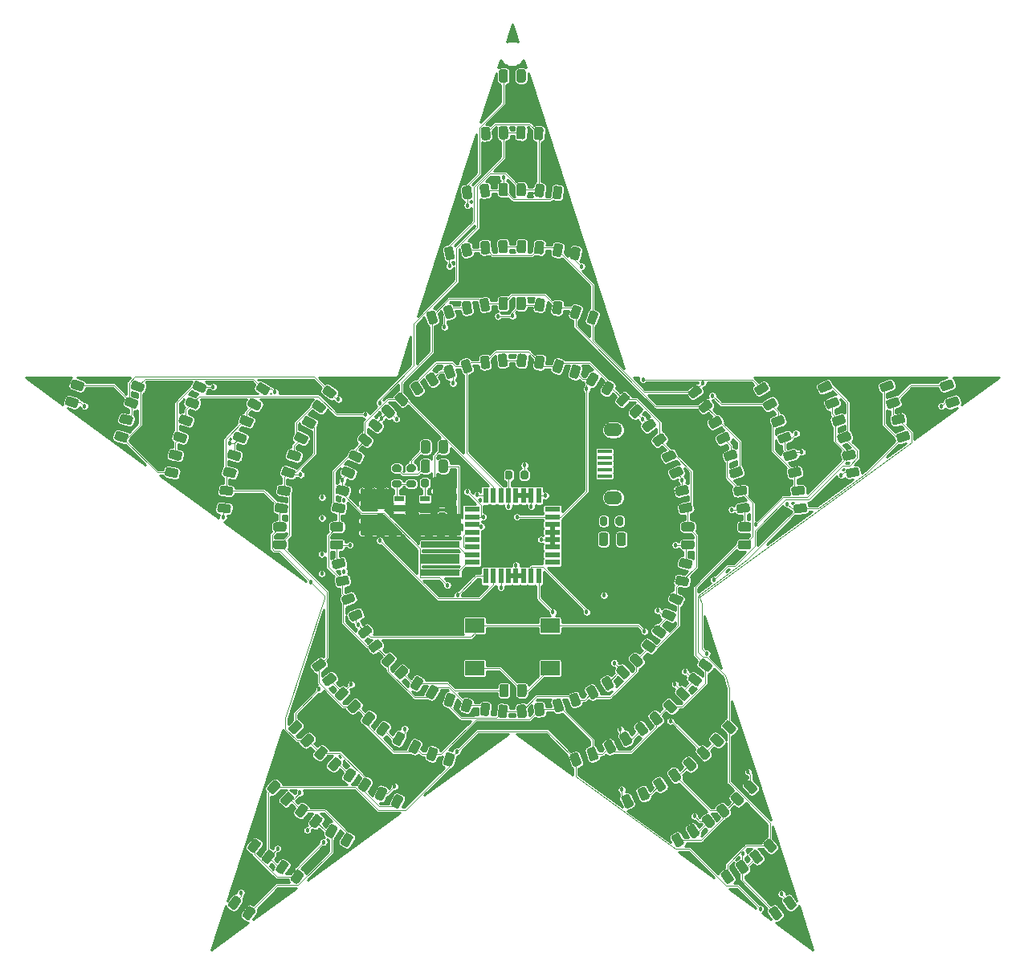
<source format=gbr>
G04 #@! TF.GenerationSoftware,KiCad,Pcbnew,(5.1.9)-1*
G04 #@! TF.CreationDate,2021-01-19T13:28:18-05:00*
G04 #@! TF.ProjectId,Star,53746172-2e6b-4696-9361-645f70636258,rev?*
G04 #@! TF.SameCoordinates,Original*
G04 #@! TF.FileFunction,Copper,L1,Top*
G04 #@! TF.FilePolarity,Positive*
%FSLAX46Y46*%
G04 Gerber Fmt 4.6, Leading zero omitted, Abs format (unit mm)*
G04 Created by KiCad (PCBNEW (5.1.9)-1) date 2021-01-19 13:28:18*
%MOMM*%
%LPD*%
G01*
G04 APERTURE LIST*
G04 #@! TA.AperFunction,SMDPad,CuDef*
%ADD10R,1.050000X0.600000*%
G04 #@! TD*
G04 #@! TA.AperFunction,SMDPad,CuDef*
%ADD11R,2.000000X1.500000*%
G04 #@! TD*
G04 #@! TA.AperFunction,SMDPad,CuDef*
%ADD12R,4.100000X0.700000*%
G04 #@! TD*
G04 #@! TA.AperFunction,SMDPad,CuDef*
%ADD13R,4.100000X1.000000*%
G04 #@! TD*
G04 #@! TA.AperFunction,SMDPad,CuDef*
%ADD14R,1.500000X0.400000*%
G04 #@! TD*
G04 #@! TA.AperFunction,WasherPad*
%ADD15O,1.950000X1.400000*%
G04 #@! TD*
G04 #@! TA.AperFunction,SMDPad,CuDef*
%ADD16R,0.550000X1.600000*%
G04 #@! TD*
G04 #@! TA.AperFunction,SMDPad,CuDef*
%ADD17R,1.600000X0.550000*%
G04 #@! TD*
G04 #@! TA.AperFunction,ViaPad*
%ADD18C,0.457200*%
G04 #@! TD*
G04 #@! TA.AperFunction,Conductor*
%ADD19C,0.088900*%
G04 #@! TD*
G04 #@! TA.AperFunction,Conductor*
%ADD20C,0.508000*%
G04 #@! TD*
G04 #@! TA.AperFunction,NonConductor*
%ADD21C,0.254000*%
G04 #@! TD*
G04 #@! TA.AperFunction,NonConductor*
%ADD22C,0.100000*%
G04 #@! TD*
G04 #@! TA.AperFunction,Conductor*
%ADD23C,0.254000*%
G04 #@! TD*
G04 #@! TA.AperFunction,Conductor*
%ADD24C,0.100000*%
G04 #@! TD*
G04 APERTURE END LIST*
D10*
X88090000Y-96110000D03*
X88090000Y-97060000D03*
X88090000Y-98010000D03*
X90790000Y-98010000D03*
X90790000Y-96110000D03*
D11*
X103975000Y-113960000D03*
X103975000Y-109460000D03*
X96025000Y-109460000D03*
X96025000Y-113960000D03*
D12*
X92440000Y-100900000D03*
D13*
X92440000Y-102400000D03*
D12*
X92440000Y-103900000D03*
D14*
X109750000Y-91100000D03*
X109750000Y-91750000D03*
X109750000Y-92400000D03*
X109750000Y-93050000D03*
X109750000Y-93700000D03*
D15*
X110640000Y-88825000D03*
X110640000Y-95975000D03*
D16*
X97200000Y-95750000D03*
X98000000Y-95750000D03*
X98800000Y-95750000D03*
X99600000Y-95750000D03*
X100400000Y-95750000D03*
X101200000Y-95750000D03*
X102000000Y-95750000D03*
X102800000Y-95750000D03*
D17*
X104250000Y-97200000D03*
X104250000Y-98000000D03*
X104250000Y-98800000D03*
X104250000Y-99600000D03*
X104250000Y-100400000D03*
X104250000Y-101200000D03*
X104250000Y-102000000D03*
X104250000Y-102800000D03*
D16*
X102800000Y-104250000D03*
X102000000Y-104250000D03*
X101200000Y-104250000D03*
X100400000Y-104250000D03*
X99600000Y-104250000D03*
X98800000Y-104250000D03*
X98000000Y-104250000D03*
X97200000Y-104250000D03*
D17*
X95750000Y-102800000D03*
X95750000Y-102000000D03*
X95750000Y-101200000D03*
X95750000Y-100400000D03*
X95750000Y-99600000D03*
X95750000Y-98800000D03*
X95750000Y-98000000D03*
X95750000Y-97200000D03*
G04 #@! TA.AperFunction,SMDPad,CuDef*
G36*
G01*
X92847500Y-96905000D02*
X92372500Y-96905000D01*
G75*
G02*
X92135000Y-96667500I0J237500D01*
G01*
X92135000Y-96067500D01*
G75*
G02*
X92372500Y-95830000I237500J0D01*
G01*
X92847500Y-95830000D01*
G75*
G02*
X93085000Y-96067500I0J-237500D01*
G01*
X93085000Y-96667500D01*
G75*
G02*
X92847500Y-96905000I-237500J0D01*
G01*
G37*
G04 #@! TD.AperFunction*
G04 #@! TA.AperFunction,SMDPad,CuDef*
G36*
G01*
X92847500Y-98630000D02*
X92372500Y-98630000D01*
G75*
G02*
X92135000Y-98392500I0J237500D01*
G01*
X92135000Y-97792500D01*
G75*
G02*
X92372500Y-97555000I237500J0D01*
G01*
X92847500Y-97555000D01*
G75*
G02*
X93085000Y-97792500I0J-237500D01*
G01*
X93085000Y-98392500D01*
G75*
G02*
X92847500Y-98630000I-237500J0D01*
G01*
G37*
G04 #@! TD.AperFunction*
G04 #@! TA.AperFunction,SMDPad,CuDef*
G36*
G01*
X86337500Y-97062500D02*
X85862500Y-97062500D01*
G75*
G02*
X85625000Y-96825000I0J237500D01*
G01*
X85625000Y-96225000D01*
G75*
G02*
X85862500Y-95987500I237500J0D01*
G01*
X86337500Y-95987500D01*
G75*
G02*
X86575000Y-96225000I0J-237500D01*
G01*
X86575000Y-96825000D01*
G75*
G02*
X86337500Y-97062500I-237500J0D01*
G01*
G37*
G04 #@! TD.AperFunction*
G04 #@! TA.AperFunction,SMDPad,CuDef*
G36*
G01*
X86337500Y-98787500D02*
X85862500Y-98787500D01*
G75*
G02*
X85625000Y-98550000I0J237500D01*
G01*
X85625000Y-97950000D01*
G75*
G02*
X85862500Y-97712500I237500J0D01*
G01*
X86337500Y-97712500D01*
G75*
G02*
X86575000Y-97950000I0J-237500D01*
G01*
X86575000Y-98550000D01*
G75*
G02*
X86337500Y-98787500I-237500J0D01*
G01*
G37*
G04 #@! TD.AperFunction*
G04 #@! TA.AperFunction,SMDPad,CuDef*
G36*
G01*
X91367836Y-84148654D02*
X90911586Y-83358406D01*
G75*
G02*
X91000805Y-83025437I211094J121875D01*
G01*
X91422993Y-82781687D01*
G75*
G02*
X91755962Y-82870906I121875J-211094D01*
G01*
X92212212Y-83661154D01*
G75*
G02*
X92122993Y-83994123I-211094J-121875D01*
G01*
X91700805Y-84237873D01*
G75*
G02*
X91367836Y-84148654I-121875J211094D01*
G01*
G37*
G04 #@! TD.AperFunction*
G04 #@! TA.AperFunction,SMDPad,CuDef*
G36*
G01*
X89744038Y-85086154D02*
X89287788Y-84295906D01*
G75*
G02*
X89377007Y-83962937I211094J121875D01*
G01*
X89799195Y-83719187D01*
G75*
G02*
X90132164Y-83808406I121875J-211094D01*
G01*
X90588414Y-84598654D01*
G75*
G02*
X90499195Y-84931623I-211094J-121875D01*
G01*
X90077007Y-85175373D01*
G75*
G02*
X89744038Y-85086154I-121875J211094D01*
G01*
G37*
G04 #@! TD.AperFunction*
G04 #@! TA.AperFunction,SMDPad,CuDef*
G36*
G01*
X94848964Y-82704862D02*
X94566986Y-81837023D01*
G75*
G02*
X94723483Y-81529880I231820J75323D01*
G01*
X95187123Y-81379235D01*
G75*
G02*
X95494266Y-81535732I75323J-231820D01*
G01*
X95776244Y-82403571D01*
G75*
G02*
X95619747Y-82710714I-231820J-75323D01*
G01*
X95156107Y-82861359D01*
G75*
G02*
X94848964Y-82704862I-75323J231820D01*
G01*
G37*
G04 #@! TD.AperFunction*
G04 #@! TA.AperFunction,SMDPad,CuDef*
G36*
G01*
X93065734Y-83284268D02*
X92783756Y-82416429D01*
G75*
G02*
X92940253Y-82109286I231820J75323D01*
G01*
X93403893Y-81958641D01*
G75*
G02*
X93711036Y-82115138I75323J-231820D01*
G01*
X93993014Y-82982977D01*
G75*
G02*
X93836517Y-83290120I-231820J-75323D01*
G01*
X93372877Y-83440765D01*
G75*
G02*
X93065734Y-83284268I-75323J231820D01*
G01*
G37*
G04 #@! TD.AperFunction*
G04 #@! TA.AperFunction,SMDPad,CuDef*
G36*
G01*
X98565225Y-82006713D02*
X98469843Y-81099212D01*
G75*
G02*
X98686779Y-80831318I242415J25479D01*
G01*
X99171609Y-80780361D01*
G75*
G02*
X99439503Y-80997297I25479J-242415D01*
G01*
X99534885Y-81904798D01*
G75*
G02*
X99317949Y-82172692I-242415J-25479D01*
G01*
X98833119Y-82223649D01*
G75*
G02*
X98565225Y-82006713I-25479J242415D01*
G01*
G37*
G04 #@! TD.AperFunction*
G04 #@! TA.AperFunction,SMDPad,CuDef*
G36*
G01*
X96700497Y-82202703D02*
X96605115Y-81295202D01*
G75*
G02*
X96822051Y-81027308I242415J25479D01*
G01*
X97306881Y-80976351D01*
G75*
G02*
X97574775Y-81193287I25479J-242415D01*
G01*
X97670157Y-82100788D01*
G75*
G02*
X97453221Y-82368682I-242415J-25479D01*
G01*
X96968391Y-82419639D01*
G75*
G02*
X96700497Y-82202703I-25479J242415D01*
G01*
G37*
G04 #@! TD.AperFunction*
G04 #@! TA.AperFunction,SMDPad,CuDef*
G36*
G01*
X102333619Y-82102133D02*
X102429001Y-81194632D01*
G75*
G02*
X102696895Y-80977696I242415J-25479D01*
G01*
X103181725Y-81028653D01*
G75*
G02*
X103398661Y-81296547I-25479J-242415D01*
G01*
X103303279Y-82204048D01*
G75*
G02*
X103035385Y-82420984I-242415J25479D01*
G01*
X102550555Y-82370027D01*
G75*
G02*
X102333619Y-82102133I25479J242415D01*
G01*
G37*
G04 #@! TD.AperFunction*
G04 #@! TA.AperFunction,SMDPad,CuDef*
G36*
G01*
X100468891Y-81906143D02*
X100564273Y-80998642D01*
G75*
G02*
X100832167Y-80781706I242415J-25479D01*
G01*
X101316997Y-80832663D01*
G75*
G02*
X101533933Y-81100557I-25479J-242415D01*
G01*
X101438551Y-82008058D01*
G75*
G02*
X101170657Y-82224994I-242415J25479D01*
G01*
X100685827Y-82174037D01*
G75*
G02*
X100468891Y-81906143I25479J242415D01*
G01*
G37*
G04 #@! TD.AperFunction*
G04 #@! TA.AperFunction,SMDPad,CuDef*
G36*
G01*
X106006986Y-82982977D02*
X106288964Y-82115138D01*
G75*
G02*
X106596107Y-81958641I231820J-75323D01*
G01*
X107059747Y-82109286D01*
G75*
G02*
X107216244Y-82416429I-75323J-231820D01*
G01*
X106934266Y-83284268D01*
G75*
G02*
X106627123Y-83440765I-231820J75323D01*
G01*
X106163483Y-83290120D01*
G75*
G02*
X106006986Y-82982977I75323J231820D01*
G01*
G37*
G04 #@! TD.AperFunction*
G04 #@! TA.AperFunction,SMDPad,CuDef*
G36*
G01*
X104223756Y-82403571D02*
X104505734Y-81535732D01*
G75*
G02*
X104812877Y-81379235I231820J-75323D01*
G01*
X105276517Y-81529880D01*
G75*
G02*
X105433014Y-81837023I-75323J-231820D01*
G01*
X105151036Y-82704862D01*
G75*
G02*
X104843893Y-82861359I-231820J75323D01*
G01*
X104380253Y-82710714D01*
G75*
G02*
X104223756Y-82403571I75323J231820D01*
G01*
G37*
G04 #@! TD.AperFunction*
G04 #@! TA.AperFunction,SMDPad,CuDef*
G36*
G01*
X109411586Y-84598654D02*
X109867836Y-83808406D01*
G75*
G02*
X110200805Y-83719187I211094J-121875D01*
G01*
X110622993Y-83962937D01*
G75*
G02*
X110712212Y-84295906I-121875J-211094D01*
G01*
X110255962Y-85086154D01*
G75*
G02*
X109922993Y-85175373I-211094J121875D01*
G01*
X109500805Y-84931623D01*
G75*
G02*
X109411586Y-84598654I121875J211094D01*
G01*
G37*
G04 #@! TD.AperFunction*
G04 #@! TA.AperFunction,SMDPad,CuDef*
G36*
G01*
X107787788Y-83661154D02*
X108244038Y-82870906D01*
G75*
G02*
X108577007Y-82781687I211094J-121875D01*
G01*
X108999195Y-83025437D01*
G75*
G02*
X109088414Y-83358406I-121875J-211094D01*
G01*
X108632164Y-84148654D01*
G75*
G02*
X108299195Y-84237873I-211094J121875D01*
G01*
X107877007Y-83994123D01*
G75*
G02*
X107787788Y-83661154I121875J211094D01*
G01*
G37*
G04 #@! TD.AperFunction*
G04 #@! TA.AperFunction,SMDPad,CuDef*
G36*
G01*
X112408040Y-86891988D02*
X113018621Y-86213869D01*
G75*
G02*
X113362864Y-86195828I181142J-163101D01*
G01*
X113725147Y-86522029D01*
G75*
G02*
X113743188Y-86866272I-163101J-181142D01*
G01*
X113132607Y-87544391D01*
G75*
G02*
X112788364Y-87562432I-181142J163101D01*
G01*
X112426081Y-87236231D01*
G75*
G02*
X112408040Y-86891988I163101J181142D01*
G01*
G37*
G04 #@! TD.AperFunction*
G04 #@! TA.AperFunction,SMDPad,CuDef*
G36*
G01*
X111014644Y-85637368D02*
X111625225Y-84959249D01*
G75*
G02*
X111969468Y-84941208I181142J-163101D01*
G01*
X112331751Y-85267409D01*
G75*
G02*
X112349792Y-85611652I-163101J-181142D01*
G01*
X111739211Y-86289771D01*
G75*
G02*
X111394968Y-86307812I-181142J163101D01*
G01*
X111032685Y-85981611D01*
G75*
G02*
X111014644Y-85637368I163101J181142D01*
G01*
G37*
G04 #@! TD.AperFunction*
G04 #@! TA.AperFunction,SMDPad,CuDef*
G36*
G01*
X114862203Y-89758206D02*
X115600431Y-89221852D01*
G75*
G02*
X115940902Y-89275777I143273J-197198D01*
G01*
X116227448Y-89670173D01*
G75*
G02*
X116173523Y-90010644I-197198J-143273D01*
G01*
X115435295Y-90546998D01*
G75*
G02*
X115094824Y-90493073I-143273J197198D01*
G01*
X114808278Y-90098677D01*
G75*
G02*
X114862203Y-89758206I197198J143273D01*
G01*
G37*
G04 #@! TD.AperFunction*
G04 #@! TA.AperFunction,SMDPad,CuDef*
G36*
G01*
X113760105Y-88241300D02*
X114498333Y-87704946D01*
G75*
G02*
X114838804Y-87758871I143273J-197198D01*
G01*
X115125350Y-88153267D01*
G75*
G02*
X115071425Y-88493738I-197198J-143273D01*
G01*
X114333197Y-89030092D01*
G75*
G02*
X113992726Y-88976167I-143273J197198D01*
G01*
X113706180Y-88581771D01*
G75*
G02*
X113760105Y-88241300I197198J143273D01*
G01*
G37*
G04 #@! TD.AperFunction*
G04 #@! TA.AperFunction,SMDPad,CuDef*
G36*
G01*
X116666227Y-93066669D02*
X117499837Y-92695522D01*
G75*
G02*
X117821656Y-92819057I99142J-222677D01*
G01*
X118019940Y-93264410D01*
G75*
G02*
X117896405Y-93586229I-222677J-99142D01*
G01*
X117062795Y-93957376D01*
G75*
G02*
X116740976Y-93833841I-99142J222677D01*
G01*
X116542692Y-93388488D01*
G75*
G02*
X116666227Y-93066669I222677J99142D01*
G01*
G37*
G04 #@! TD.AperFunction*
G04 #@! TA.AperFunction,SMDPad,CuDef*
G36*
G01*
X115903595Y-91353771D02*
X116737205Y-90982624D01*
G75*
G02*
X117059024Y-91106159I99142J-222677D01*
G01*
X117257308Y-91551512D01*
G75*
G02*
X117133773Y-91873331I-222677J-99142D01*
G01*
X116300163Y-92244478D01*
G75*
G02*
X115978344Y-92120943I-99142J222677D01*
G01*
X115780060Y-91675590D01*
G75*
G02*
X115903595Y-91353771I222677J99142D01*
G01*
G37*
G04 #@! TD.AperFunction*
G04 #@! TA.AperFunction,SMDPad,CuDef*
G36*
G01*
X117743012Y-96688659D02*
X118635571Y-96498940D01*
G75*
G02*
X118924672Y-96686685I50678J-238423D01*
G01*
X119026029Y-97163532D01*
G75*
G02*
X118838284Y-97452633I-238423J-50678D01*
G01*
X117945725Y-97642352D01*
G75*
G02*
X117656624Y-97454607I-50678J238423D01*
G01*
X117555267Y-96977760D01*
G75*
G02*
X117743012Y-96688659I238423J50678D01*
G01*
G37*
G04 #@! TD.AperFunction*
G04 #@! TA.AperFunction,SMDPad,CuDef*
G36*
G01*
X117353178Y-94854633D02*
X118245737Y-94664914D01*
G75*
G02*
X118534838Y-94852659I50678J-238423D01*
G01*
X118636195Y-95329506D01*
G75*
G02*
X118448450Y-95618607I-238423J-50678D01*
G01*
X117555891Y-95808326D01*
G75*
G02*
X117266790Y-95620581I-50678J238423D01*
G01*
X117165433Y-95143734D01*
G75*
G02*
X117353178Y-94854633I238423J50678D01*
G01*
G37*
G04 #@! TD.AperFunction*
G04 #@! TA.AperFunction,SMDPad,CuDef*
G36*
G01*
X118043750Y-100450000D02*
X118956250Y-100450000D01*
G75*
G02*
X119200000Y-100693750I0J-243750D01*
G01*
X119200000Y-101181250D01*
G75*
G02*
X118956250Y-101425000I-243750J0D01*
G01*
X118043750Y-101425000D01*
G75*
G02*
X117800000Y-101181250I0J243750D01*
G01*
X117800000Y-100693750D01*
G75*
G02*
X118043750Y-100450000I243750J0D01*
G01*
G37*
G04 #@! TD.AperFunction*
G04 #@! TA.AperFunction,SMDPad,CuDef*
G36*
G01*
X118043750Y-98575000D02*
X118956250Y-98575000D01*
G75*
G02*
X119200000Y-98818750I0J-243750D01*
G01*
X119200000Y-99306250D01*
G75*
G02*
X118956250Y-99550000I-243750J0D01*
G01*
X118043750Y-99550000D01*
G75*
G02*
X117800000Y-99306250I0J243750D01*
G01*
X117800000Y-98818750D01*
G75*
G02*
X118043750Y-98575000I243750J0D01*
G01*
G37*
G04 #@! TD.AperFunction*
G04 #@! TA.AperFunction,SMDPad,CuDef*
G36*
G01*
X117555891Y-104191673D02*
X118448450Y-104381392D01*
G75*
G02*
X118636195Y-104670493I-50678J-238423D01*
G01*
X118534838Y-105147340D01*
G75*
G02*
X118245737Y-105335085I-238423J50678D01*
G01*
X117353178Y-105145366D01*
G75*
G02*
X117165433Y-104856265I50678J238423D01*
G01*
X117266790Y-104379418D01*
G75*
G02*
X117555891Y-104191673I238423J-50678D01*
G01*
G37*
G04 #@! TD.AperFunction*
G04 #@! TA.AperFunction,SMDPad,CuDef*
G36*
G01*
X117945725Y-102357647D02*
X118838284Y-102547366D01*
G75*
G02*
X119026029Y-102836467I-50678J-238423D01*
G01*
X118924672Y-103313314D01*
G75*
G02*
X118635571Y-103501059I-238423J50678D01*
G01*
X117743012Y-103311340D01*
G75*
G02*
X117555267Y-103022239I50678J238423D01*
G01*
X117656624Y-102545392D01*
G75*
G02*
X117945725Y-102357647I238423J-50678D01*
G01*
G37*
G04 #@! TD.AperFunction*
G04 #@! TA.AperFunction,SMDPad,CuDef*
G36*
G01*
X116300754Y-107750149D02*
X117134364Y-108121296D01*
G75*
G02*
X117257899Y-108443115I-99142J-222677D01*
G01*
X117059615Y-108888468D01*
G75*
G02*
X116737796Y-109012003I-222677J99142D01*
G01*
X115904186Y-108640856D01*
G75*
G02*
X115780651Y-108319037I99142J222677D01*
G01*
X115978935Y-107873684D01*
G75*
G02*
X116300754Y-107750149I222677J-99142D01*
G01*
G37*
G04 #@! TD.AperFunction*
G04 #@! TA.AperFunction,SMDPad,CuDef*
G36*
G01*
X117063386Y-106037251D02*
X117896996Y-106408398D01*
G75*
G02*
X118020531Y-106730217I-99142J-222677D01*
G01*
X117822247Y-107175570D01*
G75*
G02*
X117500428Y-107299105I-222677J99142D01*
G01*
X116666818Y-106927958D01*
G75*
G02*
X116543283Y-106606139I99142J222677D01*
G01*
X116741567Y-106160786D01*
G75*
G02*
X117063386Y-106037251I222677J-99142D01*
G01*
G37*
G04 #@! TD.AperFunction*
G04 #@! TA.AperFunction,SMDPad,CuDef*
G36*
G01*
X114327432Y-110967427D02*
X115065660Y-111503781D01*
G75*
G02*
X115119585Y-111844252I-143273J-197198D01*
G01*
X114833039Y-112238648D01*
G75*
G02*
X114492568Y-112292573I-197198J143273D01*
G01*
X113754340Y-111756219D01*
G75*
G02*
X113700415Y-111415748I143273J197198D01*
G01*
X113986961Y-111021352D01*
G75*
G02*
X114327432Y-110967427I197198J-143273D01*
G01*
G37*
G04 #@! TD.AperFunction*
G04 #@! TA.AperFunction,SMDPad,CuDef*
G36*
G01*
X115429530Y-109450521D02*
X116167758Y-109986875D01*
G75*
G02*
X116221683Y-110327346I-143273J-197198D01*
G01*
X115935137Y-110721742D01*
G75*
G02*
X115594666Y-110775667I-197198J143273D01*
G01*
X114856438Y-110239313D01*
G75*
G02*
X114802513Y-109898842I143273J197198D01*
G01*
X115089059Y-109504446D01*
G75*
G02*
X115429530Y-109450521I197198J-143273D01*
G01*
G37*
G04 #@! TD.AperFunction*
G04 #@! TA.AperFunction,SMDPad,CuDef*
G36*
G01*
X111740295Y-113712049D02*
X112350876Y-114390168D01*
G75*
G02*
X112332835Y-114734411I-181142J-163101D01*
G01*
X111970552Y-115060612D01*
G75*
G02*
X111626309Y-115042571I-163101J181142D01*
G01*
X111015728Y-114364452D01*
G75*
G02*
X111033769Y-114020209I181142J163101D01*
G01*
X111396052Y-113694008D01*
G75*
G02*
X111740295Y-113712049I163101J-181142D01*
G01*
G37*
G04 #@! TD.AperFunction*
G04 #@! TA.AperFunction,SMDPad,CuDef*
G36*
G01*
X113133691Y-112457429D02*
X113744272Y-113135548D01*
G75*
G02*
X113726231Y-113479791I-181142J-163101D01*
G01*
X113363948Y-113805992D01*
G75*
G02*
X113019705Y-113787951I-163101J181142D01*
G01*
X112409124Y-113109832D01*
G75*
G02*
X112427165Y-112765589I181142J163101D01*
G01*
X112789448Y-112439388D01*
G75*
G02*
X113133691Y-112457429I163101J-181142D01*
G01*
G37*
G04 #@! TD.AperFunction*
G04 #@! TA.AperFunction,SMDPad,CuDef*
G36*
G01*
X108630266Y-115848626D02*
X109086516Y-116638874D01*
G75*
G02*
X108997297Y-116971843I-211094J-121875D01*
G01*
X108575109Y-117215593D01*
G75*
G02*
X108242140Y-117126374I-121875J211094D01*
G01*
X107785890Y-116336126D01*
G75*
G02*
X107875109Y-116003157I211094J121875D01*
G01*
X108297297Y-115759407D01*
G75*
G02*
X108630266Y-115848626I121875J-211094D01*
G01*
G37*
G04 #@! TD.AperFunction*
G04 #@! TA.AperFunction,SMDPad,CuDef*
G36*
G01*
X110254064Y-114911126D02*
X110710314Y-115701374D01*
G75*
G02*
X110621095Y-116034343I-211094J-121875D01*
G01*
X110198907Y-116278093D01*
G75*
G02*
X109865938Y-116188874I-121875J211094D01*
G01*
X109409688Y-115398626D01*
G75*
G02*
X109498907Y-115065657I211094J121875D01*
G01*
X109921095Y-114821907D01*
G75*
G02*
X110254064Y-114911126I121875J-211094D01*
G01*
G37*
G04 #@! TD.AperFunction*
G04 #@! TA.AperFunction,SMDPad,CuDef*
G36*
G01*
X105147851Y-117299683D02*
X105429829Y-118167522D01*
G75*
G02*
X105273332Y-118474665I-231820J-75323D01*
G01*
X104809692Y-118625310D01*
G75*
G02*
X104502549Y-118468813I-75323J231820D01*
G01*
X104220571Y-117600974D01*
G75*
G02*
X104377068Y-117293831I231820J75323D01*
G01*
X104840708Y-117143186D01*
G75*
G02*
X105147851Y-117299683I75323J-231820D01*
G01*
G37*
G04 #@! TD.AperFunction*
G04 #@! TA.AperFunction,SMDPad,CuDef*
G36*
G01*
X106931081Y-116720277D02*
X107213059Y-117588116D01*
G75*
G02*
X107056562Y-117895259I-231820J-75323D01*
G01*
X106592922Y-118045904D01*
G75*
G02*
X106285779Y-117889407I-75323J231820D01*
G01*
X106003801Y-117021568D01*
G75*
G02*
X106160298Y-116714425I231820J75323D01*
G01*
X106623938Y-116563780D01*
G75*
G02*
X106931081Y-116720277I75323J-231820D01*
G01*
G37*
G04 #@! TD.AperFunction*
G04 #@! TA.AperFunction,SMDPad,CuDef*
G36*
G01*
X101438552Y-117991942D02*
X101533934Y-118899443D01*
G75*
G02*
X101316998Y-119167337I-242415J-25479D01*
G01*
X100832168Y-119218294D01*
G75*
G02*
X100564274Y-119001358I-25479J242415D01*
G01*
X100468892Y-118093857D01*
G75*
G02*
X100685828Y-117825963I242415J25479D01*
G01*
X101170658Y-117775006D01*
G75*
G02*
X101438552Y-117991942I25479J-242415D01*
G01*
G37*
G04 #@! TD.AperFunction*
G04 #@! TA.AperFunction,SMDPad,CuDef*
G36*
G01*
X103303280Y-117795952D02*
X103398662Y-118703453D01*
G75*
G02*
X103181726Y-118971347I-242415J-25479D01*
G01*
X102696896Y-119022304D01*
G75*
G02*
X102429002Y-118805368I-25479J242415D01*
G01*
X102333620Y-117897867D01*
G75*
G02*
X102550556Y-117629973I242415J25479D01*
G01*
X103035386Y-117579016D01*
G75*
G02*
X103303280Y-117795952I25479J-242415D01*
G01*
G37*
G04 #@! TD.AperFunction*
G04 #@! TA.AperFunction,SMDPad,CuDef*
G36*
G01*
X97666381Y-117897867D02*
X97570999Y-118805368D01*
G75*
G02*
X97303105Y-119022304I-242415J25479D01*
G01*
X96818275Y-118971347D01*
G75*
G02*
X96601339Y-118703453I25479J242415D01*
G01*
X96696721Y-117795952D01*
G75*
G02*
X96964615Y-117579016I242415J-25479D01*
G01*
X97449445Y-117629973D01*
G75*
G02*
X97666381Y-117897867I-25479J-242415D01*
G01*
G37*
G04 #@! TD.AperFunction*
G04 #@! TA.AperFunction,SMDPad,CuDef*
G36*
G01*
X99531109Y-118093857D02*
X99435727Y-119001358D01*
G75*
G02*
X99167833Y-119218294I-242415J25479D01*
G01*
X98683003Y-119167337D01*
G75*
G02*
X98466067Y-118899443I25479J242415D01*
G01*
X98561449Y-117991942D01*
G75*
G02*
X98829343Y-117775006I242415J-25479D01*
G01*
X99314173Y-117825963D01*
G75*
G02*
X99531109Y-118093857I-25479J-242415D01*
G01*
G37*
G04 #@! TD.AperFunction*
G04 #@! TA.AperFunction,SMDPad,CuDef*
G36*
G01*
X93996200Y-117021569D02*
X93714222Y-117889408D01*
G75*
G02*
X93407079Y-118045905I-231820J75323D01*
G01*
X92943439Y-117895260D01*
G75*
G02*
X92786942Y-117588117I75323J231820D01*
G01*
X93068920Y-116720278D01*
G75*
G02*
X93376063Y-116563781I231820J-75323D01*
G01*
X93839703Y-116714426D01*
G75*
G02*
X93996200Y-117021569I-75323J-231820D01*
G01*
G37*
G04 #@! TD.AperFunction*
G04 #@! TA.AperFunction,SMDPad,CuDef*
G36*
G01*
X95779430Y-117600975D02*
X95497452Y-118468814D01*
G75*
G02*
X95190309Y-118625311I-231820J75323D01*
G01*
X94726669Y-118474666D01*
G75*
G02*
X94570172Y-118167523I75323J231820D01*
G01*
X94852150Y-117299684D01*
G75*
G02*
X95159293Y-117143187I231820J-75323D01*
G01*
X95622933Y-117293832D01*
G75*
G02*
X95779430Y-117600975I-75323J-231820D01*
G01*
G37*
G04 #@! TD.AperFunction*
G04 #@! TA.AperFunction,SMDPad,CuDef*
G36*
G01*
X90586515Y-115401127D02*
X90130265Y-116191375D01*
G75*
G02*
X89797296Y-116280594I-211094J121875D01*
G01*
X89375108Y-116036844D01*
G75*
G02*
X89285889Y-115703875I121875J211094D01*
G01*
X89742139Y-114913627D01*
G75*
G02*
X90075108Y-114824408I211094J-121875D01*
G01*
X90497296Y-115068158D01*
G75*
G02*
X90586515Y-115401127I-121875J-211094D01*
G01*
G37*
G04 #@! TD.AperFunction*
G04 #@! TA.AperFunction,SMDPad,CuDef*
G36*
G01*
X92210313Y-116338627D02*
X91754063Y-117128875D01*
G75*
G02*
X91421094Y-117218094I-211094J121875D01*
G01*
X90998906Y-116974344D01*
G75*
G02*
X90909687Y-116641375I121875J211094D01*
G01*
X91365937Y-115851127D01*
G75*
G02*
X91698906Y-115761908I211094J-121875D01*
G01*
X92121094Y-116005658D01*
G75*
G02*
X92210313Y-116338627I-121875J-211094D01*
G01*
G37*
G04 #@! TD.AperFunction*
G04 #@! TA.AperFunction,SMDPad,CuDef*
G36*
G01*
X87591960Y-113108012D02*
X86981379Y-113786131D01*
G75*
G02*
X86637136Y-113804172I-181142J163101D01*
G01*
X86274853Y-113477971D01*
G75*
G02*
X86256812Y-113133728I163101J181142D01*
G01*
X86867393Y-112455609D01*
G75*
G02*
X87211636Y-112437568I181142J-163101D01*
G01*
X87573919Y-112763769D01*
G75*
G02*
X87591960Y-113108012I-163101J-181142D01*
G01*
G37*
G04 #@! TD.AperFunction*
G04 #@! TA.AperFunction,SMDPad,CuDef*
G36*
G01*
X88985356Y-114362632D02*
X88374775Y-115040751D01*
G75*
G02*
X88030532Y-115058792I-181142J163101D01*
G01*
X87668249Y-114732591D01*
G75*
G02*
X87650208Y-114388348I163101J181142D01*
G01*
X88260789Y-113710229D01*
G75*
G02*
X88605032Y-113692188I181142J-163101D01*
G01*
X88967315Y-114018389D01*
G75*
G02*
X88985356Y-114362632I-163101J-181142D01*
G01*
G37*
G04 #@! TD.AperFunction*
G04 #@! TA.AperFunction,SMDPad,CuDef*
G36*
G01*
X85137797Y-110241794D02*
X84399569Y-110778148D01*
G75*
G02*
X84059098Y-110724223I-143273J197198D01*
G01*
X83772552Y-110329827D01*
G75*
G02*
X83826477Y-109989356I197198J143273D01*
G01*
X84564705Y-109453002D01*
G75*
G02*
X84905176Y-109506927I143273J-197198D01*
G01*
X85191722Y-109901323D01*
G75*
G02*
X85137797Y-110241794I-197198J-143273D01*
G01*
G37*
G04 #@! TD.AperFunction*
G04 #@! TA.AperFunction,SMDPad,CuDef*
G36*
G01*
X86239895Y-111758700D02*
X85501667Y-112295054D01*
G75*
G02*
X85161196Y-112241129I-143273J197198D01*
G01*
X84874650Y-111846733D01*
G75*
G02*
X84928575Y-111506262I197198J143273D01*
G01*
X85666803Y-110969908D01*
G75*
G02*
X86007274Y-111023833I143273J-197198D01*
G01*
X86293820Y-111418229D01*
G75*
G02*
X86239895Y-111758700I-197198J-143273D01*
G01*
G37*
G04 #@! TD.AperFunction*
G04 #@! TA.AperFunction,SMDPad,CuDef*
G36*
G01*
X83333182Y-106927959D02*
X82499572Y-107299106D01*
G75*
G02*
X82177753Y-107175571I-99142J222677D01*
G01*
X81979469Y-106730218D01*
G75*
G02*
X82103004Y-106408399I222677J99142D01*
G01*
X82936614Y-106037252D01*
G75*
G02*
X83258433Y-106160787I99142J-222677D01*
G01*
X83456717Y-106606140D01*
G75*
G02*
X83333182Y-106927959I-222677J-99142D01*
G01*
G37*
G04 #@! TD.AperFunction*
G04 #@! TA.AperFunction,SMDPad,CuDef*
G36*
G01*
X84095814Y-108640857D02*
X83262204Y-109012004D01*
G75*
G02*
X82940385Y-108888469I-99142J222677D01*
G01*
X82742101Y-108443116D01*
G75*
G02*
X82865636Y-108121297I222677J99142D01*
G01*
X83699246Y-107750150D01*
G75*
G02*
X84021065Y-107873685I99142J-222677D01*
G01*
X84219349Y-108319038D01*
G75*
G02*
X84095814Y-108640857I-222677J-99142D01*
G01*
G37*
G04 #@! TD.AperFunction*
G04 #@! TA.AperFunction,SMDPad,CuDef*
G36*
G01*
X82256988Y-103311341D02*
X81364429Y-103501060D01*
G75*
G02*
X81075328Y-103313315I-50678J238423D01*
G01*
X80973971Y-102836468D01*
G75*
G02*
X81161716Y-102547367I238423J50678D01*
G01*
X82054275Y-102357648D01*
G75*
G02*
X82343376Y-102545393I50678J-238423D01*
G01*
X82444733Y-103022240D01*
G75*
G02*
X82256988Y-103311341I-238423J-50678D01*
G01*
G37*
G04 #@! TD.AperFunction*
G04 #@! TA.AperFunction,SMDPad,CuDef*
G36*
G01*
X82646822Y-105145367D02*
X81754263Y-105335086D01*
G75*
G02*
X81465162Y-105147341I-50678J238423D01*
G01*
X81363805Y-104670494D01*
G75*
G02*
X81551550Y-104381393I238423J50678D01*
G01*
X82444109Y-104191674D01*
G75*
G02*
X82733210Y-104379419I50678J-238423D01*
G01*
X82834567Y-104856266D01*
G75*
G02*
X82646822Y-105145367I-238423J-50678D01*
G01*
G37*
G04 #@! TD.AperFunction*
G04 #@! TA.AperFunction,SMDPad,CuDef*
G36*
G01*
X81956250Y-99552500D02*
X81043750Y-99552500D01*
G75*
G02*
X80800000Y-99308750I0J243750D01*
G01*
X80800000Y-98821250D01*
G75*
G02*
X81043750Y-98577500I243750J0D01*
G01*
X81956250Y-98577500D01*
G75*
G02*
X82200000Y-98821250I0J-243750D01*
G01*
X82200000Y-99308750D01*
G75*
G02*
X81956250Y-99552500I-243750J0D01*
G01*
G37*
G04 #@! TD.AperFunction*
G04 #@! TA.AperFunction,SMDPad,CuDef*
G36*
G01*
X81956250Y-101427500D02*
X81043750Y-101427500D01*
G75*
G02*
X80800000Y-101183750I0J243750D01*
G01*
X80800000Y-100696250D01*
G75*
G02*
X81043750Y-100452500I243750J0D01*
G01*
X81956250Y-100452500D01*
G75*
G02*
X82200000Y-100696250I0J-243750D01*
G01*
X82200000Y-101183750D01*
G75*
G02*
X81956250Y-101427500I-243750J0D01*
G01*
G37*
G04 #@! TD.AperFunction*
G04 #@! TA.AperFunction,SMDPad,CuDef*
G36*
G01*
X82444109Y-95808327D02*
X81551550Y-95618608D01*
G75*
G02*
X81363805Y-95329507I50678J238423D01*
G01*
X81465162Y-94852660D01*
G75*
G02*
X81754263Y-94664915I238423J-50678D01*
G01*
X82646822Y-94854634D01*
G75*
G02*
X82834567Y-95143735I-50678J-238423D01*
G01*
X82733210Y-95620582D01*
G75*
G02*
X82444109Y-95808327I-238423J50678D01*
G01*
G37*
G04 #@! TD.AperFunction*
G04 #@! TA.AperFunction,SMDPad,CuDef*
G36*
G01*
X82054275Y-97642353D02*
X81161716Y-97452634D01*
G75*
G02*
X80973971Y-97163533I50678J238423D01*
G01*
X81075328Y-96686686D01*
G75*
G02*
X81364429Y-96498941I238423J-50678D01*
G01*
X82256988Y-96688660D01*
G75*
G02*
X82444733Y-96977761I-50678J-238423D01*
G01*
X82343376Y-97454608D01*
G75*
G02*
X82054275Y-97642353I-238423J50678D01*
G01*
G37*
G04 #@! TD.AperFunction*
G04 #@! TA.AperFunction,SMDPad,CuDef*
G36*
G01*
X83699837Y-92244478D02*
X82866227Y-91873331D01*
G75*
G02*
X82742692Y-91551512I99142J222677D01*
G01*
X82940976Y-91106159D01*
G75*
G02*
X83262795Y-90982624I222677J-99142D01*
G01*
X84096405Y-91353771D01*
G75*
G02*
X84219940Y-91675590I-99142J-222677D01*
G01*
X84021656Y-92120943D01*
G75*
G02*
X83699837Y-92244478I-222677J99142D01*
G01*
G37*
G04 #@! TD.AperFunction*
G04 #@! TA.AperFunction,SMDPad,CuDef*
G36*
G01*
X82937205Y-93957376D02*
X82103595Y-93586229D01*
G75*
G02*
X81980060Y-93264410I99142J222677D01*
G01*
X82178344Y-92819057D01*
G75*
G02*
X82500163Y-92695522I222677J-99142D01*
G01*
X83333773Y-93066669D01*
G75*
G02*
X83457308Y-93388488I-99142J-222677D01*
G01*
X83259024Y-93833841D01*
G75*
G02*
X82937205Y-93957376I-222677J99142D01*
G01*
G37*
G04 #@! TD.AperFunction*
G04 #@! TA.AperFunction,SMDPad,CuDef*
G36*
G01*
X85666802Y-89030093D02*
X84928574Y-88493739D01*
G75*
G02*
X84874649Y-88153268I143273J197198D01*
G01*
X85161195Y-87758872D01*
G75*
G02*
X85501666Y-87704947I197198J-143273D01*
G01*
X86239894Y-88241301D01*
G75*
G02*
X86293819Y-88581772I-143273J-197198D01*
G01*
X86007273Y-88976168D01*
G75*
G02*
X85666802Y-89030093I-197198J143273D01*
G01*
G37*
G04 #@! TD.AperFunction*
G04 #@! TA.AperFunction,SMDPad,CuDef*
G36*
G01*
X84564704Y-90546999D02*
X83826476Y-90010645D01*
G75*
G02*
X83772551Y-89670174I143273J197198D01*
G01*
X84059097Y-89275778D01*
G75*
G02*
X84399568Y-89221853I197198J-143273D01*
G01*
X85137796Y-89758207D01*
G75*
G02*
X85191721Y-90098678I-143273J-197198D01*
G01*
X84905175Y-90493074D01*
G75*
G02*
X84564704Y-90546999I-197198J143273D01*
G01*
G37*
G04 #@! TD.AperFunction*
G04 #@! TA.AperFunction,SMDPad,CuDef*
G36*
G01*
X88260788Y-86289772D02*
X87650207Y-85611653D01*
G75*
G02*
X87668248Y-85267410I181142J163101D01*
G01*
X88030531Y-84941209D01*
G75*
G02*
X88374774Y-84959250I163101J-181142D01*
G01*
X88985355Y-85637369D01*
G75*
G02*
X88967314Y-85981612I-181142J-163101D01*
G01*
X88605031Y-86307813D01*
G75*
G02*
X88260788Y-86289772I-163101J181142D01*
G01*
G37*
G04 #@! TD.AperFunction*
G04 #@! TA.AperFunction,SMDPad,CuDef*
G36*
G01*
X86867392Y-87544392D02*
X86256811Y-86866273D01*
G75*
G02*
X86274852Y-86522030I181142J163101D01*
G01*
X86637135Y-86195829D01*
G75*
G02*
X86981378Y-86213870I163101J-181142D01*
G01*
X87591959Y-86891989D01*
G75*
G02*
X87573918Y-87236232I-181142J-163101D01*
G01*
X87211635Y-87562433D01*
G75*
G02*
X86867392Y-87544392I-163101J181142D01*
G01*
G37*
G04 #@! TD.AperFunction*
G04 #@! TA.AperFunction,SMDPad,CuDef*
G36*
G01*
X92998048Y-76993977D02*
X92716070Y-76126138D01*
G75*
G02*
X92872567Y-75818995I231820J75323D01*
G01*
X93336207Y-75668350D01*
G75*
G02*
X93643350Y-75824847I75323J-231820D01*
G01*
X93925328Y-76692686D01*
G75*
G02*
X93768831Y-76999829I-231820J-75323D01*
G01*
X93305191Y-77150474D01*
G75*
G02*
X92998048Y-76993977I-75323J231820D01*
G01*
G37*
G04 #@! TD.AperFunction*
G04 #@! TA.AperFunction,SMDPad,CuDef*
G36*
G01*
X91214818Y-77573383D02*
X90932840Y-76705544D01*
G75*
G02*
X91089337Y-76398401I231820J75323D01*
G01*
X91552977Y-76247756D01*
G75*
G02*
X91860120Y-76404253I75323J-231820D01*
G01*
X92142098Y-77272092D01*
G75*
G02*
X91985601Y-77579235I-231820J-75323D01*
G01*
X91521961Y-77729880D01*
G75*
G02*
X91214818Y-77573383I-75323J231820D01*
G01*
G37*
G04 #@! TD.AperFunction*
G04 #@! TA.AperFunction,SMDPad,CuDef*
G36*
G01*
X96683189Y-76181874D02*
X96540443Y-75280608D01*
G75*
G02*
X96743061Y-75001728I240749J38131D01*
G01*
X97224559Y-74925466D01*
G75*
G02*
X97503439Y-75128084I38131J-240749D01*
G01*
X97646185Y-76029350D01*
G75*
G02*
X97443567Y-76308230I-240749J-38131D01*
G01*
X96962069Y-76384492D01*
G75*
G02*
X96683189Y-76181874I-38131J240749D01*
G01*
G37*
G04 #@! TD.AperFunction*
G04 #@! TA.AperFunction,SMDPad,CuDef*
G36*
G01*
X94831273Y-76475188D02*
X94688527Y-75573922D01*
G75*
G02*
X94891145Y-75295042I240749J38131D01*
G01*
X95372643Y-75218780D01*
G75*
G02*
X95651523Y-75421398I38131J-240749D01*
G01*
X95794269Y-76322664D01*
G75*
G02*
X95591651Y-76601544I-240749J-38131D01*
G01*
X95110153Y-76677806D01*
G75*
G02*
X94831273Y-76475188I-38131J240749D01*
G01*
G37*
G04 #@! TD.AperFunction*
G04 #@! TA.AperFunction,SMDPad,CuDef*
G36*
G01*
X100450000Y-75956250D02*
X100450000Y-75043750D01*
G75*
G02*
X100693750Y-74800000I243750J0D01*
G01*
X101181250Y-74800000D01*
G75*
G02*
X101425000Y-75043750I0J-243750D01*
G01*
X101425000Y-75956250D01*
G75*
G02*
X101181250Y-76200000I-243750J0D01*
G01*
X100693750Y-76200000D01*
G75*
G02*
X100450000Y-75956250I0J243750D01*
G01*
G37*
G04 #@! TD.AperFunction*
G04 #@! TA.AperFunction,SMDPad,CuDef*
G36*
G01*
X98575000Y-75956250D02*
X98575000Y-75043750D01*
G75*
G02*
X98818750Y-74800000I243750J0D01*
G01*
X99306250Y-74800000D01*
G75*
G02*
X99550000Y-75043750I0J-243750D01*
G01*
X99550000Y-75956250D01*
G75*
G02*
X99306250Y-76200000I-243750J0D01*
G01*
X98818750Y-76200000D01*
G75*
G02*
X98575000Y-75956250I0J243750D01*
G01*
G37*
G04 #@! TD.AperFunction*
G04 #@! TA.AperFunction,SMDPad,CuDef*
G36*
G01*
X104203087Y-76321028D02*
X104345833Y-75419762D01*
G75*
G02*
X104624713Y-75217144I240749J-38131D01*
G01*
X105106211Y-75293406D01*
G75*
G02*
X105308829Y-75572286I-38131J-240749D01*
G01*
X105166083Y-76473552D01*
G75*
G02*
X104887203Y-76676170I-240749J38131D01*
G01*
X104405705Y-76599908D01*
G75*
G02*
X104203087Y-76321028I38131J240749D01*
G01*
G37*
G04 #@! TD.AperFunction*
G04 #@! TA.AperFunction,SMDPad,CuDef*
G36*
G01*
X102351171Y-76027714D02*
X102493917Y-75126448D01*
G75*
G02*
X102772797Y-74923830I240749J-38131D01*
G01*
X103254295Y-75000092D01*
G75*
G02*
X103456913Y-75278972I-38131J-240749D01*
G01*
X103314167Y-76180238D01*
G75*
G02*
X103035287Y-76382856I-240749J38131D01*
G01*
X102553789Y-76306594D01*
G75*
G02*
X102351171Y-76027714I38131J240749D01*
G01*
G37*
G04 #@! TD.AperFunction*
G04 #@! TA.AperFunction,SMDPad,CuDef*
G36*
G01*
X107857902Y-77272092D02*
X108139880Y-76404253D01*
G75*
G02*
X108447023Y-76247756I231820J-75323D01*
G01*
X108910663Y-76398401D01*
G75*
G02*
X109067160Y-76705544I-75323J-231820D01*
G01*
X108785182Y-77573383D01*
G75*
G02*
X108478039Y-77729880I-231820J75323D01*
G01*
X108014399Y-77579235D01*
G75*
G02*
X107857902Y-77272092I75323J231820D01*
G01*
G37*
G04 #@! TD.AperFunction*
G04 #@! TA.AperFunction,SMDPad,CuDef*
G36*
G01*
X106074672Y-76692686D02*
X106356650Y-75824847D01*
G75*
G02*
X106663793Y-75668350I231820J-75323D01*
G01*
X107127433Y-75818995D01*
G75*
G02*
X107283930Y-76126138I-75323J-231820D01*
G01*
X107001952Y-76993977D01*
G75*
G02*
X106694809Y-77150474I-231820J75323D01*
G01*
X106231169Y-76999829D01*
G75*
G02*
X106074672Y-76692686I75323J231820D01*
G01*
G37*
G04 #@! TD.AperFunction*
G04 #@! TA.AperFunction,SMDPad,CuDef*
G36*
G01*
X119716305Y-86231495D02*
X120454533Y-85695141D01*
G75*
G02*
X120795004Y-85749066I143273J-197198D01*
G01*
X121081550Y-86143462D01*
G75*
G02*
X121027625Y-86483933I-197198J-143273D01*
G01*
X120289397Y-87020287D01*
G75*
G02*
X119948926Y-86966362I-143273J197198D01*
G01*
X119662380Y-86571966D01*
G75*
G02*
X119716305Y-86231495I197198J143273D01*
G01*
G37*
G04 #@! TD.AperFunction*
G04 #@! TA.AperFunction,SMDPad,CuDef*
G36*
G01*
X118614207Y-84714589D02*
X119352435Y-84178235D01*
G75*
G02*
X119692906Y-84232160I143273J-197198D01*
G01*
X119979452Y-84626556D01*
G75*
G02*
X119925527Y-84967027I-197198J-143273D01*
G01*
X119187299Y-85503381D01*
G75*
G02*
X118846828Y-85449456I-143273J197198D01*
G01*
X118560282Y-85055060D01*
G75*
G02*
X118614207Y-84714589I197198J143273D01*
G01*
G37*
G04 #@! TD.AperFunction*
G04 #@! TA.AperFunction,SMDPad,CuDef*
G36*
G01*
X121627434Y-89485319D02*
X122440478Y-89071053D01*
G75*
G02*
X122768321Y-89177576I110660J-217183D01*
G01*
X122989641Y-89611942D01*
G75*
G02*
X122883118Y-89939785I-217183J-110660D01*
G01*
X122070074Y-90354051D01*
G75*
G02*
X121742231Y-90247528I-110660J217183D01*
G01*
X121520911Y-89813162D01*
G75*
G02*
X121627434Y-89485319I217183J110660D01*
G01*
G37*
G04 #@! TD.AperFunction*
G04 #@! TA.AperFunction,SMDPad,CuDef*
G36*
G01*
X120776202Y-87814681D02*
X121589246Y-87400415D01*
G75*
G02*
X121917089Y-87506938I110660J-217183D01*
G01*
X122138409Y-87941304D01*
G75*
G02*
X122031886Y-88269147I-217183J-110660D01*
G01*
X121218842Y-88683413D01*
G75*
G02*
X120890999Y-88576890I-110660J217183D01*
G01*
X120669679Y-88142524D01*
G75*
G02*
X120776202Y-87814681I217183J110660D01*
G01*
G37*
G04 #@! TD.AperFunction*
G04 #@! TA.AperFunction,SMDPad,CuDef*
G36*
G01*
X123005138Y-92998964D02*
X123872977Y-92716986D01*
G75*
G02*
X124180120Y-92873483I75323J-231820D01*
G01*
X124330765Y-93337123D01*
G75*
G02*
X124174268Y-93644266I-231820J-75323D01*
G01*
X123306429Y-93926244D01*
G75*
G02*
X122999286Y-93769747I-75323J231820D01*
G01*
X122848641Y-93306107D01*
G75*
G02*
X123005138Y-92998964I231820J75323D01*
G01*
G37*
G04 #@! TD.AperFunction*
G04 #@! TA.AperFunction,SMDPad,CuDef*
G36*
G01*
X122425732Y-91215734D02*
X123293571Y-90933756D01*
G75*
G02*
X123600714Y-91090253I75323J-231820D01*
G01*
X123751359Y-91553893D01*
G75*
G02*
X123594862Y-91861036I-231820J-75323D01*
G01*
X122727023Y-92143014D01*
G75*
G02*
X122419880Y-91986517I-75323J231820D01*
G01*
X122269235Y-91522877D01*
G75*
G02*
X122425732Y-91215734I231820J75323D01*
G01*
G37*
G04 #@! TD.AperFunction*
G04 #@! TA.AperFunction,SMDPad,CuDef*
G36*
G01*
X123819762Y-96685833D02*
X124721028Y-96543087D01*
G75*
G02*
X124999908Y-96745705I38131J-240749D01*
G01*
X125076170Y-97227203D01*
G75*
G02*
X124873552Y-97506083I-240749J-38131D01*
G01*
X123972286Y-97648829D01*
G75*
G02*
X123693406Y-97446211I-38131J240749D01*
G01*
X123617144Y-96964713D01*
G75*
G02*
X123819762Y-96685833I240749J38131D01*
G01*
G37*
G04 #@! TD.AperFunction*
G04 #@! TA.AperFunction,SMDPad,CuDef*
G36*
G01*
X123526448Y-94833917D02*
X124427714Y-94691171D01*
G75*
G02*
X124706594Y-94893789I38131J-240749D01*
G01*
X124782856Y-95375287D01*
G75*
G02*
X124580238Y-95654167I-240749J-38131D01*
G01*
X123678972Y-95796913D01*
G75*
G02*
X123400092Y-95594295I-38131J240749D01*
G01*
X123323830Y-95112797D01*
G75*
G02*
X123526448Y-94833917I240749J38131D01*
G01*
G37*
G04 #@! TD.AperFunction*
G04 #@! TA.AperFunction,SMDPad,CuDef*
G36*
G01*
X124043750Y-100450000D02*
X124956250Y-100450000D01*
G75*
G02*
X125200000Y-100693750I0J-243750D01*
G01*
X125200000Y-101181250D01*
G75*
G02*
X124956250Y-101425000I-243750J0D01*
G01*
X124043750Y-101425000D01*
G75*
G02*
X123800000Y-101181250I0J243750D01*
G01*
X123800000Y-100693750D01*
G75*
G02*
X124043750Y-100450000I243750J0D01*
G01*
G37*
G04 #@! TD.AperFunction*
G04 #@! TA.AperFunction,SMDPad,CuDef*
G36*
G01*
X124043750Y-98575000D02*
X124956250Y-98575000D01*
G75*
G02*
X125200000Y-98818750I0J-243750D01*
G01*
X125200000Y-99306250D01*
G75*
G02*
X124956250Y-99550000I-243750J0D01*
G01*
X124043750Y-99550000D01*
G75*
G02*
X123800000Y-99306250I0J243750D01*
G01*
X123800000Y-98818750D01*
G75*
G02*
X124043750Y-98575000I243750J0D01*
G01*
G37*
G04 #@! TD.AperFunction*
G04 #@! TA.AperFunction,SMDPad,CuDef*
G36*
G01*
X119186383Y-114495880D02*
X119924611Y-115032234D01*
G75*
G02*
X119978536Y-115372705I-143273J-197198D01*
G01*
X119691990Y-115767101D01*
G75*
G02*
X119351519Y-115821026I-197198J143273D01*
G01*
X118613291Y-115284672D01*
G75*
G02*
X118559366Y-114944201I143273J197198D01*
G01*
X118845912Y-114549805D01*
G75*
G02*
X119186383Y-114495880I197198J-143273D01*
G01*
G37*
G04 #@! TD.AperFunction*
G04 #@! TA.AperFunction,SMDPad,CuDef*
G36*
G01*
X120288481Y-112978974D02*
X121026709Y-113515328D01*
G75*
G02*
X121080634Y-113855799I-143273J-197198D01*
G01*
X120794088Y-114250195D01*
G75*
G02*
X120453617Y-114304120I-197198J143273D01*
G01*
X119715389Y-113767766D01*
G75*
G02*
X119661464Y-113427295I143273J197198D01*
G01*
X119948010Y-113032899D01*
G75*
G02*
X120288481Y-112978974I197198J-143273D01*
G01*
G37*
G04 #@! TD.AperFunction*
G04 #@! TA.AperFunction,SMDPad,CuDef*
G36*
G01*
X116682096Y-117322669D02*
X117327331Y-117967904D01*
G75*
G02*
X117327331Y-118312618I-172357J-172357D01*
G01*
X116982616Y-118657333D01*
G75*
G02*
X116637902Y-118657333I-172357J172357D01*
G01*
X115992667Y-118012098D01*
G75*
G02*
X115992667Y-117667384I172357J172357D01*
G01*
X116337382Y-117322669D01*
G75*
G02*
X116682096Y-117322669I172357J-172357D01*
G01*
G37*
G04 #@! TD.AperFunction*
G04 #@! TA.AperFunction,SMDPad,CuDef*
G36*
G01*
X118007922Y-115996843D02*
X118653157Y-116642078D01*
G75*
G02*
X118653157Y-116986792I-172357J-172357D01*
G01*
X118308442Y-117331507D01*
G75*
G02*
X117963728Y-117331507I-172357J172357D01*
G01*
X117318493Y-116686272D01*
G75*
G02*
X117318493Y-116341558I172357J172357D01*
G01*
X117663208Y-115996843D01*
G75*
G02*
X118007922Y-115996843I172357J-172357D01*
G01*
G37*
G04 #@! TD.AperFunction*
G04 #@! TA.AperFunction,SMDPad,CuDef*
G36*
G01*
X113767766Y-119715389D02*
X114304120Y-120453617D01*
G75*
G02*
X114250195Y-120794088I-197198J-143273D01*
G01*
X113855799Y-121080634D01*
G75*
G02*
X113515328Y-121026709I-143273J197198D01*
G01*
X112978974Y-120288481D01*
G75*
G02*
X113032899Y-119948010I197198J143273D01*
G01*
X113427295Y-119661464D01*
G75*
G02*
X113767766Y-119715389I143273J-197198D01*
G01*
G37*
G04 #@! TD.AperFunction*
G04 #@! TA.AperFunction,SMDPad,CuDef*
G36*
G01*
X115284672Y-118613291D02*
X115821026Y-119351519D01*
G75*
G02*
X115767101Y-119691990I-197198J-143273D01*
G01*
X115372705Y-119978536D01*
G75*
G02*
X115032234Y-119924611I-143273J197198D01*
G01*
X114495880Y-119186383D01*
G75*
G02*
X114549805Y-118845912I197198J143273D01*
G01*
X114944201Y-118559366D01*
G75*
G02*
X115284672Y-118613291I143273J-197198D01*
G01*
G37*
G04 #@! TD.AperFunction*
G04 #@! TA.AperFunction,SMDPad,CuDef*
G36*
G01*
X110514681Y-121627434D02*
X110928947Y-122440478D01*
G75*
G02*
X110822424Y-122768321I-217183J-110660D01*
G01*
X110388058Y-122989641D01*
G75*
G02*
X110060215Y-122883118I-110660J217183D01*
G01*
X109645949Y-122070074D01*
G75*
G02*
X109752472Y-121742231I217183J110660D01*
G01*
X110186838Y-121520911D01*
G75*
G02*
X110514681Y-121627434I110660J-217183D01*
G01*
G37*
G04 #@! TD.AperFunction*
G04 #@! TA.AperFunction,SMDPad,CuDef*
G36*
G01*
X112185319Y-120776202D02*
X112599585Y-121589246D01*
G75*
G02*
X112493062Y-121917089I-217183J-110660D01*
G01*
X112058696Y-122138409D01*
G75*
G02*
X111730853Y-122031886I-110660J217183D01*
G01*
X111316587Y-121218842D01*
G75*
G02*
X111423110Y-120890999I217183J110660D01*
G01*
X111857476Y-120669679D01*
G75*
G02*
X112185319Y-120776202I110660J-217183D01*
G01*
G37*
G04 #@! TD.AperFunction*
G04 #@! TA.AperFunction,SMDPad,CuDef*
G36*
G01*
X107001036Y-123005138D02*
X107283014Y-123872977D01*
G75*
G02*
X107126517Y-124180120I-231820J-75323D01*
G01*
X106662877Y-124330765D01*
G75*
G02*
X106355734Y-124174268I-75323J231820D01*
G01*
X106073756Y-123306429D01*
G75*
G02*
X106230253Y-122999286I231820J75323D01*
G01*
X106693893Y-122848641D01*
G75*
G02*
X107001036Y-123005138I75323J-231820D01*
G01*
G37*
G04 #@! TD.AperFunction*
G04 #@! TA.AperFunction,SMDPad,CuDef*
G36*
G01*
X108784266Y-122425732D02*
X109066244Y-123293571D01*
G75*
G02*
X108909747Y-123600714I-231820J-75323D01*
G01*
X108446107Y-123751359D01*
G75*
G02*
X108138964Y-123594862I-75323J231820D01*
G01*
X107856986Y-122727023D01*
G75*
G02*
X108013483Y-122419880I231820J75323D01*
G01*
X108477123Y-122269235D01*
G75*
G02*
X108784266Y-122425732I75323J-231820D01*
G01*
G37*
G04 #@! TD.AperFunction*
G04 #@! TA.AperFunction,SMDPad,CuDef*
G36*
G01*
X92143014Y-122727023D02*
X91861036Y-123594862D01*
G75*
G02*
X91553893Y-123751359I-231820J75323D01*
G01*
X91090253Y-123600714D01*
G75*
G02*
X90933756Y-123293571I75323J231820D01*
G01*
X91215734Y-122425732D01*
G75*
G02*
X91522877Y-122269235I231820J-75323D01*
G01*
X91986517Y-122419880D01*
G75*
G02*
X92143014Y-122727023I-75323J-231820D01*
G01*
G37*
G04 #@! TD.AperFunction*
G04 #@! TA.AperFunction,SMDPad,CuDef*
G36*
G01*
X93926244Y-123306429D02*
X93644266Y-124174268D01*
G75*
G02*
X93337123Y-124330765I-231820J75323D01*
G01*
X92873483Y-124180120D01*
G75*
G02*
X92716986Y-123872977I75323J231820D01*
G01*
X92998964Y-123005138D01*
G75*
G02*
X93306107Y-122848641I231820J-75323D01*
G01*
X93769747Y-122999286D01*
G75*
G02*
X93926244Y-123306429I-75323J-231820D01*
G01*
G37*
G04 #@! TD.AperFunction*
G04 #@! TA.AperFunction,SMDPad,CuDef*
G36*
G01*
X88683413Y-121218842D02*
X88269147Y-122031886D01*
G75*
G02*
X87941304Y-122138409I-217183J110660D01*
G01*
X87506938Y-121917089D01*
G75*
G02*
X87400415Y-121589246I110660J217183D01*
G01*
X87814681Y-120776202D01*
G75*
G02*
X88142524Y-120669679I217183J-110660D01*
G01*
X88576890Y-120890999D01*
G75*
G02*
X88683413Y-121218842I-110660J-217183D01*
G01*
G37*
G04 #@! TD.AperFunction*
G04 #@! TA.AperFunction,SMDPad,CuDef*
G36*
G01*
X90354051Y-122070074D02*
X89939785Y-122883118D01*
G75*
G02*
X89611942Y-122989641I-217183J110660D01*
G01*
X89177576Y-122768321D01*
G75*
G02*
X89071053Y-122440478I110660J217183D01*
G01*
X89485319Y-121627434D01*
G75*
G02*
X89813162Y-121520911I217183J-110660D01*
G01*
X90247528Y-121742231D01*
G75*
G02*
X90354051Y-122070074I-110660J-217183D01*
G01*
G37*
G04 #@! TD.AperFunction*
G04 #@! TA.AperFunction,SMDPad,CuDef*
G36*
G01*
X85503381Y-119187299D02*
X84967027Y-119925527D01*
G75*
G02*
X84626556Y-119979452I-197198J143273D01*
G01*
X84232160Y-119692906D01*
G75*
G02*
X84178235Y-119352435I143273J197198D01*
G01*
X84714589Y-118614207D01*
G75*
G02*
X85055060Y-118560282I197198J-143273D01*
G01*
X85449456Y-118846828D01*
G75*
G02*
X85503381Y-119187299I-143273J-197198D01*
G01*
G37*
G04 #@! TD.AperFunction*
G04 #@! TA.AperFunction,SMDPad,CuDef*
G36*
G01*
X87020287Y-120289397D02*
X86483933Y-121027625D01*
G75*
G02*
X86143462Y-121081550I-197198J143273D01*
G01*
X85749066Y-120795004D01*
G75*
G02*
X85695141Y-120454533I143273J197198D01*
G01*
X86231495Y-119716305D01*
G75*
G02*
X86571966Y-119662380I197198J-143273D01*
G01*
X86966362Y-119948926D01*
G75*
G02*
X87020287Y-120289397I-143273J-197198D01*
G01*
G37*
G04 #@! TD.AperFunction*
G04 #@! TA.AperFunction,SMDPad,CuDef*
G36*
G01*
X82680303Y-116683300D02*
X82035068Y-117328535D01*
G75*
G02*
X81690354Y-117328535I-172357J172357D01*
G01*
X81345639Y-116983820D01*
G75*
G02*
X81345639Y-116639106I172357J172357D01*
G01*
X81990874Y-115993871D01*
G75*
G02*
X82335588Y-115993871I172357J-172357D01*
G01*
X82680303Y-116338586D01*
G75*
G02*
X82680303Y-116683300I-172357J-172357D01*
G01*
G37*
G04 #@! TD.AperFunction*
G04 #@! TA.AperFunction,SMDPad,CuDef*
G36*
G01*
X84006129Y-118009126D02*
X83360894Y-118654361D01*
G75*
G02*
X83016180Y-118654361I-172357J172357D01*
G01*
X82671465Y-118309646D01*
G75*
G02*
X82671465Y-117964932I172357J172357D01*
G01*
X83316700Y-117319697D01*
G75*
G02*
X83661414Y-117319697I172357J-172357D01*
G01*
X84006129Y-117664412D01*
G75*
G02*
X84006129Y-118009126I-172357J-172357D01*
G01*
G37*
G04 #@! TD.AperFunction*
G04 #@! TA.AperFunction,SMDPad,CuDef*
G36*
G01*
X80284611Y-113767766D02*
X79546383Y-114304120D01*
G75*
G02*
X79205912Y-114250195I-143273J197198D01*
G01*
X78919366Y-113855799D01*
G75*
G02*
X78973291Y-113515328I197198J143273D01*
G01*
X79711519Y-112978974D01*
G75*
G02*
X80051990Y-113032899I143273J-197198D01*
G01*
X80338536Y-113427295D01*
G75*
G02*
X80284611Y-113767766I-197198J-143273D01*
G01*
G37*
G04 #@! TD.AperFunction*
G04 #@! TA.AperFunction,SMDPad,CuDef*
G36*
G01*
X81386709Y-115284672D02*
X80648481Y-115821026D01*
G75*
G02*
X80308010Y-115767101I-143273J197198D01*
G01*
X80021464Y-115372705D01*
G75*
G02*
X80075389Y-115032234I197198J143273D01*
G01*
X80813617Y-114495880D01*
G75*
G02*
X81154088Y-114549805I143273J-197198D01*
G01*
X81440634Y-114944201D01*
G75*
G02*
X81386709Y-115284672I-197198J-143273D01*
G01*
G37*
G04 #@! TD.AperFunction*
G04 #@! TA.AperFunction,SMDPad,CuDef*
G36*
G01*
X75956250Y-99550000D02*
X75043750Y-99550000D01*
G75*
G02*
X74800000Y-99306250I0J243750D01*
G01*
X74800000Y-98818750D01*
G75*
G02*
X75043750Y-98575000I243750J0D01*
G01*
X75956250Y-98575000D01*
G75*
G02*
X76200000Y-98818750I0J-243750D01*
G01*
X76200000Y-99306250D01*
G75*
G02*
X75956250Y-99550000I-243750J0D01*
G01*
G37*
G04 #@! TD.AperFunction*
G04 #@! TA.AperFunction,SMDPad,CuDef*
G36*
G01*
X75956250Y-101425000D02*
X75043750Y-101425000D01*
G75*
G02*
X74800000Y-101181250I0J243750D01*
G01*
X74800000Y-100693750D01*
G75*
G02*
X75043750Y-100450000I243750J0D01*
G01*
X75956250Y-100450000D01*
G75*
G02*
X76200000Y-100693750I0J-243750D01*
G01*
X76200000Y-101181250D01*
G75*
G02*
X75956250Y-101425000I-243750J0D01*
G01*
G37*
G04 #@! TD.AperFunction*
G04 #@! TA.AperFunction,SMDPad,CuDef*
G36*
G01*
X76322664Y-95794269D02*
X75421398Y-95651523D01*
G75*
G02*
X75218780Y-95372643I38131J240749D01*
G01*
X75295042Y-94891145D01*
G75*
G02*
X75573922Y-94688527I240749J-38131D01*
G01*
X76475188Y-94831273D01*
G75*
G02*
X76677806Y-95110153I-38131J-240749D01*
G01*
X76601544Y-95591651D01*
G75*
G02*
X76322664Y-95794269I-240749J38131D01*
G01*
G37*
G04 #@! TD.AperFunction*
G04 #@! TA.AperFunction,SMDPad,CuDef*
G36*
G01*
X76029350Y-97646185D02*
X75128084Y-97503439D01*
G75*
G02*
X74925466Y-97224559I38131J240749D01*
G01*
X75001728Y-96743061D01*
G75*
G02*
X75280608Y-96540443I240749J-38131D01*
G01*
X76181874Y-96683189D01*
G75*
G02*
X76384492Y-96962069I-38131J-240749D01*
G01*
X76308230Y-97443567D01*
G75*
G02*
X76029350Y-97646185I-240749J38131D01*
G01*
G37*
G04 #@! TD.AperFunction*
G04 #@! TA.AperFunction,SMDPad,CuDef*
G36*
G01*
X77272092Y-92142098D02*
X76404253Y-91860120D01*
G75*
G02*
X76247756Y-91552977I75323J231820D01*
G01*
X76398401Y-91089337D01*
G75*
G02*
X76705544Y-90932840I231820J-75323D01*
G01*
X77573383Y-91214818D01*
G75*
G02*
X77729880Y-91521961I-75323J-231820D01*
G01*
X77579235Y-91985601D01*
G75*
G02*
X77272092Y-92142098I-231820J75323D01*
G01*
G37*
G04 #@! TD.AperFunction*
G04 #@! TA.AperFunction,SMDPad,CuDef*
G36*
G01*
X76692686Y-93925328D02*
X75824847Y-93643350D01*
G75*
G02*
X75668350Y-93336207I75323J231820D01*
G01*
X75818995Y-92872567D01*
G75*
G02*
X76126138Y-92716070I231820J-75323D01*
G01*
X76993977Y-92998048D01*
G75*
G02*
X77150474Y-93305191I-75323J-231820D01*
G01*
X76999829Y-93768831D01*
G75*
G02*
X76692686Y-93925328I-231820J75323D01*
G01*
G37*
G04 #@! TD.AperFunction*
G04 #@! TA.AperFunction,SMDPad,CuDef*
G36*
G01*
X78781158Y-88683413D02*
X77968114Y-88269147D01*
G75*
G02*
X77861591Y-87941304I110660J217183D01*
G01*
X78082911Y-87506938D01*
G75*
G02*
X78410754Y-87400415I217183J-110660D01*
G01*
X79223798Y-87814681D01*
G75*
G02*
X79330321Y-88142524I-110660J-217183D01*
G01*
X79109001Y-88576890D01*
G75*
G02*
X78781158Y-88683413I-217183J110660D01*
G01*
G37*
G04 #@! TD.AperFunction*
G04 #@! TA.AperFunction,SMDPad,CuDef*
G36*
G01*
X77929926Y-90354051D02*
X77116882Y-89939785D01*
G75*
G02*
X77010359Y-89611942I110660J217183D01*
G01*
X77231679Y-89177576D01*
G75*
G02*
X77559522Y-89071053I217183J-110660D01*
G01*
X78372566Y-89485319D01*
G75*
G02*
X78479089Y-89813162I-110660J-217183D01*
G01*
X78257769Y-90247528D01*
G75*
G02*
X77929926Y-90354051I-217183J110660D01*
G01*
G37*
G04 #@! TD.AperFunction*
G04 #@! TA.AperFunction,SMDPad,CuDef*
G36*
G01*
X80812701Y-85503381D02*
X80074473Y-84967027D01*
G75*
G02*
X80020548Y-84626556I143273J197198D01*
G01*
X80307094Y-84232160D01*
G75*
G02*
X80647565Y-84178235I197198J-143273D01*
G01*
X81385793Y-84714589D01*
G75*
G02*
X81439718Y-85055060I-143273J-197198D01*
G01*
X81153172Y-85449456D01*
G75*
G02*
X80812701Y-85503381I-197198J143273D01*
G01*
G37*
G04 #@! TD.AperFunction*
G04 #@! TA.AperFunction,SMDPad,CuDef*
G36*
G01*
X79710603Y-87020287D02*
X78972375Y-86483933D01*
G75*
G02*
X78918450Y-86143462I143273J197198D01*
G01*
X79204996Y-85749066D01*
G75*
G02*
X79545467Y-85695141I197198J-143273D01*
G01*
X80283695Y-86231495D01*
G75*
G02*
X80337620Y-86571966I-143273J-197198D01*
G01*
X80051074Y-86966362D01*
G75*
G02*
X79710603Y-87020287I-197198J143273D01*
G01*
G37*
G04 #@! TD.AperFunction*
G04 #@! TA.AperFunction,SMDPad,CuDef*
G36*
G01*
X94808788Y-70402004D02*
X94634675Y-69506269D01*
G75*
G02*
X94827437Y-69220487I239272J46510D01*
G01*
X95305980Y-69127468D01*
G75*
G02*
X95591762Y-69320230I46510J-239272D01*
G01*
X95765875Y-70215965D01*
G75*
G02*
X95573113Y-70501747I-239272J-46510D01*
G01*
X95094570Y-70594766D01*
G75*
G02*
X94808788Y-70402004I-46510J239272D01*
G01*
G37*
G04 #@! TD.AperFunction*
G04 #@! TA.AperFunction,SMDPad,CuDef*
G36*
G01*
X92968238Y-70759770D02*
X92794125Y-69864035D01*
G75*
G02*
X92986887Y-69578253I239272J46510D01*
G01*
X93465430Y-69485234D01*
G75*
G02*
X93751212Y-69677996I46510J-239272D01*
G01*
X93925325Y-70573731D01*
G75*
G02*
X93732563Y-70859513I-239272J-46510D01*
G01*
X93254020Y-70952532D01*
G75*
G02*
X92968238Y-70759770I-46510J239272D01*
G01*
G37*
G04 #@! TD.AperFunction*
G04 #@! TA.AperFunction,SMDPad,CuDef*
G36*
G01*
X98561903Y-69988113D02*
X98506196Y-69077315D01*
G75*
G02*
X98734610Y-68819139I243295J14881D01*
G01*
X99221201Y-68789377D01*
G75*
G02*
X99479377Y-69017791I14881J-243295D01*
G01*
X99535084Y-69928589D01*
G75*
G02*
X99306670Y-70186765I-243295J-14881D01*
G01*
X98820079Y-70216527D01*
G75*
G02*
X98561903Y-69988113I-14881J243295D01*
G01*
G37*
G04 #@! TD.AperFunction*
G04 #@! TA.AperFunction,SMDPad,CuDef*
G36*
G01*
X96690401Y-70102579D02*
X96634694Y-69191781D01*
G75*
G02*
X96863108Y-68933605I243295J14881D01*
G01*
X97349699Y-68903843D01*
G75*
G02*
X97607875Y-69132257I14881J-243295D01*
G01*
X97663582Y-70043055D01*
G75*
G02*
X97435168Y-70301231I-243295J-14881D01*
G01*
X96948577Y-70330993D01*
G75*
G02*
X96690401Y-70102579I-14881J243295D01*
G01*
G37*
G04 #@! TD.AperFunction*
G04 #@! TA.AperFunction,SMDPad,CuDef*
G36*
G01*
X102341307Y-70042870D02*
X102397014Y-69132072D01*
G75*
G02*
X102655190Y-68903658I243295J-14881D01*
G01*
X103141781Y-68933420D01*
G75*
G02*
X103370195Y-69191596I-14881J-243295D01*
G01*
X103314488Y-70102394D01*
G75*
G02*
X103056312Y-70330808I-243295J14881D01*
G01*
X102569721Y-70301046D01*
G75*
G02*
X102341307Y-70042870I14881J243295D01*
G01*
G37*
G04 #@! TD.AperFunction*
G04 #@! TA.AperFunction,SMDPad,CuDef*
G36*
G01*
X100469805Y-69928404D02*
X100525512Y-69017606D01*
G75*
G02*
X100783688Y-68789192I243295J-14881D01*
G01*
X101270279Y-68818954D01*
G75*
G02*
X101498693Y-69077130I-14881J-243295D01*
G01*
X101442986Y-69987928D01*
G75*
G02*
X101184810Y-70216342I-243295J14881D01*
G01*
X100698219Y-70186580D01*
G75*
G02*
X100469805Y-69928404I14881J243295D01*
G01*
G37*
G04 #@! TD.AperFunction*
G04 #@! TA.AperFunction,SMDPad,CuDef*
G36*
G01*
X106069805Y-70573970D02*
X106243918Y-69678235D01*
G75*
G02*
X106529700Y-69485473I239272J-46510D01*
G01*
X107008243Y-69578492D01*
G75*
G02*
X107201005Y-69864274I-46510J-239272D01*
G01*
X107026892Y-70760009D01*
G75*
G02*
X106741110Y-70952771I-239272J46510D01*
G01*
X106262567Y-70859752D01*
G75*
G02*
X106069805Y-70573970I46510J239272D01*
G01*
G37*
G04 #@! TD.AperFunction*
G04 #@! TA.AperFunction,SMDPad,CuDef*
G36*
G01*
X104229255Y-70216204D02*
X104403368Y-69320469D01*
G75*
G02*
X104689150Y-69127707I239272J-46510D01*
G01*
X105167693Y-69220726D01*
G75*
G02*
X105360455Y-69506508I-46510J-239272D01*
G01*
X105186342Y-70402243D01*
G75*
G02*
X104900560Y-70595005I-239272J46510D01*
G01*
X104422017Y-70501986D01*
G75*
G02*
X104229255Y-70216204I46510J239272D01*
G01*
G37*
G04 #@! TD.AperFunction*
G04 #@! TA.AperFunction,SMDPad,CuDef*
G36*
G01*
X126546472Y-85921286D02*
X127344563Y-85478897D01*
G75*
G02*
X127675924Y-85573914I118172J-213189D01*
G01*
X127912269Y-86000291D01*
G75*
G02*
X127817252Y-86331652I-213189J-118172D01*
G01*
X127019161Y-86774041D01*
G75*
G02*
X126687800Y-86679024I-118172J213189D01*
G01*
X126451455Y-86252647D01*
G75*
G02*
X126546472Y-85921286I213189J118172D01*
G01*
G37*
G04 #@! TD.AperFunction*
G04 #@! TA.AperFunction,SMDPad,CuDef*
G36*
G01*
X125637454Y-84281374D02*
X126435545Y-83838985D01*
G75*
G02*
X126766906Y-83934002I118172J-213189D01*
G01*
X127003251Y-84360379D01*
G75*
G02*
X126908234Y-84691740I-213189J-118172D01*
G01*
X126110143Y-85134129D01*
G75*
G02*
X125778782Y-85039112I-118172J213189D01*
G01*
X125542437Y-84612735D01*
G75*
G02*
X125637454Y-84281374I213189J118172D01*
G01*
G37*
G04 #@! TD.AperFunction*
G04 #@! TA.AperFunction,SMDPad,CuDef*
G36*
G01*
X128098605Y-89358105D02*
X128947611Y-89023673D01*
G75*
G02*
X129263735Y-89161127I89335J-226789D01*
G01*
X129442405Y-89614705D01*
G75*
G02*
X129304951Y-89930829I-226789J-89335D01*
G01*
X128455945Y-90265261D01*
G75*
G02*
X128139821Y-90127807I-89335J226789D01*
G01*
X127961151Y-89674229D01*
G75*
G02*
X128098605Y-89358105I226789J89335D01*
G01*
G37*
G04 #@! TD.AperFunction*
G04 #@! TA.AperFunction,SMDPad,CuDef*
G36*
G01*
X127411415Y-87613573D02*
X128260421Y-87279141D01*
G75*
G02*
X128576545Y-87416595I89335J-226789D01*
G01*
X128755215Y-87870173D01*
G75*
G02*
X128617761Y-88186297I-226789J-89335D01*
G01*
X127768755Y-88520729D01*
G75*
G02*
X127452631Y-88383275I-89335J226789D01*
G01*
X127273961Y-87929697D01*
G75*
G02*
X127411415Y-87613573I226789J89335D01*
G01*
G37*
G04 #@! TD.AperFunction*
G04 #@! TA.AperFunction,SMDPad,CuDef*
G36*
G01*
X129212740Y-92964860D02*
X130096174Y-92736388D01*
G75*
G02*
X130393190Y-92911344I61030J-235986D01*
G01*
X130515250Y-93383316D01*
G75*
G02*
X130340294Y-93680332I-235986J-61030D01*
G01*
X129456860Y-93908804D01*
G75*
G02*
X129159844Y-93733848I-61030J235986D01*
G01*
X129037784Y-93261876D01*
G75*
G02*
X129212740Y-92964860I235986J61030D01*
G01*
G37*
G04 #@! TD.AperFunction*
G04 #@! TA.AperFunction,SMDPad,CuDef*
G36*
G01*
X128743278Y-91149584D02*
X129626712Y-90921112D01*
G75*
G02*
X129923728Y-91096068I61030J-235986D01*
G01*
X130045788Y-91568040D01*
G75*
G02*
X129870832Y-91865056I-235986J-61030D01*
G01*
X128987398Y-92093528D01*
G75*
G02*
X128690382Y-91918572I-61030J235986D01*
G01*
X128568322Y-91446600D01*
G75*
G02*
X128743278Y-91149584I235986J61030D01*
G01*
G37*
G04 #@! TD.AperFunction*
G04 #@! TA.AperFunction,SMDPad,CuDef*
G36*
G01*
X129861490Y-96679585D02*
X130767189Y-96568379D01*
G75*
G02*
X131038828Y-96780606I29706J-241933D01*
G01*
X131098239Y-97264472D01*
G75*
G02*
X130886012Y-97536111I-241933J-29706D01*
G01*
X129980313Y-97647317D01*
G75*
G02*
X129708674Y-97435090I-29706J241933D01*
G01*
X129649263Y-96951224D01*
G75*
G02*
X129861490Y-96679585I241933J29706D01*
G01*
G37*
G04 #@! TD.AperFunction*
G04 #@! TA.AperFunction,SMDPad,CuDef*
G36*
G01*
X129632984Y-94818561D02*
X130538683Y-94707355D01*
G75*
G02*
X130810322Y-94919582I29706J-241933D01*
G01*
X130869733Y-95403448D01*
G75*
G02*
X130657506Y-95675087I-241933J-29706D01*
G01*
X129751807Y-95786293D01*
G75*
G02*
X129480168Y-95574066I-29706J241933D01*
G01*
X129420757Y-95090200D01*
G75*
G02*
X129632984Y-94818561I241933J29706D01*
G01*
G37*
G04 #@! TD.AperFunction*
G04 #@! TA.AperFunction,SMDPad,CuDef*
G36*
G01*
X121592964Y-120896634D02*
X122260324Y-121518957D01*
G75*
G02*
X122272354Y-121863461I-166237J-178267D01*
G01*
X121939880Y-122219996D01*
G75*
G02*
X121595376Y-122232026I-178267J166237D01*
G01*
X120928016Y-121609703D01*
G75*
G02*
X120915986Y-121265199I166237J178267D01*
G01*
X121248460Y-120908664D01*
G75*
G02*
X121592964Y-120896634I178267J-166237D01*
G01*
G37*
G04 #@! TD.AperFunction*
G04 #@! TA.AperFunction,SMDPad,CuDef*
G36*
G01*
X122871710Y-119525346D02*
X123539070Y-120147669D01*
G75*
G02*
X123551100Y-120492173I-166237J-178267D01*
G01*
X123218626Y-120848708D01*
G75*
G02*
X122874122Y-120860738I-178267J166237D01*
G01*
X122206762Y-120238415D01*
G75*
G02*
X122194732Y-119893911I166237J178267D01*
G01*
X122527206Y-119537376D01*
G75*
G02*
X122871710Y-119525346I178267J-166237D01*
G01*
G37*
G04 #@! TD.AperFunction*
G04 #@! TA.AperFunction,SMDPad,CuDef*
G36*
G01*
X118803990Y-123434835D02*
X119384411Y-124138943D01*
G75*
G02*
X119351372Y-124482070I-188083J-155044D01*
G01*
X118975205Y-124792158D01*
G75*
G02*
X118632078Y-124759119I-155044J188083D01*
G01*
X118051657Y-124055011D01*
G75*
G02*
X118084696Y-123711884I188083J155044D01*
G01*
X118460863Y-123401796D01*
G75*
G02*
X118803990Y-123434835I155044J-188083D01*
G01*
G37*
G04 #@! TD.AperFunction*
G04 #@! TA.AperFunction,SMDPad,CuDef*
G36*
G01*
X120250786Y-122242189D02*
X120831207Y-122946297D01*
G75*
G02*
X120798168Y-123289424I-188083J-155044D01*
G01*
X120422001Y-123599512D01*
G75*
G02*
X120078874Y-123566473I-155044J188083D01*
G01*
X119498453Y-122862365D01*
G75*
G02*
X119531492Y-122519238I188083J155044D01*
G01*
X119907659Y-122209150D01*
G75*
G02*
X120250786Y-122242189I155044J-188083D01*
G01*
G37*
G04 #@! TD.AperFunction*
G04 #@! TA.AperFunction,SMDPad,CuDef*
G36*
G01*
X115718049Y-125608988D02*
X116208335Y-126378583D01*
G75*
G02*
X116133725Y-126715127I-205577J-130967D01*
G01*
X115722571Y-126977060D01*
G75*
G02*
X115386027Y-126902450I-130967J205577D01*
G01*
X114895741Y-126132855D01*
G75*
G02*
X114970351Y-125796311I205577J130967D01*
G01*
X115381505Y-125534378D01*
G75*
G02*
X115718049Y-125608988I130967J-205577D01*
G01*
G37*
G04 #@! TD.AperFunction*
G04 #@! TA.AperFunction,SMDPad,CuDef*
G36*
G01*
X117299407Y-124601552D02*
X117789693Y-125371147D01*
G75*
G02*
X117715083Y-125707691I-205577J-130967D01*
G01*
X117303929Y-125969624D01*
G75*
G02*
X116967385Y-125895014I-130967J205577D01*
G01*
X116477099Y-125125419D01*
G75*
G02*
X116551709Y-124788875I205577J130967D01*
G01*
X116962863Y-124526942D01*
G75*
G02*
X117299407Y-124601552I130967J-205577D01*
G01*
G37*
G04 #@! TD.AperFunction*
G04 #@! TA.AperFunction,SMDPad,CuDef*
G36*
G01*
X112385610Y-127373901D02*
X112771249Y-128200907D01*
G75*
G02*
X112653349Y-128524833I-220913J-103013D01*
G01*
X112211524Y-128730859D01*
G75*
G02*
X111887598Y-128612959I-103013J220913D01*
G01*
X111501959Y-127785953D01*
G75*
G02*
X111619859Y-127462027I220913J103013D01*
G01*
X112061684Y-127256001D01*
G75*
G02*
X112385610Y-127373901I103013J-220913D01*
G01*
G37*
G04 #@! TD.AperFunction*
G04 #@! TA.AperFunction,SMDPad,CuDef*
G36*
G01*
X114084938Y-126581491D02*
X114470577Y-127408497D01*
G75*
G02*
X114352677Y-127732423I-220913J-103013D01*
G01*
X113910852Y-127938449D01*
G75*
G02*
X113586926Y-127820549I-103013J220913D01*
G01*
X113201287Y-126993543D01*
G75*
G02*
X113319187Y-126669617I220913J103013D01*
G01*
X113761012Y-126463591D01*
G75*
G02*
X114084938Y-126581491I103013J-220913D01*
G01*
G37*
G04 #@! TD.AperFunction*
G04 #@! TA.AperFunction,SMDPad,CuDef*
G36*
G01*
X86803989Y-126991691D02*
X86411147Y-127815300D01*
G75*
G02*
X86086205Y-127930368I-220005J104937D01*
G01*
X85646195Y-127720493D01*
G75*
G02*
X85531127Y-127395551I104937J220005D01*
G01*
X85923969Y-126571942D01*
G75*
G02*
X86248911Y-126456874I220005J-104937D01*
G01*
X86688921Y-126666749D01*
G75*
G02*
X86803989Y-126991691I-104937J-220005D01*
G01*
G37*
G04 #@! TD.AperFunction*
G04 #@! TA.AperFunction,SMDPad,CuDef*
G36*
G01*
X88496337Y-127798899D02*
X88103495Y-128622508D01*
G75*
G02*
X87778553Y-128737576I-220005J104937D01*
G01*
X87338543Y-128527701D01*
G75*
G02*
X87223475Y-128202759I104937J220005D01*
G01*
X87616317Y-127379150D01*
G75*
G02*
X87941259Y-127264082I220005J-104937D01*
G01*
X88381269Y-127473957D01*
G75*
G02*
X88496337Y-127798899I-104937J-220005D01*
G01*
G37*
G04 #@! TD.AperFunction*
G04 #@! TA.AperFunction,SMDPad,CuDef*
G36*
G01*
X83522901Y-125125420D02*
X83032615Y-125895015D01*
G75*
G02*
X82696071Y-125969625I-205577J130967D01*
G01*
X82284917Y-125707692D01*
G75*
G02*
X82210307Y-125371148I130967J205577D01*
G01*
X82700593Y-124601553D01*
G75*
G02*
X83037137Y-124526943I205577J-130967D01*
G01*
X83448291Y-124788876D01*
G75*
G02*
X83522901Y-125125420I-130967J-205577D01*
G01*
G37*
G04 #@! TD.AperFunction*
G04 #@! TA.AperFunction,SMDPad,CuDef*
G36*
G01*
X85104259Y-126132856D02*
X84613973Y-126902451D01*
G75*
G02*
X84277429Y-126977061I-205577J130967D01*
G01*
X83866275Y-126715128D01*
G75*
G02*
X83791665Y-126378584I130967J205577D01*
G01*
X84281951Y-125608989D01*
G75*
G02*
X84618495Y-125534379I205577J-130967D01*
G01*
X85029649Y-125796312D01*
G75*
G02*
X85104259Y-126132856I-130967J-205577D01*
G01*
G37*
G04 #@! TD.AperFunction*
G04 #@! TA.AperFunction,SMDPad,CuDef*
G36*
G01*
X80501548Y-122862365D02*
X79921127Y-123566473D01*
G75*
G02*
X79578000Y-123599512I-188083J155044D01*
G01*
X79201833Y-123289424D01*
G75*
G02*
X79168794Y-122946297I155044J188083D01*
G01*
X79749215Y-122242189D01*
G75*
G02*
X80092342Y-122209150I188083J-155044D01*
G01*
X80468509Y-122519238D01*
G75*
G02*
X80501548Y-122862365I-155044J-188083D01*
G01*
G37*
G04 #@! TD.AperFunction*
G04 #@! TA.AperFunction,SMDPad,CuDef*
G36*
G01*
X81948344Y-124055011D02*
X81367923Y-124759119D01*
G75*
G02*
X81024796Y-124792158I-188083J155044D01*
G01*
X80648629Y-124482070D01*
G75*
G02*
X80615590Y-124138943I155044J188083D01*
G01*
X81196011Y-123434835D01*
G75*
G02*
X81539138Y-123401796I188083J-155044D01*
G01*
X81915305Y-123711884D01*
G75*
G02*
X81948344Y-124055011I-155044J-188083D01*
G01*
G37*
G04 #@! TD.AperFunction*
G04 #@! TA.AperFunction,SMDPad,CuDef*
G36*
G01*
X77793238Y-120238416D02*
X77125878Y-120860739D01*
G75*
G02*
X76781374Y-120848709I-166237J178267D01*
G01*
X76448900Y-120492174D01*
G75*
G02*
X76460930Y-120147670I178267J166237D01*
G01*
X77128290Y-119525347D01*
G75*
G02*
X77472794Y-119537377I166237J-178267D01*
G01*
X77805268Y-119893912D01*
G75*
G02*
X77793238Y-120238416I-178267J-166237D01*
G01*
G37*
G04 #@! TD.AperFunction*
G04 #@! TA.AperFunction,SMDPad,CuDef*
G36*
G01*
X79071984Y-121609704D02*
X78404624Y-122232027D01*
G75*
G02*
X78060120Y-122219997I-166237J178267D01*
G01*
X77727646Y-121863462D01*
G75*
G02*
X77739676Y-121518958I178267J166237D01*
G01*
X78407036Y-120896635D01*
G75*
G02*
X78751540Y-120908665I166237J-178267D01*
G01*
X79084014Y-121265200D01*
G75*
G02*
X79071984Y-121609704I-178267J-166237D01*
G01*
G37*
G04 #@! TD.AperFunction*
G04 #@! TA.AperFunction,SMDPad,CuDef*
G36*
G01*
X70248193Y-95786294D02*
X69342494Y-95675088D01*
G75*
G02*
X69130267Y-95403449I29706J241933D01*
G01*
X69189678Y-94919583D01*
G75*
G02*
X69461317Y-94707356I241933J-29706D01*
G01*
X70367016Y-94818562D01*
G75*
G02*
X70579243Y-95090201I-29706J-241933D01*
G01*
X70519832Y-95574067D01*
G75*
G02*
X70248193Y-95786294I-241933J29706D01*
G01*
G37*
G04 #@! TD.AperFunction*
G04 #@! TA.AperFunction,SMDPad,CuDef*
G36*
G01*
X70019687Y-97647318D02*
X69113988Y-97536112D01*
G75*
G02*
X68901761Y-97264473I29706J241933D01*
G01*
X68961172Y-96780607D01*
G75*
G02*
X69232811Y-96568380I241933J-29706D01*
G01*
X70138510Y-96679586D01*
G75*
G02*
X70350737Y-96951225I-29706J-241933D01*
G01*
X70291326Y-97435091D01*
G75*
G02*
X70019687Y-97647318I-241933J29706D01*
G01*
G37*
G04 #@! TD.AperFunction*
G04 #@! TA.AperFunction,SMDPad,CuDef*
G36*
G01*
X71012602Y-92093529D02*
X70129168Y-91865057D01*
G75*
G02*
X69954212Y-91568041I61030J235986D01*
G01*
X70076272Y-91096069D01*
G75*
G02*
X70373288Y-90921113I235986J-61030D01*
G01*
X71256722Y-91149585D01*
G75*
G02*
X71431678Y-91446601I-61030J-235986D01*
G01*
X71309618Y-91918573D01*
G75*
G02*
X71012602Y-92093529I-235986J61030D01*
G01*
G37*
G04 #@! TD.AperFunction*
G04 #@! TA.AperFunction,SMDPad,CuDef*
G36*
G01*
X70543140Y-93908805D02*
X69659706Y-93680333D01*
G75*
G02*
X69484750Y-93383317I61030J235986D01*
G01*
X69606810Y-92911345D01*
G75*
G02*
X69903826Y-92736389I235986J-61030D01*
G01*
X70787260Y-92964861D01*
G75*
G02*
X70962216Y-93261877I-61030J-235986D01*
G01*
X70840156Y-93733849D01*
G75*
G02*
X70543140Y-93908805I-235986J61030D01*
G01*
G37*
G04 #@! TD.AperFunction*
G04 #@! TA.AperFunction,SMDPad,CuDef*
G36*
G01*
X72231245Y-88520729D02*
X71382239Y-88186297D01*
G75*
G02*
X71244785Y-87870173I89335J226789D01*
G01*
X71423455Y-87416595D01*
G75*
G02*
X71739579Y-87279141I226789J-89335D01*
G01*
X72588585Y-87613573D01*
G75*
G02*
X72726039Y-87929697I-89335J-226789D01*
G01*
X72547369Y-88383275D01*
G75*
G02*
X72231245Y-88520729I-226789J89335D01*
G01*
G37*
G04 #@! TD.AperFunction*
G04 #@! TA.AperFunction,SMDPad,CuDef*
G36*
G01*
X71544055Y-90265261D02*
X70695049Y-89930829D01*
G75*
G02*
X70557595Y-89614705I89335J226789D01*
G01*
X70736265Y-89161127D01*
G75*
G02*
X71052389Y-89023673I226789J-89335D01*
G01*
X71901395Y-89358105D01*
G75*
G02*
X72038849Y-89674229I-89335J-226789D01*
G01*
X71860179Y-90127807D01*
G75*
G02*
X71544055Y-90265261I-226789J89335D01*
G01*
G37*
G04 #@! TD.AperFunction*
G04 #@! TA.AperFunction,SMDPad,CuDef*
G36*
G01*
X73889856Y-85134129D02*
X73091765Y-84691740D01*
G75*
G02*
X72996748Y-84360379I118172J213189D01*
G01*
X73233093Y-83934002D01*
G75*
G02*
X73564454Y-83838985I213189J-118172D01*
G01*
X74362545Y-84281374D01*
G75*
G02*
X74457562Y-84612735I-118172J-213189D01*
G01*
X74221217Y-85039112D01*
G75*
G02*
X73889856Y-85134129I-213189J118172D01*
G01*
G37*
G04 #@! TD.AperFunction*
G04 #@! TA.AperFunction,SMDPad,CuDef*
G36*
G01*
X72980838Y-86774041D02*
X72182747Y-86331652D01*
G75*
G02*
X72087730Y-86000291I118172J213189D01*
G01*
X72324075Y-85573914D01*
G75*
G02*
X72655436Y-85478897I213189J-118172D01*
G01*
X73453527Y-85921286D01*
G75*
G02*
X73548544Y-86252647I-118172J-213189D01*
G01*
X73312199Y-86679024D01*
G75*
G02*
X72980838Y-86774041I-213189J118172D01*
G01*
G37*
G04 #@! TD.AperFunction*
G04 #@! TA.AperFunction,SMDPad,CuDef*
G36*
G01*
X96679936Y-64106664D02*
X96584554Y-63199163D01*
G75*
G02*
X96801490Y-62931269I242415J25479D01*
G01*
X97286320Y-62880312D01*
G75*
G02*
X97554214Y-63097248I25479J-242415D01*
G01*
X97649596Y-64004749D01*
G75*
G02*
X97432660Y-64272643I-242415J-25479D01*
G01*
X96947830Y-64323600D01*
G75*
G02*
X96679936Y-64106664I-25479J242415D01*
G01*
G37*
G04 #@! TD.AperFunction*
G04 #@! TA.AperFunction,SMDPad,CuDef*
G36*
G01*
X94815208Y-64302654D02*
X94719826Y-63395153D01*
G75*
G02*
X94936762Y-63127259I242415J25479D01*
G01*
X95421592Y-63076302D01*
G75*
G02*
X95689486Y-63293238I25479J-242415D01*
G01*
X95784868Y-64200739D01*
G75*
G02*
X95567932Y-64468633I-242415J-25479D01*
G01*
X95083102Y-64519590D01*
G75*
G02*
X94815208Y-64302654I-25479J242415D01*
G01*
G37*
G04 #@! TD.AperFunction*
G04 #@! TA.AperFunction,SMDPad,CuDef*
G36*
G01*
X100450000Y-63956250D02*
X100450000Y-63043750D01*
G75*
G02*
X100693750Y-62800000I243750J0D01*
G01*
X101181250Y-62800000D01*
G75*
G02*
X101425000Y-63043750I0J-243750D01*
G01*
X101425000Y-63956250D01*
G75*
G02*
X101181250Y-64200000I-243750J0D01*
G01*
X100693750Y-64200000D01*
G75*
G02*
X100450000Y-63956250I0J243750D01*
G01*
G37*
G04 #@! TD.AperFunction*
G04 #@! TA.AperFunction,SMDPad,CuDef*
G36*
G01*
X98575000Y-63956250D02*
X98575000Y-63043750D01*
G75*
G02*
X98818750Y-62800000I243750J0D01*
G01*
X99306250Y-62800000D01*
G75*
G02*
X99550000Y-63043750I0J-243750D01*
G01*
X99550000Y-63956250D01*
G75*
G02*
X99306250Y-64200000I-243750J0D01*
G01*
X98818750Y-64200000D01*
G75*
G02*
X98575000Y-63956250I0J243750D01*
G01*
G37*
G04 #@! TD.AperFunction*
G04 #@! TA.AperFunction,SMDPad,CuDef*
G36*
G01*
X104215132Y-64200739D02*
X104310514Y-63293238D01*
G75*
G02*
X104578408Y-63076302I242415J-25479D01*
G01*
X105063238Y-63127259D01*
G75*
G02*
X105280174Y-63395153I-25479J-242415D01*
G01*
X105184792Y-64302654D01*
G75*
G02*
X104916898Y-64519590I-242415J25479D01*
G01*
X104432068Y-64468633D01*
G75*
G02*
X104215132Y-64200739I25479J242415D01*
G01*
G37*
G04 #@! TD.AperFunction*
G04 #@! TA.AperFunction,SMDPad,CuDef*
G36*
G01*
X102350404Y-64004749D02*
X102445786Y-63097248D01*
G75*
G02*
X102713680Y-62880312I242415J-25479D01*
G01*
X103198510Y-62931269D01*
G75*
G02*
X103415446Y-63199163I-25479J-242415D01*
G01*
X103320064Y-64106664D01*
G75*
G02*
X103052170Y-64323600I-242415J25479D01*
G01*
X102567340Y-64272643D01*
G75*
G02*
X102350404Y-64004749I25479J242415D01*
G01*
G37*
G04 #@! TD.AperFunction*
G04 #@! TA.AperFunction,SMDPad,CuDef*
G36*
G01*
X133110636Y-85750782D02*
X133944246Y-85379635D01*
G75*
G02*
X134266065Y-85503170I99142J-222677D01*
G01*
X134464349Y-85948523D01*
G75*
G02*
X134340814Y-86270342I-222677J-99142D01*
G01*
X133507204Y-86641489D01*
G75*
G02*
X133185385Y-86517954I-99142J222677D01*
G01*
X132987101Y-86072601D01*
G75*
G02*
X133110636Y-85750782I222677J99142D01*
G01*
G37*
G04 #@! TD.AperFunction*
G04 #@! TA.AperFunction,SMDPad,CuDef*
G36*
G01*
X132348004Y-84037884D02*
X133181614Y-83666737D01*
G75*
G02*
X133503433Y-83790272I99142J-222677D01*
G01*
X133701717Y-84235625D01*
G75*
G02*
X133578182Y-84557444I-222677J-99142D01*
G01*
X132744572Y-84928591D01*
G75*
G02*
X132422753Y-84805056I-99142J222677D01*
G01*
X132224469Y-84359703D01*
G75*
G02*
X132348004Y-84037884I222677J99142D01*
G01*
G37*
G04 #@! TD.AperFunction*
G04 #@! TA.AperFunction,SMDPad,CuDef*
G36*
G01*
X134418701Y-89289844D02*
X135286540Y-89007866D01*
G75*
G02*
X135593683Y-89164363I75323J-231820D01*
G01*
X135744328Y-89628003D01*
G75*
G02*
X135587831Y-89935146I-231820J-75323D01*
G01*
X134719992Y-90217124D01*
G75*
G02*
X134412849Y-90060627I-75323J231820D01*
G01*
X134262204Y-89596987D01*
G75*
G02*
X134418701Y-89289844I231820J75323D01*
G01*
G37*
G04 #@! TD.AperFunction*
G04 #@! TA.AperFunction,SMDPad,CuDef*
G36*
G01*
X133839295Y-87506614D02*
X134707134Y-87224636D01*
G75*
G02*
X135014277Y-87381133I75323J-231820D01*
G01*
X135164922Y-87844773D01*
G75*
G02*
X135008425Y-88151916I-231820J-75323D01*
G01*
X134140586Y-88433894D01*
G75*
G02*
X133833443Y-88277397I-75323J231820D01*
G01*
X133682798Y-87813757D01*
G75*
G02*
X133839295Y-87506614I231820J75323D01*
G01*
G37*
G04 #@! TD.AperFunction*
G04 #@! TA.AperFunction,SMDPad,CuDef*
G36*
G01*
X135349668Y-92946249D02*
X136242227Y-92756530D01*
G75*
G02*
X136531328Y-92944275I50678J-238423D01*
G01*
X136632685Y-93421122D01*
G75*
G02*
X136444940Y-93710223I-238423J-50678D01*
G01*
X135552381Y-93899942D01*
G75*
G02*
X135263280Y-93712197I-50678J238423D01*
G01*
X135161923Y-93235350D01*
G75*
G02*
X135349668Y-92946249I238423J50678D01*
G01*
G37*
G04 #@! TD.AperFunction*
G04 #@! TA.AperFunction,SMDPad,CuDef*
G36*
G01*
X134959834Y-91112223D02*
X135852393Y-90922504D01*
G75*
G02*
X136141494Y-91110249I50678J-238423D01*
G01*
X136242851Y-91587096D01*
G75*
G02*
X136055106Y-91876197I-238423J-50678D01*
G01*
X135162547Y-92065916D01*
G75*
G02*
X134873446Y-91878171I-50678J238423D01*
G01*
X134772089Y-91401324D01*
G75*
G02*
X134959834Y-91112223I238423J50678D01*
G01*
G37*
G04 #@! TD.AperFunction*
G04 #@! TA.AperFunction,SMDPad,CuDef*
G36*
G01*
X123783562Y-127086835D02*
X124394143Y-127764954D01*
G75*
G02*
X124376102Y-128109197I-181142J-163101D01*
G01*
X124013819Y-128435398D01*
G75*
G02*
X123669576Y-128417357I-163101J181142D01*
G01*
X123058995Y-127739238D01*
G75*
G02*
X123077036Y-127394995I181142J163101D01*
G01*
X123439319Y-127068794D01*
G75*
G02*
X123783562Y-127086835I163101J-181142D01*
G01*
G37*
G04 #@! TD.AperFunction*
G04 #@! TA.AperFunction,SMDPad,CuDef*
G36*
G01*
X125176958Y-125832215D02*
X125787539Y-126510334D01*
G75*
G02*
X125769498Y-126854577I-181142J-163101D01*
G01*
X125407215Y-127180778D01*
G75*
G02*
X125062972Y-127162737I-163101J181142D01*
G01*
X124452391Y-126484618D01*
G75*
G02*
X124470432Y-126140375I181142J163101D01*
G01*
X124832715Y-125814174D01*
G75*
G02*
X125176958Y-125832215I163101J-181142D01*
G01*
G37*
G04 #@! TD.AperFunction*
G04 #@! TA.AperFunction,SMDPad,CuDef*
G36*
G01*
X120821928Y-129424509D02*
X121358282Y-130162737D01*
G75*
G02*
X121304357Y-130503208I-197198J-143273D01*
G01*
X120909961Y-130789754D01*
G75*
G02*
X120569490Y-130735829I-143273J197198D01*
G01*
X120033136Y-129997601D01*
G75*
G02*
X120087061Y-129657130I197198J143273D01*
G01*
X120481457Y-129370584D01*
G75*
G02*
X120821928Y-129424509I143273J-197198D01*
G01*
G37*
G04 #@! TD.AperFunction*
G04 #@! TA.AperFunction,SMDPad,CuDef*
G36*
G01*
X122338834Y-128322411D02*
X122875188Y-129060639D01*
G75*
G02*
X122821263Y-129401110I-197198J-143273D01*
G01*
X122426867Y-129687656D01*
G75*
G02*
X122086396Y-129633731I-143273J197198D01*
G01*
X121550042Y-128895503D01*
G75*
G02*
X121603967Y-128555032I197198J143273D01*
G01*
X121998363Y-128268486D01*
G75*
G02*
X122338834Y-128322411I143273J-197198D01*
G01*
G37*
G04 #@! TD.AperFunction*
G04 #@! TA.AperFunction,SMDPad,CuDef*
G36*
G01*
X117632164Y-131439803D02*
X118088414Y-132230051D01*
G75*
G02*
X117999195Y-132563020I-211094J-121875D01*
G01*
X117577007Y-132806770D01*
G75*
G02*
X117244038Y-132717551I-121875J211094D01*
G01*
X116787788Y-131927303D01*
G75*
G02*
X116877007Y-131594334I211094J121875D01*
G01*
X117299195Y-131350584D01*
G75*
G02*
X117632164Y-131439803I121875J-211094D01*
G01*
G37*
G04 #@! TD.AperFunction*
G04 #@! TA.AperFunction,SMDPad,CuDef*
G36*
G01*
X119255962Y-130502303D02*
X119712212Y-131292551D01*
G75*
G02*
X119622993Y-131625520I-211094J-121875D01*
G01*
X119200805Y-131869270D01*
G75*
G02*
X118867836Y-131780051I-121875J211094D01*
G01*
X118411586Y-130989803D01*
G75*
G02*
X118500805Y-130656834I211094J121875D01*
G01*
X118922993Y-130413084D01*
G75*
G02*
X119255962Y-130502303I121875J-211094D01*
G01*
G37*
G04 #@! TD.AperFunction*
G04 #@! TA.AperFunction,SMDPad,CuDef*
G36*
G01*
X81588414Y-130989803D02*
X81132164Y-131780051D01*
G75*
G02*
X80799195Y-131869270I-211094J121875D01*
G01*
X80377007Y-131625520D01*
G75*
G02*
X80287788Y-131292551I121875J211094D01*
G01*
X80744038Y-130502303D01*
G75*
G02*
X81077007Y-130413084I211094J-121875D01*
G01*
X81499195Y-130656834D01*
G75*
G02*
X81588414Y-130989803I-121875J-211094D01*
G01*
G37*
G04 #@! TD.AperFunction*
G04 #@! TA.AperFunction,SMDPad,CuDef*
G36*
G01*
X83212212Y-131927303D02*
X82755962Y-132717551D01*
G75*
G02*
X82422993Y-132806770I-211094J121875D01*
G01*
X82000805Y-132563020D01*
G75*
G02*
X81911586Y-132230051I121875J211094D01*
G01*
X82367836Y-131439803D01*
G75*
G02*
X82700805Y-131350584I211094J-121875D01*
G01*
X83122993Y-131594334D01*
G75*
G02*
X83212212Y-131927303I-121875J-211094D01*
G01*
G37*
G04 #@! TD.AperFunction*
G04 #@! TA.AperFunction,SMDPad,CuDef*
G36*
G01*
X78449958Y-128895503D02*
X77913604Y-129633731D01*
G75*
G02*
X77573133Y-129687656I-197198J143273D01*
G01*
X77178737Y-129401110D01*
G75*
G02*
X77124812Y-129060639I143273J197198D01*
G01*
X77661166Y-128322411D01*
G75*
G02*
X78001637Y-128268486I197198J-143273D01*
G01*
X78396033Y-128555032D01*
G75*
G02*
X78449958Y-128895503I-143273J-197198D01*
G01*
G37*
G04 #@! TD.AperFunction*
G04 #@! TA.AperFunction,SMDPad,CuDef*
G36*
G01*
X79966864Y-129997601D02*
X79430510Y-130735829D01*
G75*
G02*
X79090039Y-130789754I-197198J143273D01*
G01*
X78695643Y-130503208D01*
G75*
G02*
X78641718Y-130162737I143273J197198D01*
G01*
X79178072Y-129424509D01*
G75*
G02*
X79518543Y-129370584I197198J-143273D01*
G01*
X79912939Y-129657130D01*
G75*
G02*
X79966864Y-129997601I-143273J-197198D01*
G01*
G37*
G04 #@! TD.AperFunction*
G04 #@! TA.AperFunction,SMDPad,CuDef*
G36*
G01*
X75547609Y-126484618D02*
X74937028Y-127162737D01*
G75*
G02*
X74592785Y-127180778I-181142J163101D01*
G01*
X74230502Y-126854577D01*
G75*
G02*
X74212461Y-126510334I163101J181142D01*
G01*
X74823042Y-125832215D01*
G75*
G02*
X75167285Y-125814174I181142J-163101D01*
G01*
X75529568Y-126140375D01*
G75*
G02*
X75547609Y-126484618I-163101J-181142D01*
G01*
G37*
G04 #@! TD.AperFunction*
G04 #@! TA.AperFunction,SMDPad,CuDef*
G36*
G01*
X76941005Y-127739238D02*
X76330424Y-128417357D01*
G75*
G02*
X75986181Y-128435398I-181142J163101D01*
G01*
X75623898Y-128109197D01*
G75*
G02*
X75605857Y-127764954I163101J181142D01*
G01*
X76216438Y-127086835D01*
G75*
G02*
X76560681Y-127068794I181142J-163101D01*
G01*
X76922964Y-127394995D01*
G75*
G02*
X76941005Y-127739238I-163101J-181142D01*
G01*
G37*
G04 #@! TD.AperFunction*
G04 #@! TA.AperFunction,SMDPad,CuDef*
G36*
G01*
X64837453Y-92065916D02*
X63944894Y-91876197D01*
G75*
G02*
X63757149Y-91587096I50678J238423D01*
G01*
X63858506Y-91110249D01*
G75*
G02*
X64147607Y-90922504I238423J-50678D01*
G01*
X65040166Y-91112223D01*
G75*
G02*
X65227911Y-91401324I-50678J-238423D01*
G01*
X65126554Y-91878171D01*
G75*
G02*
X64837453Y-92065916I-238423J50678D01*
G01*
G37*
G04 #@! TD.AperFunction*
G04 #@! TA.AperFunction,SMDPad,CuDef*
G36*
G01*
X64447619Y-93899942D02*
X63555060Y-93710223D01*
G75*
G02*
X63367315Y-93421122I50678J238423D01*
G01*
X63468672Y-92944275D01*
G75*
G02*
X63757773Y-92756530I238423J-50678D01*
G01*
X64650332Y-92946249D01*
G75*
G02*
X64838077Y-93235350I-50678J-238423D01*
G01*
X64736720Y-93712197D01*
G75*
G02*
X64447619Y-93899942I-238423J50678D01*
G01*
G37*
G04 #@! TD.AperFunction*
G04 #@! TA.AperFunction,SMDPad,CuDef*
G36*
G01*
X65859414Y-88433894D02*
X64991575Y-88151916D01*
G75*
G02*
X64835078Y-87844773I75323J231820D01*
G01*
X64985723Y-87381133D01*
G75*
G02*
X65292866Y-87224636I231820J-75323D01*
G01*
X66160705Y-87506614D01*
G75*
G02*
X66317202Y-87813757I-75323J-231820D01*
G01*
X66166557Y-88277397D01*
G75*
G02*
X65859414Y-88433894I-231820J75323D01*
G01*
G37*
G04 #@! TD.AperFunction*
G04 #@! TA.AperFunction,SMDPad,CuDef*
G36*
G01*
X65280008Y-90217124D02*
X64412169Y-89935146D01*
G75*
G02*
X64255672Y-89628003I75323J231820D01*
G01*
X64406317Y-89164363D01*
G75*
G02*
X64713460Y-89007866I231820J-75323D01*
G01*
X65581299Y-89289844D01*
G75*
G02*
X65737796Y-89596987I-75323J-231820D01*
G01*
X65587151Y-90060627D01*
G75*
G02*
X65280008Y-90217124I-231820J75323D01*
G01*
G37*
G04 #@! TD.AperFunction*
G04 #@! TA.AperFunction,SMDPad,CuDef*
G36*
G01*
X67255428Y-84928591D02*
X66421818Y-84557444D01*
G75*
G02*
X66298283Y-84235625I99142J222677D01*
G01*
X66496567Y-83790272D01*
G75*
G02*
X66818386Y-83666737I222677J-99142D01*
G01*
X67651996Y-84037884D01*
G75*
G02*
X67775531Y-84359703I-99142J-222677D01*
G01*
X67577247Y-84805056D01*
G75*
G02*
X67255428Y-84928591I-222677J99142D01*
G01*
G37*
G04 #@! TD.AperFunction*
G04 #@! TA.AperFunction,SMDPad,CuDef*
G36*
G01*
X66492796Y-86641489D02*
X65659186Y-86270342D01*
G75*
G02*
X65535651Y-85948523I99142J222677D01*
G01*
X65733935Y-85503170D01*
G75*
G02*
X66055754Y-85379635I222677J-99142D01*
G01*
X66889364Y-85750782D01*
G75*
G02*
X67012899Y-86072601I-99142J-222677D01*
G01*
X66814615Y-86517954D01*
G75*
G02*
X66492796Y-86641489I-222677J99142D01*
G01*
G37*
G04 #@! TD.AperFunction*
G04 #@! TA.AperFunction,SMDPad,CuDef*
G36*
G01*
X98615649Y-57976638D02*
X98575847Y-57065006D01*
G75*
G02*
X98808733Y-56810856I243518J10632D01*
G01*
X99295769Y-56789592D01*
G75*
G02*
X99549919Y-57022478I10632J-243518D01*
G01*
X99589721Y-57934110D01*
G75*
G02*
X99356835Y-58188260I-243518J-10632D01*
G01*
X98869799Y-58209524D01*
G75*
G02*
X98615649Y-57976638I-10632J243518D01*
G01*
G37*
G04 #@! TD.AperFunction*
G04 #@! TA.AperFunction,SMDPad,CuDef*
G36*
G01*
X96742433Y-58058424D02*
X96702631Y-57146792D01*
G75*
G02*
X96935517Y-56892642I243518J10632D01*
G01*
X97422553Y-56871378D01*
G75*
G02*
X97676703Y-57104264I10632J-243518D01*
G01*
X97716505Y-58015896D01*
G75*
G02*
X97483619Y-58270046I-243518J-10632D01*
G01*
X96996583Y-58291310D01*
G75*
G02*
X96742433Y-58058424I-10632J243518D01*
G01*
G37*
G04 #@! TD.AperFunction*
G04 #@! TA.AperFunction,SMDPad,CuDef*
G36*
G01*
X102283495Y-58015896D02*
X102323297Y-57104264D01*
G75*
G02*
X102577447Y-56871378I243518J-10632D01*
G01*
X103064483Y-56892642D01*
G75*
G02*
X103297369Y-57146792I-10632J-243518D01*
G01*
X103257567Y-58058424D01*
G75*
G02*
X103003417Y-58291310I-243518J10632D01*
G01*
X102516381Y-58270046D01*
G75*
G02*
X102283495Y-58015896I10632J243518D01*
G01*
G37*
G04 #@! TD.AperFunction*
G04 #@! TA.AperFunction,SMDPad,CuDef*
G36*
G01*
X100410279Y-57934110D02*
X100450081Y-57022478D01*
G75*
G02*
X100704231Y-56789592I243518J-10632D01*
G01*
X101191267Y-56810856D01*
G75*
G02*
X101424153Y-57065006I-10632J-243518D01*
G01*
X101384351Y-57976638D01*
G75*
G02*
X101130201Y-58209524I-243518J10632D01*
G01*
X100643165Y-58188260D01*
G75*
G02*
X100410279Y-57934110I10632J243518D01*
G01*
G37*
G04 #@! TD.AperFunction*
G04 #@! TA.AperFunction,SMDPad,CuDef*
G36*
G01*
X139538804Y-85697470D02*
X140393518Y-85377906D01*
G75*
G02*
X140707195Y-85520857I85363J-228314D01*
G01*
X140877921Y-85977485D01*
G75*
G02*
X140734970Y-86291162I-228314J-85363D01*
G01*
X139880256Y-86610726D01*
G75*
G02*
X139566579Y-86467775I-85363J228314D01*
G01*
X139395853Y-86011147D01*
G75*
G02*
X139538804Y-85697470I228314J85363D01*
G01*
G37*
G04 #@! TD.AperFunction*
G04 #@! TA.AperFunction,SMDPad,CuDef*
G36*
G01*
X138882166Y-83941210D02*
X139736880Y-83621646D01*
G75*
G02*
X140050557Y-83764597I85363J-228314D01*
G01*
X140221283Y-84221225D01*
G75*
G02*
X140078332Y-84534902I-228314J-85363D01*
G01*
X139223618Y-84854466D01*
G75*
G02*
X138909941Y-84711515I-85363J228314D01*
G01*
X138739215Y-84254887D01*
G75*
G02*
X138882166Y-83941210I228314J85363D01*
G01*
G37*
G04 #@! TD.AperFunction*
G04 #@! TA.AperFunction,SMDPad,CuDef*
G36*
G01*
X140634895Y-89197931D02*
X141514208Y-88954076D01*
G75*
G02*
X141814232Y-89123822I65139J-234885D01*
G01*
X141944511Y-89593591D01*
G75*
G02*
X141774765Y-89893615I-234885J-65139D01*
G01*
X140895452Y-90137470D01*
G75*
G02*
X140595428Y-89967724I-65139J234885D01*
G01*
X140465149Y-89497955D01*
G75*
G02*
X140634895Y-89197931I234885J65139D01*
G01*
G37*
G04 #@! TD.AperFunction*
G04 #@! TA.AperFunction,SMDPad,CuDef*
G36*
G01*
X140133823Y-87391123D02*
X141013136Y-87147268D01*
G75*
G02*
X141313160Y-87317014I65139J-234885D01*
G01*
X141443439Y-87786783D01*
G75*
G02*
X141273693Y-88086807I-234885J-65139D01*
G01*
X140394380Y-88330662D01*
G75*
G02*
X140094356Y-88160916I-65139J234885D01*
G01*
X139964077Y-87691147D01*
G75*
G02*
X140133823Y-87391123I234885J65139D01*
G01*
G37*
G04 #@! TD.AperFunction*
G04 #@! TA.AperFunction,SMDPad,CuDef*
G36*
G01*
X125820676Y-133183912D02*
X126388721Y-133898042D01*
G75*
G02*
X126349698Y-134240541I-190761J-151738D01*
G01*
X125968177Y-134544017D01*
G75*
G02*
X125625678Y-134504994I-151738J190761D01*
G01*
X125057633Y-133790864D01*
G75*
G02*
X125096656Y-133448365I190761J151738D01*
G01*
X125478177Y-133144889D01*
G75*
G02*
X125820676Y-133183912I151738J-190761D01*
G01*
G37*
G04 #@! TD.AperFunction*
G04 #@! TA.AperFunction,SMDPad,CuDef*
G36*
G01*
X127288066Y-132016698D02*
X127856111Y-132730828D01*
G75*
G02*
X127817088Y-133073327I-190761J-151738D01*
G01*
X127435567Y-133376803D01*
G75*
G02*
X127093068Y-133337780I-151738J190761D01*
G01*
X126525023Y-132623650D01*
G75*
G02*
X126564046Y-132281151I190761J151738D01*
G01*
X126945567Y-131977675D01*
G75*
G02*
X127288066Y-132016698I151738J-190761D01*
G01*
G37*
G04 #@! TD.AperFunction*
G04 #@! TA.AperFunction,SMDPad,CuDef*
G36*
G01*
X122830252Y-135308058D02*
X123333895Y-136068979D01*
G75*
G02*
X123265170Y-136406774I-203260J-134535D01*
G01*
X122858651Y-136675843D01*
G75*
G02*
X122520856Y-136607118I-134535J203260D01*
G01*
X122017213Y-135846197D01*
G75*
G02*
X122085938Y-135508402I203260J134535D01*
G01*
X122492457Y-135239333D01*
G75*
G02*
X122830252Y-135308058I134535J-203260D01*
G01*
G37*
G04 #@! TD.AperFunction*
G04 #@! TA.AperFunction,SMDPad,CuDef*
G36*
G01*
X124393788Y-134273176D02*
X124897431Y-135034097D01*
G75*
G02*
X124828706Y-135371892I-203260J-134535D01*
G01*
X124422187Y-135640961D01*
G75*
G02*
X124084392Y-135572236I-134535J203260D01*
G01*
X123580749Y-134811315D01*
G75*
G02*
X123649474Y-134473520I203260J134535D01*
G01*
X124055993Y-134204451D01*
G75*
G02*
X124393788Y-134273176I134535J-203260D01*
G01*
G37*
G04 #@! TD.AperFunction*
G04 #@! TA.AperFunction,SMDPad,CuDef*
G36*
G01*
X76419251Y-134811315D02*
X75915608Y-135572236D01*
G75*
G02*
X75577813Y-135640961I-203260J134535D01*
G01*
X75171294Y-135371892D01*
G75*
G02*
X75102569Y-135034097I134535J203260D01*
G01*
X75606212Y-134273176D01*
G75*
G02*
X75944007Y-134204451I203260J-134535D01*
G01*
X76350526Y-134473520D01*
G75*
G02*
X76419251Y-134811315I-134535J-203260D01*
G01*
G37*
G04 #@! TD.AperFunction*
G04 #@! TA.AperFunction,SMDPad,CuDef*
G36*
G01*
X77982787Y-135846197D02*
X77479144Y-136607118D01*
G75*
G02*
X77141349Y-136675843I-203260J134535D01*
G01*
X76734830Y-136406774D01*
G75*
G02*
X76666105Y-136068979I134535J203260D01*
G01*
X77169748Y-135308058D01*
G75*
G02*
X77507543Y-135239333I203260J-134535D01*
G01*
X77914062Y-135508402D01*
G75*
G02*
X77982787Y-135846197I-134535J-203260D01*
G01*
G37*
G04 #@! TD.AperFunction*
G04 #@! TA.AperFunction,SMDPad,CuDef*
G36*
G01*
X73474977Y-132623650D02*
X72906932Y-133337780D01*
G75*
G02*
X72564433Y-133376803I-190761J151738D01*
G01*
X72182912Y-133073327D01*
G75*
G02*
X72143889Y-132730828I151738J190761D01*
G01*
X72711934Y-132016698D01*
G75*
G02*
X73054433Y-131977675I190761J-151738D01*
G01*
X73435954Y-132281151D01*
G75*
G02*
X73474977Y-132623650I-151738J-190761D01*
G01*
G37*
G04 #@! TD.AperFunction*
G04 #@! TA.AperFunction,SMDPad,CuDef*
G36*
G01*
X74942367Y-133790864D02*
X74374322Y-134504994D01*
G75*
G02*
X74031823Y-134544017I-190761J151738D01*
G01*
X73650302Y-134240541D01*
G75*
G02*
X73611279Y-133898042I151738J190761D01*
G01*
X74179324Y-133183912D01*
G75*
G02*
X74521823Y-133144889I190761J-151738D01*
G01*
X74903344Y-133448365D01*
G75*
G02*
X74942367Y-133790864I-151738J-190761D01*
G01*
G37*
G04 #@! TD.AperFunction*
G04 #@! TA.AperFunction,SMDPad,CuDef*
G36*
G01*
X59605620Y-88330662D02*
X58726307Y-88086807D01*
G75*
G02*
X58556561Y-87786783I65139J234885D01*
G01*
X58686840Y-87317014D01*
G75*
G02*
X58986864Y-87147268I234885J-65139D01*
G01*
X59866177Y-87391123D01*
G75*
G02*
X60035923Y-87691147I-65139J-234885D01*
G01*
X59905644Y-88160916D01*
G75*
G02*
X59605620Y-88330662I-234885J65139D01*
G01*
G37*
G04 #@! TD.AperFunction*
G04 #@! TA.AperFunction,SMDPad,CuDef*
G36*
G01*
X59104548Y-90137470D02*
X58225235Y-89893615D01*
G75*
G02*
X58055489Y-89593591I65139J234885D01*
G01*
X58185768Y-89123822D01*
G75*
G02*
X58485792Y-88954076I234885J-65139D01*
G01*
X59365105Y-89197931D01*
G75*
G02*
X59534851Y-89497955I-65139J-234885D01*
G01*
X59404572Y-89967724D01*
G75*
G02*
X59104548Y-90137470I-234885J65139D01*
G01*
G37*
G04 #@! TD.AperFunction*
G04 #@! TA.AperFunction,SMDPad,CuDef*
G36*
G01*
X60776382Y-84854466D02*
X59921668Y-84534902D01*
G75*
G02*
X59778717Y-84221225I85363J228314D01*
G01*
X59949443Y-83764597D01*
G75*
G02*
X60263120Y-83621646I228314J-85363D01*
G01*
X61117834Y-83941210D01*
G75*
G02*
X61260785Y-84254887I-85363J-228314D01*
G01*
X61090059Y-84711515D01*
G75*
G02*
X60776382Y-84854466I-228314J85363D01*
G01*
G37*
G04 #@! TD.AperFunction*
G04 #@! TA.AperFunction,SMDPad,CuDef*
G36*
G01*
X60119744Y-86610726D02*
X59265030Y-86291162D01*
G75*
G02*
X59122079Y-85977485I85363J228314D01*
G01*
X59292805Y-85520857D01*
G75*
G02*
X59606482Y-85377906I228314J-85363D01*
G01*
X60461196Y-85697470D01*
G75*
G02*
X60604147Y-86011147I-85363J-228314D01*
G01*
X60433421Y-86467775D01*
G75*
G02*
X60119744Y-86610726I-228314J85363D01*
G01*
G37*
G04 #@! TD.AperFunction*
G04 #@! TA.AperFunction,SMDPad,CuDef*
G36*
G01*
X100450000Y-51956250D02*
X100450000Y-51043750D01*
G75*
G02*
X100693750Y-50800000I243750J0D01*
G01*
X101181250Y-50800000D01*
G75*
G02*
X101425000Y-51043750I0J-243750D01*
G01*
X101425000Y-51956250D01*
G75*
G02*
X101181250Y-52200000I-243750J0D01*
G01*
X100693750Y-52200000D01*
G75*
G02*
X100450000Y-51956250I0J243750D01*
G01*
G37*
G04 #@! TD.AperFunction*
G04 #@! TA.AperFunction,SMDPad,CuDef*
G36*
G01*
X98575000Y-51956250D02*
X98575000Y-51043750D01*
G75*
G02*
X98818750Y-50800000I243750J0D01*
G01*
X99306250Y-50800000D01*
G75*
G02*
X99550000Y-51043750I0J-243750D01*
G01*
X99550000Y-51956250D01*
G75*
G02*
X99306250Y-52200000I-243750J0D01*
G01*
X98818750Y-52200000D01*
G75*
G02*
X98575000Y-51956250I0J243750D01*
G01*
G37*
G04 #@! TD.AperFunction*
G04 #@! TA.AperFunction,SMDPad,CuDef*
G36*
G01*
X145831379Y-85581640D02*
X146699218Y-85299662D01*
G75*
G02*
X147006361Y-85456159I75323J-231820D01*
G01*
X147157006Y-85919799D01*
G75*
G02*
X147000509Y-86226942I-231820J-75323D01*
G01*
X146132670Y-86508920D01*
G75*
G02*
X145825527Y-86352423I-75323J231820D01*
G01*
X145674882Y-85888783D01*
G75*
G02*
X145831379Y-85581640I231820J75323D01*
G01*
G37*
G04 #@! TD.AperFunction*
G04 #@! TA.AperFunction,SMDPad,CuDef*
G36*
G01*
X145251973Y-83798410D02*
X146119812Y-83516432D01*
G75*
G02*
X146426955Y-83672929I75323J-231820D01*
G01*
X146577600Y-84136569D01*
G75*
G02*
X146421103Y-84443712I-231820J-75323D01*
G01*
X145553264Y-84725690D01*
G75*
G02*
X145246121Y-84569193I-75323J231820D01*
G01*
X145095476Y-84105553D01*
G75*
G02*
X145251973Y-83798410I231820J75323D01*
G01*
G37*
G04 #@! TD.AperFunction*
G04 #@! TA.AperFunction,SMDPad,CuDef*
G36*
G01*
X127875351Y-139132713D02*
X128411705Y-139870941D01*
G75*
G02*
X128357780Y-140211412I-197198J-143273D01*
G01*
X127963384Y-140497958D01*
G75*
G02*
X127622913Y-140444033I-143273J197198D01*
G01*
X127086559Y-139705805D01*
G75*
G02*
X127140484Y-139365334I197198J143273D01*
G01*
X127534880Y-139078788D01*
G75*
G02*
X127875351Y-139132713I143273J-197198D01*
G01*
G37*
G04 #@! TD.AperFunction*
G04 #@! TA.AperFunction,SMDPad,CuDef*
G36*
G01*
X129392257Y-138030615D02*
X129928611Y-138768843D01*
G75*
G02*
X129874686Y-139109314I-197198J-143273D01*
G01*
X129480290Y-139395860D01*
G75*
G02*
X129139819Y-139341935I-143273J197198D01*
G01*
X128603465Y-138603707D01*
G75*
G02*
X128657390Y-138263236I197198J143273D01*
G01*
X129051786Y-137976690D01*
G75*
G02*
X129392257Y-138030615I143273J-197198D01*
G01*
G37*
G04 #@! TD.AperFunction*
G04 #@! TA.AperFunction,SMDPad,CuDef*
G36*
G01*
X71396535Y-138603707D02*
X70860181Y-139341935D01*
G75*
G02*
X70519710Y-139395860I-197198J143273D01*
G01*
X70125314Y-139109314D01*
G75*
G02*
X70071389Y-138768843I143273J197198D01*
G01*
X70607743Y-138030615D01*
G75*
G02*
X70948214Y-137976690I197198J-143273D01*
G01*
X71342610Y-138263236D01*
G75*
G02*
X71396535Y-138603707I-143273J-197198D01*
G01*
G37*
G04 #@! TD.AperFunction*
G04 #@! TA.AperFunction,SMDPad,CuDef*
G36*
G01*
X72913441Y-139705805D02*
X72377087Y-140444033D01*
G75*
G02*
X72036616Y-140497958I-197198J143273D01*
G01*
X71642220Y-140211412D01*
G75*
G02*
X71588295Y-139870941I143273J197198D01*
G01*
X72124649Y-139132713D01*
G75*
G02*
X72465120Y-139078788I197198J-143273D01*
G01*
X72859516Y-139365334D01*
G75*
G02*
X72913441Y-139705805I-143273J-197198D01*
G01*
G37*
G04 #@! TD.AperFunction*
G04 #@! TA.AperFunction,SMDPad,CuDef*
G36*
G01*
X54446736Y-84725690D02*
X53578897Y-84443712D01*
G75*
G02*
X53422400Y-84136569I75323J231820D01*
G01*
X53573045Y-83672929D01*
G75*
G02*
X53880188Y-83516432I231820J-75323D01*
G01*
X54748027Y-83798410D01*
G75*
G02*
X54904524Y-84105553I-75323J-231820D01*
G01*
X54753879Y-84569193D01*
G75*
G02*
X54446736Y-84725690I-231820J75323D01*
G01*
G37*
G04 #@! TD.AperFunction*
G04 #@! TA.AperFunction,SMDPad,CuDef*
G36*
G01*
X53867330Y-86508920D02*
X52999491Y-86226942D01*
G75*
G02*
X52842994Y-85919799I75323J231820D01*
G01*
X52993639Y-85456159D01*
G75*
G02*
X53300782Y-85299662I231820J-75323D01*
G01*
X54168621Y-85581640D01*
G75*
G02*
X54325118Y-85888783I-75323J-231820D01*
G01*
X54174473Y-86352423D01*
G75*
G02*
X53867330Y-86508920I-231820J75323D01*
G01*
G37*
G04 #@! TD.AperFunction*
G04 #@! TA.AperFunction,SMDPad,CuDef*
G36*
G01*
X92240000Y-93116250D02*
X92240000Y-92203750D01*
G75*
G02*
X92483750Y-91960000I243750J0D01*
G01*
X92971250Y-91960000D01*
G75*
G02*
X93215000Y-92203750I0J-243750D01*
G01*
X93215000Y-93116250D01*
G75*
G02*
X92971250Y-93360000I-243750J0D01*
G01*
X92483750Y-93360000D01*
G75*
G02*
X92240000Y-93116250I0J243750D01*
G01*
G37*
G04 #@! TD.AperFunction*
G04 #@! TA.AperFunction,SMDPad,CuDef*
G36*
G01*
X90365000Y-93116250D02*
X90365000Y-92203750D01*
G75*
G02*
X90608750Y-91960000I243750J0D01*
G01*
X91096250Y-91960000D01*
G75*
G02*
X91340000Y-92203750I0J-243750D01*
G01*
X91340000Y-93116250D01*
G75*
G02*
X91096250Y-93360000I-243750J0D01*
G01*
X90608750Y-93360000D01*
G75*
G02*
X90365000Y-93116250I0J243750D01*
G01*
G37*
G04 #@! TD.AperFunction*
G04 #@! TA.AperFunction,SMDPad,CuDef*
G36*
G01*
X91350000Y-90163750D02*
X91350000Y-91076250D01*
G75*
G02*
X91106250Y-91320000I-243750J0D01*
G01*
X90618750Y-91320000D01*
G75*
G02*
X90375000Y-91076250I0J243750D01*
G01*
X90375000Y-90163750D01*
G75*
G02*
X90618750Y-89920000I243750J0D01*
G01*
X91106250Y-89920000D01*
G75*
G02*
X91350000Y-90163750I0J-243750D01*
G01*
G37*
G04 #@! TD.AperFunction*
G04 #@! TA.AperFunction,SMDPad,CuDef*
G36*
G01*
X93225000Y-90163750D02*
X93225000Y-91076250D01*
G75*
G02*
X92981250Y-91320000I-243750J0D01*
G01*
X92493750Y-91320000D01*
G75*
G02*
X92250000Y-91076250I0J243750D01*
G01*
X92250000Y-90163750D01*
G75*
G02*
X92493750Y-89920000I243750J0D01*
G01*
X92981250Y-89920000D01*
G75*
G02*
X93225000Y-90163750I0J-243750D01*
G01*
G37*
G04 #@! TD.AperFunction*
G04 #@! TA.AperFunction,SMDPad,CuDef*
G36*
G01*
X100530000Y-116766250D02*
X100530000Y-115853750D01*
G75*
G02*
X100773750Y-115610000I243750J0D01*
G01*
X101261250Y-115610000D01*
G75*
G02*
X101505000Y-115853750I0J-243750D01*
G01*
X101505000Y-116766250D01*
G75*
G02*
X101261250Y-117010000I-243750J0D01*
G01*
X100773750Y-117010000D01*
G75*
G02*
X100530000Y-116766250I0J243750D01*
G01*
G37*
G04 #@! TD.AperFunction*
G04 #@! TA.AperFunction,SMDPad,CuDef*
G36*
G01*
X98655000Y-116766250D02*
X98655000Y-115853750D01*
G75*
G02*
X98898750Y-115610000I243750J0D01*
G01*
X99386250Y-115610000D01*
G75*
G02*
X99630000Y-115853750I0J-243750D01*
G01*
X99630000Y-116766250D01*
G75*
G02*
X99386250Y-117010000I-243750J0D01*
G01*
X98898750Y-117010000D01*
G75*
G02*
X98655000Y-116766250I0J243750D01*
G01*
G37*
G04 #@! TD.AperFunction*
G04 #@! TA.AperFunction,SMDPad,CuDef*
G36*
G01*
X111012500Y-100806250D02*
X111012500Y-99893750D01*
G75*
G02*
X111256250Y-99650000I243750J0D01*
G01*
X111743750Y-99650000D01*
G75*
G02*
X111987500Y-99893750I0J-243750D01*
G01*
X111987500Y-100806250D01*
G75*
G02*
X111743750Y-101050000I-243750J0D01*
G01*
X111256250Y-101050000D01*
G75*
G02*
X111012500Y-100806250I0J243750D01*
G01*
G37*
G04 #@! TD.AperFunction*
G04 #@! TA.AperFunction,SMDPad,CuDef*
G36*
G01*
X109137500Y-100806250D02*
X109137500Y-99893750D01*
G75*
G02*
X109381250Y-99650000I243750J0D01*
G01*
X109868750Y-99650000D01*
G75*
G02*
X110112500Y-99893750I0J-243750D01*
G01*
X110112500Y-100806250D01*
G75*
G02*
X109868750Y-101050000I-243750J0D01*
G01*
X109381250Y-101050000D01*
G75*
G02*
X109137500Y-100806250I0J243750D01*
G01*
G37*
G04 #@! TD.AperFunction*
G04 #@! TA.AperFunction,SMDPad,CuDef*
G36*
G01*
X88105000Y-93275000D02*
X87555000Y-93275000D01*
G75*
G02*
X87355000Y-93075000I0J200000D01*
G01*
X87355000Y-92675000D01*
G75*
G02*
X87555000Y-92475000I200000J0D01*
G01*
X88105000Y-92475000D01*
G75*
G02*
X88305000Y-92675000I0J-200000D01*
G01*
X88305000Y-93075000D01*
G75*
G02*
X88105000Y-93275000I-200000J0D01*
G01*
G37*
G04 #@! TD.AperFunction*
G04 #@! TA.AperFunction,SMDPad,CuDef*
G36*
G01*
X88105000Y-94925000D02*
X87555000Y-94925000D01*
G75*
G02*
X87355000Y-94725000I0J200000D01*
G01*
X87355000Y-94325000D01*
G75*
G02*
X87555000Y-94125000I200000J0D01*
G01*
X88105000Y-94125000D01*
G75*
G02*
X88305000Y-94325000I0J-200000D01*
G01*
X88305000Y-94725000D01*
G75*
G02*
X88105000Y-94925000I-200000J0D01*
G01*
G37*
G04 #@! TD.AperFunction*
G04 #@! TA.AperFunction,SMDPad,CuDef*
G36*
G01*
X89625000Y-93275000D02*
X89075000Y-93275000D01*
G75*
G02*
X88875000Y-93075000I0J200000D01*
G01*
X88875000Y-92675000D01*
G75*
G02*
X89075000Y-92475000I200000J0D01*
G01*
X89625000Y-92475000D01*
G75*
G02*
X89825000Y-92675000I0J-200000D01*
G01*
X89825000Y-93075000D01*
G75*
G02*
X89625000Y-93275000I-200000J0D01*
G01*
G37*
G04 #@! TD.AperFunction*
G04 #@! TA.AperFunction,SMDPad,CuDef*
G36*
G01*
X89625000Y-94925000D02*
X89075000Y-94925000D01*
G75*
G02*
X88875000Y-94725000I0J200000D01*
G01*
X88875000Y-94325000D01*
G75*
G02*
X89075000Y-94125000I200000J0D01*
G01*
X89625000Y-94125000D01*
G75*
G02*
X89825000Y-94325000I0J-200000D01*
G01*
X89825000Y-94725000D01*
G75*
G02*
X89625000Y-94925000I-200000J0D01*
G01*
G37*
G04 #@! TD.AperFunction*
G04 #@! TA.AperFunction,SMDPad,CuDef*
G36*
G01*
X110050000Y-98175000D02*
X110050000Y-98725000D01*
G75*
G02*
X109850000Y-98925000I-200000J0D01*
G01*
X109450000Y-98925000D01*
G75*
G02*
X109250000Y-98725000I0J200000D01*
G01*
X109250000Y-98175000D01*
G75*
G02*
X109450000Y-97975000I200000J0D01*
G01*
X109850000Y-97975000D01*
G75*
G02*
X110050000Y-98175000I0J-200000D01*
G01*
G37*
G04 #@! TD.AperFunction*
G04 #@! TA.AperFunction,SMDPad,CuDef*
G36*
G01*
X111700000Y-98175000D02*
X111700000Y-98725000D01*
G75*
G02*
X111500000Y-98925000I-200000J0D01*
G01*
X111100000Y-98925000D01*
G75*
G02*
X110900000Y-98725000I0J200000D01*
G01*
X110900000Y-98175000D01*
G75*
G02*
X111100000Y-97975000I200000J0D01*
G01*
X111500000Y-97975000D01*
G75*
G02*
X111700000Y-98175000I0J-200000D01*
G01*
G37*
G04 #@! TD.AperFunction*
G04 #@! TA.AperFunction,SMDPad,CuDef*
G36*
G01*
X100875000Y-93875000D02*
X100875000Y-93325000D01*
G75*
G02*
X101075000Y-93125000I200000J0D01*
G01*
X101475000Y-93125000D01*
G75*
G02*
X101675000Y-93325000I0J-200000D01*
G01*
X101675000Y-93875000D01*
G75*
G02*
X101475000Y-94075000I-200000J0D01*
G01*
X101075000Y-94075000D01*
G75*
G02*
X100875000Y-93875000I0J200000D01*
G01*
G37*
G04 #@! TD.AperFunction*
G04 #@! TA.AperFunction,SMDPad,CuDef*
G36*
G01*
X99225000Y-93875000D02*
X99225000Y-93325000D01*
G75*
G02*
X99425000Y-93125000I200000J0D01*
G01*
X99825000Y-93125000D01*
G75*
G02*
X100025000Y-93325000I0J-200000D01*
G01*
X100025000Y-93875000D01*
G75*
G02*
X99825000Y-94075000I-200000J0D01*
G01*
X99425000Y-94075000D01*
G75*
G02*
X99225000Y-93875000I0J200000D01*
G01*
G37*
G04 #@! TD.AperFunction*
G04 #@! TA.AperFunction,SMDPad,CuDef*
G36*
G01*
X91195000Y-94175000D02*
X91195000Y-94725000D01*
G75*
G02*
X90995000Y-94925000I-200000J0D01*
G01*
X90595000Y-94925000D01*
G75*
G02*
X90395000Y-94725000I0J200000D01*
G01*
X90395000Y-94175000D01*
G75*
G02*
X90595000Y-93975000I200000J0D01*
G01*
X90995000Y-93975000D01*
G75*
G02*
X91195000Y-94175000I0J-200000D01*
G01*
G37*
G04 #@! TD.AperFunction*
G04 #@! TA.AperFunction,SMDPad,CuDef*
G36*
G01*
X92845000Y-94175000D02*
X92845000Y-94725000D01*
G75*
G02*
X92645000Y-94925000I-200000J0D01*
G01*
X92245000Y-94925000D01*
G75*
G02*
X92045000Y-94725000I0J200000D01*
G01*
X92045000Y-94175000D01*
G75*
G02*
X92245000Y-93975000I200000J0D01*
G01*
X92645000Y-93975000D01*
G75*
G02*
X92845000Y-94175000I0J-200000D01*
G01*
G37*
G04 #@! TD.AperFunction*
D18*
X82250000Y-103780000D03*
X79930000Y-103990000D03*
X79930000Y-101930000D03*
X100390000Y-103100000D03*
X103050000Y-100400000D03*
X109670000Y-106270000D03*
X92440000Y-102400000D03*
X102000000Y-96900000D03*
X84180000Y-96525000D03*
X84180000Y-95255000D03*
X85450000Y-95255000D03*
X86720000Y-95255000D03*
X93705000Y-96525000D03*
X93705000Y-95255000D03*
X91800000Y-95255000D03*
X89895000Y-97160000D03*
X96724232Y-99036121D03*
X90530000Y-99700000D03*
X91800000Y-99700000D03*
X93070000Y-99700000D03*
X94340000Y-99700000D03*
X94340000Y-98430000D03*
X91800000Y-98430000D03*
X82260000Y-96230000D03*
X79960000Y-98120000D03*
X79960000Y-95950000D03*
X104250000Y-102000000D03*
X87990000Y-99700000D03*
X84180000Y-99700000D03*
X86720000Y-99700000D03*
X85450000Y-99700000D03*
X84180000Y-98430000D03*
X101300000Y-92550000D03*
X134690000Y-93620000D03*
X123140000Y-97240000D03*
X93380000Y-71570000D03*
X93760000Y-83910000D03*
X81690000Y-85610000D03*
X103500000Y-95750000D03*
X124850000Y-124900000D03*
X100880000Y-51480000D03*
X100984249Y-69502767D03*
X101001412Y-81503350D03*
X79660000Y-116190000D03*
X83763281Y-109396719D03*
X69530000Y-98060000D03*
X113930000Y-110080000D03*
X118210000Y-114310000D03*
X120500000Y-112400000D03*
X119200000Y-129550000D03*
X117150000Y-115650000D03*
X54910000Y-86330000D03*
X70190000Y-90280000D03*
X124360000Y-133540000D03*
X111400000Y-120420000D03*
X82880000Y-100960000D03*
X113790000Y-83520000D03*
X107850000Y-84510000D03*
X107300000Y-71600000D03*
X100500000Y-98000000D03*
X78400000Y-131050000D03*
X145230000Y-86330000D03*
X130530000Y-91170000D03*
X128390000Y-137750000D03*
X71410000Y-137620000D03*
X75270000Y-132980000D03*
X98800000Y-105460000D03*
X94170659Y-122740659D03*
X126165975Y-139314245D03*
X129920000Y-89220000D03*
X113739123Y-87690877D03*
X95290000Y-65150000D03*
X75000000Y-84840000D03*
X82099186Y-94150814D03*
X93155945Y-105194055D03*
X80110000Y-132300000D03*
X88670000Y-120370000D03*
X129010000Y-96670000D03*
X117900814Y-94159186D03*
X87800000Y-87700000D03*
X84500000Y-87210000D03*
X86181758Y-87621758D03*
X86021244Y-85971960D03*
X86050000Y-100500000D03*
X68470000Y-84280000D03*
X92860000Y-77980000D03*
X83020000Y-115670000D03*
X77620000Y-127090000D03*
X117210000Y-100960000D03*
X125699055Y-98819055D03*
X94235945Y-106256587D03*
X115340000Y-107890000D03*
X100030000Y-76810000D03*
X99060000Y-62220000D03*
X121260762Y-104638401D03*
X95250000Y-95350000D03*
X98500000Y-76850000D03*
X111550000Y-126750000D03*
X96950000Y-98000000D03*
X78750000Y-104850000D03*
X121100000Y-85230000D03*
X120090000Y-83880000D03*
X116670000Y-119540000D03*
X110760000Y-113400000D03*
X87610000Y-126430000D03*
X96300000Y-95700000D03*
X77700000Y-93550000D03*
X104285749Y-108065135D03*
X104250000Y-102800000D03*
X107850000Y-108050000D03*
X99600000Y-96900000D03*
D19*
X102000000Y-95750000D02*
X102000000Y-95760000D01*
X104250000Y-98800000D02*
X104260000Y-98790000D01*
X92737500Y-90620000D02*
X91800000Y-91557500D01*
X91800000Y-93805000D02*
X92445000Y-94450000D01*
X91800000Y-91557500D02*
X91800000Y-93805000D01*
X102000000Y-95750000D02*
X102000000Y-96900000D01*
D20*
X100400000Y-95750000D02*
X101200000Y-95750000D01*
X102000000Y-95750000D02*
X101200000Y-95750000D01*
X99600000Y-104250000D02*
X100400000Y-104250000D01*
X100400000Y-104250000D02*
X101200000Y-104250000D01*
D19*
X100400000Y-103110000D02*
X100390000Y-103100000D01*
X100400000Y-104250000D02*
X100400000Y-103110000D01*
X103050000Y-100400000D02*
X104250000Y-100400000D01*
D20*
X104250000Y-98800000D02*
X104250000Y-99600000D01*
X104250000Y-99600000D02*
X104250000Y-100400000D01*
X104250000Y-100400000D02*
X104250000Y-101200000D01*
D19*
X96488111Y-98800000D02*
X96724232Y-99036121D01*
X95750000Y-98800000D02*
X96488111Y-98800000D01*
X92727500Y-92660000D02*
X94285000Y-92660000D01*
X94340000Y-92715000D02*
X94340000Y-98430000D01*
X94285000Y-92660000D02*
X94340000Y-92715000D01*
X101275000Y-92575000D02*
X101300000Y-92550000D01*
X101275000Y-93600000D02*
X101275000Y-92575000D01*
X95760000Y-99590000D02*
X95750000Y-99600000D01*
X94861100Y-101200000D02*
X95750000Y-101200000D01*
X94816649Y-101155549D02*
X94861100Y-101200000D01*
X94816649Y-100008351D02*
X94816649Y-101155549D01*
X95225000Y-99600000D02*
X94816649Y-100008351D01*
X95750000Y-99600000D02*
X95225000Y-99600000D01*
X92371976Y-82699703D02*
X91561899Y-83509780D01*
X93388385Y-82699703D02*
X92371976Y-82699703D01*
X89494793Y-115552501D02*
X89936202Y-115552501D01*
X88317782Y-114375490D02*
X89494793Y-115552501D01*
X124500000Y-97249301D02*
X124346657Y-97095958D01*
X124500000Y-99062500D02*
X124500000Y-97249301D01*
X99082784Y-57499558D02*
X100917216Y-57499558D01*
X134981764Y-93328236D02*
X134690000Y-93620000D01*
X135897304Y-93328236D02*
X134981764Y-93328236D01*
X124202615Y-97240000D02*
X124346657Y-97095958D01*
X123140000Y-97240000D02*
X124202615Y-97240000D01*
X59863113Y-87172094D02*
X59296242Y-87738965D01*
X59863113Y-85994316D02*
X59863113Y-87172094D01*
X57989858Y-84121061D02*
X59863113Y-85994316D01*
X54163462Y-84121061D02*
X57989858Y-84121061D01*
X81715297Y-124096977D02*
X81281967Y-124096977D01*
X82866604Y-125248284D02*
X81715297Y-124096977D01*
X93911849Y-116310000D02*
X93154350Y-115552501D01*
X99142500Y-116310000D02*
X93911849Y-116310000D01*
X93154350Y-115552501D02*
X89936202Y-115552501D01*
X93359725Y-71549725D02*
X93380000Y-71570000D01*
X93359725Y-70218883D02*
X93359725Y-71549725D01*
X93760000Y-83071318D02*
X93388385Y-82699703D01*
X93760000Y-83910000D02*
X93760000Y-83071318D01*
X95975690Y-66889816D02*
X93359725Y-69505781D01*
X99082784Y-57499558D02*
X99082784Y-60134538D01*
X99082784Y-60134538D02*
X95975690Y-63241632D01*
X95975690Y-63241632D02*
X95975690Y-66889816D01*
X93359725Y-69505781D02*
X93359725Y-70218883D01*
X59630069Y-83864542D02*
X60244611Y-83250000D01*
X59630069Y-85761272D02*
X59630069Y-83864542D01*
X59863113Y-85994316D02*
X59630069Y-85761272D01*
X79139325Y-83250000D02*
X80730133Y-84840808D01*
X60244611Y-83250000D02*
X79139325Y-83250000D01*
X81499325Y-85610000D02*
X81690000Y-85610000D01*
X80730133Y-84840808D02*
X81499325Y-85610000D01*
X103500000Y-95750000D02*
X102800000Y-95750000D01*
X125119965Y-125169965D02*
X124850000Y-124900000D01*
X125119965Y-126497476D02*
X125119965Y-125169965D01*
X95593917Y-81697995D02*
X95171615Y-82120297D01*
X97137636Y-81697995D02*
X95593917Y-81697995D01*
X103287097Y-82120297D02*
X102866140Y-81699340D01*
X104828385Y-82120297D02*
X103287097Y-82120297D01*
X110504988Y-84447280D02*
X110061899Y-84447280D01*
X111682218Y-85624510D02*
X110504988Y-84447280D01*
X116518684Y-90885246D02*
X115517863Y-89884425D01*
X116518684Y-91613551D02*
X116518684Y-90885246D01*
X117281907Y-105382286D02*
X117900814Y-104763379D01*
X117281907Y-106668178D02*
X117281907Y-105382286D01*
X118500000Y-97279998D02*
X118290648Y-97070646D01*
X118500000Y-99062500D02*
X118500000Y-97279998D01*
X107618861Y-117304842D02*
X108436203Y-116487500D01*
X106608430Y-117304842D02*
X107618861Y-117304842D01*
X114410000Y-111789388D02*
X114410000Y-111630000D01*
X113076698Y-113122690D02*
X114410000Y-111789388D01*
X98998588Y-118496650D02*
X101001413Y-118496650D01*
X110336735Y-116999935D02*
X113076698Y-114259972D01*
X108948638Y-116999935D02*
X110336735Y-116999935D01*
X113076698Y-114259972D02*
X113076698Y-113122690D01*
X108436203Y-116487500D02*
X108948638Y-116999935D01*
X117469398Y-106855669D02*
X117281907Y-106668178D01*
X117469398Y-109460884D02*
X117469398Y-106855669D01*
X115300282Y-111630000D02*
X117469398Y-109460884D01*
X114410000Y-111630000D02*
X115300282Y-111630000D01*
X119390510Y-103273683D02*
X117900814Y-104763379D01*
X119390510Y-99953010D02*
X119390510Y-103273683D01*
X118500000Y-99062500D02*
X119390510Y-99953010D01*
X117274457Y-91613551D02*
X116518684Y-91613551D01*
X118832011Y-93171105D02*
X117274457Y-91613551D01*
X118832011Y-96529283D02*
X118832011Y-93171105D01*
X118290648Y-97070646D02*
X118832011Y-96529283D01*
X113097052Y-85624510D02*
X111682218Y-85624510D01*
X115517863Y-88045321D02*
X113097052Y-85624510D01*
X115517863Y-89884425D02*
X115517863Y-88045321D01*
X105191730Y-81756952D02*
X104828385Y-82120297D01*
X108131618Y-81756952D02*
X105191730Y-81756952D01*
X110061899Y-83687233D02*
X108131618Y-81756952D01*
X110061899Y-84447280D02*
X110061899Y-83687233D01*
X98246092Y-80589539D02*
X97137636Y-81697995D01*
X101756339Y-80589539D02*
X98246092Y-80589539D01*
X102866140Y-81699340D02*
X101756339Y-80589539D01*
X89938101Y-83807708D02*
X89938101Y-84447280D01*
X93658783Y-81756952D02*
X91988857Y-81756952D01*
X91988857Y-81756952D02*
X89938101Y-83807708D01*
X94022128Y-82120297D02*
X93658783Y-81756952D01*
X95171615Y-82120297D02*
X94022128Y-82120297D01*
X106245085Y-116941497D02*
X106608430Y-117304842D01*
X102556566Y-116941497D02*
X106245085Y-116941497D01*
X101001413Y-118496650D02*
X102556566Y-116941497D01*
X96063878Y-119212189D02*
X94562894Y-119212189D01*
X98998588Y-118496650D02*
X98321083Y-119174155D01*
X98321083Y-119174155D02*
X96101912Y-119174155D01*
X96101912Y-119174155D02*
X96063878Y-119212189D01*
X94562894Y-119212189D02*
X93391571Y-118040866D01*
X93391571Y-118040866D02*
X93391571Y-117304843D01*
X95171615Y-91232715D02*
X95171615Y-82120297D01*
X98800000Y-94861100D02*
X95171615Y-91232715D01*
X98800000Y-95750000D02*
X98800000Y-94861100D01*
X99003709Y-81503350D02*
X99002364Y-81502005D01*
X101001412Y-81503350D02*
X99003709Y-81503350D01*
X83480725Y-108381077D02*
X83480725Y-109114163D01*
X117985825Y-116441579D02*
X117985825Y-116664175D01*
X119268951Y-115158453D02*
X117985825Y-116441579D01*
X100984064Y-69502952D02*
X100984249Y-69502767D01*
X99020640Y-69502952D02*
X100984064Y-69502952D01*
X100900000Y-51500000D02*
X100880000Y-51480000D01*
X100937500Y-51500000D02*
X100900000Y-51500000D01*
X142010142Y-84121061D02*
X140136887Y-85994316D01*
X145836538Y-84121061D02*
X142010142Y-84121061D01*
X140136887Y-87172094D02*
X140703758Y-87738965D01*
X140136887Y-85994316D02*
X140136887Y-87172094D01*
X119634701Y-131141177D02*
X119061899Y-131141177D01*
X120695709Y-130080169D02*
X119634701Y-131141177D01*
X103975000Y-109460000D02*
X96025000Y-109460000D01*
X77127084Y-118722916D02*
X79660000Y-116190000D01*
X77127084Y-120193043D02*
X77127084Y-118722916D01*
X83763281Y-109396719D02*
X84482137Y-110115575D01*
X83480725Y-109114163D02*
X83763281Y-109396719D01*
X69530000Y-97204098D02*
X69626249Y-97107849D01*
X69530000Y-98060000D02*
X69530000Y-97204098D01*
X113310000Y-109460000D02*
X113930000Y-110080000D01*
X103975000Y-109460000D02*
X113310000Y-109460000D01*
X119058453Y-115158453D02*
X119268951Y-115158453D01*
X118210000Y-114310000D02*
X119058453Y-115158453D01*
X119983519Y-107177812D02*
X119983519Y-111883519D01*
X119983519Y-111883519D02*
X120271401Y-112171401D01*
X142086066Y-89121273D02*
X142086066Y-90173881D01*
X119755444Y-106475880D02*
X119983519Y-107177812D01*
X142086066Y-90173881D02*
X119884497Y-106305612D01*
X119833808Y-106322082D02*
X119755444Y-106475880D01*
X120271401Y-112171401D02*
X120500000Y-112400000D01*
X140703758Y-87738965D02*
X142086066Y-89121273D01*
X119884497Y-106305612D02*
X119833808Y-106322082D01*
X119730169Y-130080169D02*
X119200000Y-129550000D01*
X120695709Y-130080169D02*
X119730169Y-130080169D01*
X117985825Y-116485825D02*
X117985825Y-116664175D01*
X117150000Y-115650000D02*
X117985825Y-116485825D01*
X96025000Y-110298900D02*
X95646090Y-110677810D01*
X96025000Y-109460000D02*
X96025000Y-110298900D01*
X84831148Y-110464586D02*
X84482137Y-110115575D01*
X95646090Y-110677810D02*
X85044372Y-110677810D01*
X85044372Y-110677810D02*
X84831148Y-110464586D01*
X107421692Y-83509780D02*
X106611615Y-82699703D01*
X108438101Y-83509780D02*
X107421692Y-83509780D01*
X81500000Y-102720002D02*
X81709352Y-102929354D01*
X81500000Y-100940000D02*
X81500000Y-102720002D01*
X112608552Y-121404044D02*
X113641547Y-120371049D01*
X111958086Y-121404044D02*
X112608552Y-121404044D01*
X124239090Y-136278331D02*
X127749132Y-139788373D01*
X124239090Y-134922706D02*
X124239090Y-136278331D01*
X70692945Y-90249744D02*
X71298222Y-89644467D01*
X70692945Y-91507321D02*
X70692945Y-90249744D01*
X54484291Y-85904291D02*
X54910000Y-86330000D01*
X53584056Y-85904291D02*
X54484291Y-85904291D01*
X70662689Y-90280000D02*
X71298222Y-89644467D01*
X70190000Y-90280000D02*
X70662689Y-90280000D01*
X80938101Y-133343679D02*
X80938101Y-131141177D01*
X77432089Y-136849691D02*
X80938101Y-133343679D01*
X75189550Y-136849691D02*
X77432089Y-136849691D01*
X72250868Y-139788373D02*
X75189550Y-136849691D01*
X80365299Y-131141177D02*
X79304291Y-130080169D01*
X80938101Y-131141177D02*
X80365299Y-131141177D01*
X124644924Y-134922706D02*
X124239090Y-134922706D01*
X125723177Y-133844453D02*
X124644924Y-134922706D01*
X124239090Y-133660910D02*
X124360000Y-133540000D01*
X124239090Y-134922706D02*
X124239090Y-133660910D01*
X111400000Y-120845958D02*
X111958086Y-121404044D01*
X111400000Y-120420000D02*
X111400000Y-120845958D01*
X81520000Y-100960000D02*
X81500000Y-100940000D01*
X82880000Y-100960000D02*
X81520000Y-100960000D01*
X113791951Y-83518049D02*
X113790000Y-83520000D01*
X125304336Y-83518049D02*
X113791951Y-83518049D01*
X126272844Y-84486557D02*
X125304336Y-83518049D01*
X107850000Y-84097881D02*
X108438101Y-83509780D01*
X107850000Y-84510000D02*
X107850000Y-84097881D01*
X106635405Y-70935405D02*
X107300000Y-71600000D01*
X106635405Y-70219122D02*
X106635405Y-70935405D01*
X100500000Y-98000000D02*
X104250000Y-98000000D01*
X107850000Y-95288900D02*
X105138900Y-98000000D01*
X105138900Y-98000000D02*
X104250000Y-98000000D01*
X107850000Y-84510000D02*
X107850000Y-95288900D01*
X78400000Y-130984460D02*
X78400000Y-131050000D01*
X79304291Y-130080169D02*
X78400000Y-130984460D01*
X113075614Y-87027368D02*
X113075614Y-86879130D01*
X82099186Y-93945947D02*
X82718684Y-93326449D01*
X128701778Y-90902043D02*
X129307055Y-91507320D01*
X128701778Y-89644467D02*
X128701778Y-90902043D01*
X145655709Y-85904291D02*
X145230000Y-86330000D01*
X146415944Y-85904291D02*
X145655709Y-85904291D01*
X129644375Y-91170000D02*
X129307055Y-91507320D01*
X130530000Y-91170000D02*
X129644375Y-91170000D01*
X128390000Y-137810237D02*
X128390000Y-137750000D01*
X129266038Y-138686275D02*
X128390000Y-137810237D01*
X59521590Y-89545773D02*
X58795170Y-89545773D01*
X60809945Y-88257418D02*
X59521590Y-89545773D01*
X60809945Y-84528250D02*
X60809945Y-88257418D01*
X60519751Y-84238056D02*
X60809945Y-84528250D01*
X62577633Y-93328236D02*
X58795170Y-89545773D01*
X64102696Y-93328236D02*
X62577633Y-93328236D01*
X72695836Y-83455238D02*
X73727155Y-84486557D01*
X61302569Y-83455238D02*
X72695836Y-83455238D01*
X60519751Y-84238056D02*
X61302569Y-83455238D01*
X75355076Y-134922706D02*
X75760910Y-134922706D01*
X74276823Y-133844453D02*
X75355076Y-134922706D01*
X74276823Y-127100688D02*
X74880035Y-126497476D01*
X74276823Y-133844453D02*
X74276823Y-127100688D01*
X71410000Y-138010237D02*
X71410000Y-137620000D01*
X70733962Y-138686275D02*
X71410000Y-138010237D01*
X74405547Y-133844453D02*
X74276823Y-133844453D01*
X75270000Y-132980000D02*
X74405547Y-133844453D01*
X98800000Y-104250000D02*
X98800000Y-105460000D01*
X93321615Y-123589703D02*
X94170659Y-122740659D01*
X85848805Y-128894347D02*
X88752994Y-128894347D01*
X93321615Y-124325726D02*
X93321615Y-123589703D01*
X88752994Y-128894347D02*
X93321615Y-124325726D01*
X83451934Y-126497476D02*
X85848805Y-128894347D01*
X94170659Y-122740659D02*
X96307759Y-120603559D01*
X103692241Y-120603559D02*
X106678385Y-123589703D01*
X96307759Y-120603559D02*
X103692241Y-120603559D01*
X74880035Y-126497476D02*
X83451934Y-126497476D01*
X122544239Y-136906841D02*
X123758571Y-136906841D01*
X123758571Y-136906841D02*
X126165975Y-139314245D01*
X117201647Y-133029414D02*
X118666812Y-133029414D01*
X118666812Y-133029414D02*
X122544239Y-136906841D01*
X106678385Y-125384425D02*
X117201647Y-133029414D01*
X106678385Y-123589703D02*
X106678385Y-125384425D01*
X129495533Y-89644467D02*
X129920000Y-89220000D01*
X128701778Y-89644467D02*
X129495533Y-89644467D01*
X113739123Y-87690877D02*
X113075614Y-87027368D01*
X114415765Y-88367519D02*
X113739123Y-87690877D01*
X99062500Y-54405999D02*
X96524746Y-56943753D01*
X99062500Y-51500000D02*
X99062500Y-54405999D01*
X96524746Y-56943753D02*
X96524746Y-61821692D01*
X96524746Y-61821692D02*
X95252347Y-63094091D01*
X95252347Y-63094091D02*
X95252347Y-63797946D01*
X95252347Y-65112347D02*
X95290000Y-65150000D01*
X95252347Y-63797946D02*
X95252347Y-65112347D01*
X74646557Y-84486557D02*
X75000000Y-84840000D01*
X73727155Y-84486557D02*
X74646557Y-84486557D01*
X82099186Y-95236621D02*
X82099186Y-94150814D01*
X82099186Y-94150814D02*
X82099186Y-93945947D01*
X90284813Y-104383351D02*
X92345241Y-104383351D01*
X82099186Y-95533498D02*
X84144828Y-97579140D01*
X84144828Y-97579140D02*
X86491116Y-97579140D01*
X82099186Y-95236621D02*
X82099186Y-95533498D01*
X86491116Y-97579140D02*
X90256649Y-101344673D01*
X90256649Y-104355187D02*
X90284813Y-104383351D01*
X90256649Y-101344673D02*
X90256649Y-104355187D01*
X92345241Y-104383351D02*
X93155945Y-105194055D01*
X122675554Y-135171098D02*
X122675554Y-135957588D01*
X117900814Y-93945947D02*
X117281316Y-93326449D01*
X117900814Y-95236620D02*
X117900814Y-93945947D01*
X85584234Y-88219282D02*
X85584234Y-88367520D01*
X87389793Y-121404044D02*
X86357714Y-120371965D01*
X88041914Y-121404044D02*
X87389793Y-121404044D01*
X102780969Y-63500000D02*
X102882925Y-63601956D01*
X100937500Y-63500000D02*
X102780969Y-63500000D01*
X101808170Y-56599082D02*
X102790432Y-57581344D01*
X98191830Y-56599082D02*
X101808170Y-56599082D01*
X97209568Y-57581344D02*
X98191830Y-56599082D01*
X102790432Y-63509463D02*
X102882925Y-63601956D01*
X102790432Y-57581344D02*
X102790432Y-63509463D01*
X140478410Y-89545773D02*
X141204830Y-89545773D01*
X139190055Y-88257418D02*
X140478410Y-89545773D01*
X139190055Y-84528250D02*
X139190055Y-88257418D01*
X139480249Y-84238056D02*
X139190055Y-84528250D01*
X65576140Y-86708697D02*
X66274275Y-86010562D01*
X65576140Y-87829265D02*
X65576140Y-86708697D01*
X75177716Y-135957588D02*
X77324446Y-135957588D01*
X72809433Y-133589305D02*
X75177716Y-135957588D01*
X72809433Y-132677239D02*
X72809433Y-133589305D01*
X127190567Y-130305240D02*
X127190567Y-132677239D01*
X122872916Y-125987589D02*
X127190567Y-130305240D01*
X122872916Y-120193042D02*
X122872916Y-125987589D01*
X122675554Y-134688756D02*
X122675554Y-135957588D01*
X124687071Y-132677239D02*
X122675554Y-134688756D01*
X127190567Y-132677239D02*
X124687071Y-132677239D01*
X77324446Y-135085554D02*
X80110000Y-132300000D01*
X77324446Y-135957588D02*
X77324446Y-135085554D01*
X88670000Y-120775958D02*
X88041914Y-121404044D01*
X88670000Y-120370000D02*
X88670000Y-120775958D01*
X137369286Y-93381317D02*
X141204830Y-89545773D01*
X130373751Y-97107848D02*
X132240584Y-97107848D01*
X132240584Y-97107848D02*
X137369286Y-93381317D01*
X129447848Y-97107848D02*
X129010000Y-96670000D01*
X130373751Y-97107848D02*
X129447848Y-97107848D01*
X86979131Y-86879131D02*
X86924385Y-86879131D01*
X87800000Y-87700000D02*
X86979131Y-86879131D01*
X81454779Y-87210000D02*
X84500000Y-87210000D01*
X79560592Y-85315813D02*
X81454779Y-87210000D01*
X66969024Y-85315813D02*
X79560592Y-85315813D01*
X66274275Y-86010562D02*
X66969024Y-85315813D01*
X86181758Y-87621758D02*
X85584234Y-88219282D01*
X86924385Y-86879131D02*
X86181758Y-87621758D01*
X100937500Y-63500000D02*
X99267500Y-61830000D01*
X89607215Y-82062700D02*
X86021244Y-85648671D01*
X89607215Y-77655413D02*
X89607215Y-82062700D01*
X94130000Y-69670393D02*
X94130000Y-73132628D01*
X96310000Y-67490393D02*
X94130000Y-69670393D01*
X86021244Y-85648671D02*
X86021244Y-85971960D01*
X96310000Y-63158784D02*
X96310000Y-67490393D01*
X97638784Y-61830000D02*
X96310000Y-63158784D01*
X94130000Y-73132628D02*
X89607215Y-77655413D01*
X99267500Y-61830000D02*
X97638784Y-61830000D01*
X130373751Y-97107848D02*
X130192152Y-97107848D01*
X130192152Y-97107848D02*
X124748055Y-102551945D01*
X119708815Y-106175735D02*
X119563578Y-106460781D01*
X119802763Y-106145209D02*
X119708815Y-106175735D01*
X124748055Y-102551945D02*
X119802763Y-106145209D01*
X122872916Y-116070319D02*
X122872916Y-120193042D01*
X122439076Y-114735116D02*
X122872916Y-116070319D01*
X120503210Y-112799250D02*
X122439076Y-114735116D01*
X119563578Y-112263578D02*
X120099250Y-112799250D01*
X120099250Y-112799250D02*
X120503210Y-112799250D01*
X119563578Y-106460781D02*
X119563578Y-112263578D01*
X96520353Y-106618547D02*
X98000000Y-105138900D01*
X92168547Y-106618547D02*
X96520353Y-106618547D01*
X86050000Y-100500000D02*
X92168547Y-106618547D01*
X98000000Y-105138900D02*
X98000000Y-104250000D01*
X118290648Y-101146852D02*
X118500000Y-100937500D01*
X118290648Y-102929353D02*
X118290648Y-101146852D01*
X93781818Y-75948293D02*
X93320699Y-76409412D01*
X95241398Y-75948293D02*
X93781818Y-75948293D01*
X133725725Y-87131130D02*
X134423860Y-87829265D01*
X133725725Y-86010562D02*
X133725725Y-87131130D01*
X134060515Y-90047255D02*
X135507470Y-91494210D01*
X134060515Y-88192610D02*
X134060515Y-90047255D01*
X134423860Y-87829265D02*
X134060515Y-88192610D01*
X122500594Y-128978071D02*
X122212615Y-128978071D01*
X123726569Y-127752096D02*
X122500594Y-128978071D01*
X117438101Y-131439105D02*
X117438101Y-132078677D01*
X117566728Y-125248283D02*
X117133396Y-125248283D01*
X118718034Y-124096977D02*
X117566728Y-125248283D01*
X64633389Y-89249150D02*
X64996734Y-89612495D01*
X64633389Y-85945409D02*
X64633389Y-89249150D01*
X66281134Y-84297664D02*
X64633389Y-85945409D01*
X67036907Y-84297664D02*
X66281134Y-84297664D01*
X64492530Y-90116699D02*
X64996734Y-89612495D01*
X64492530Y-91494210D02*
X64492530Y-90116699D01*
X80221340Y-128978071D02*
X77787385Y-128978071D01*
X82561899Y-131318630D02*
X80221340Y-128978071D01*
X82561899Y-132078677D02*
X82561899Y-131318630D01*
X76561410Y-127752096D02*
X76273431Y-127752096D01*
X77787385Y-128978071D02*
X76561410Y-127752096D01*
X68452336Y-84297664D02*
X68470000Y-84280000D01*
X67036907Y-84297664D02*
X68452336Y-84297664D01*
X92860000Y-76870111D02*
X93320699Y-76409412D01*
X92860000Y-77980000D02*
X92860000Y-76870111D01*
X82012971Y-116440375D02*
X82012971Y-116661203D01*
X80731049Y-115158453D02*
X82012971Y-116440375D01*
X122212615Y-129787529D02*
X122212615Y-128978071D01*
X119921467Y-132078677D02*
X122212615Y-129787529D01*
X117438101Y-132078677D02*
X119921467Y-132078677D01*
X120863184Y-128978071D02*
X117133396Y-125248283D01*
X122212615Y-128978071D02*
X120863184Y-128978071D01*
X82028797Y-116661203D02*
X82012971Y-116661203D01*
X83020000Y-115670000D02*
X82028797Y-116661203D01*
X76957904Y-127752096D02*
X77620000Y-127090000D01*
X76273431Y-127752096D02*
X76957904Y-127752096D01*
X118477500Y-100960000D02*
X118500000Y-100937500D01*
X117210000Y-100960000D02*
X118477500Y-100960000D01*
X128597310Y-95920800D02*
X125699055Y-98819055D01*
X135507470Y-91494210D02*
X131080880Y-95920800D01*
X131080880Y-95920800D02*
X128597310Y-95920800D01*
X97200000Y-104250000D02*
X96242532Y-104250000D01*
X96242532Y-104250000D02*
X94235945Y-106256587D01*
X115512098Y-109388253D02*
X116519275Y-108381076D01*
X115512098Y-110113094D02*
X115512098Y-109388253D01*
X101090843Y-75653343D02*
X100937500Y-75500000D01*
X102904042Y-75653343D02*
X101090843Y-75653343D01*
X98960544Y-63601956D02*
X99062500Y-63500000D01*
X97117075Y-63601956D02*
X98960544Y-63601956D01*
X104031177Y-64514422D02*
X104747653Y-63797946D01*
X100076922Y-64514422D02*
X104031177Y-64514422D01*
X99062500Y-63500000D02*
X100076922Y-64514422D01*
X135366611Y-89249150D02*
X135003266Y-89612495D01*
X135366611Y-85945409D02*
X135366611Y-89249150D01*
X133718866Y-84297664D02*
X135366611Y-85945409D01*
X132963093Y-84297664D02*
X133718866Y-84297664D01*
X71985412Y-86959194D02*
X72818137Y-86126469D01*
X71985412Y-87899935D02*
X71985412Y-86959194D01*
X71699495Y-87899935D02*
X71985412Y-87899935D01*
X69756330Y-89843100D02*
X71699495Y-87899935D01*
X69756330Y-92855444D02*
X69756330Y-89843100D01*
X70223483Y-93322597D02*
X69756330Y-92855444D01*
X69854755Y-93691325D02*
X70223483Y-93322597D01*
X69854755Y-95246825D02*
X69854755Y-93691325D01*
X75500000Y-97248293D02*
X75654979Y-97093314D01*
X75500000Y-99062500D02*
X75500000Y-97248293D01*
X73808490Y-95246825D02*
X75654979Y-97093314D01*
X69854755Y-95246825D02*
X73808490Y-95246825D01*
X79745830Y-122904331D02*
X79835171Y-122904331D01*
X78405830Y-121564331D02*
X79745830Y-122904331D01*
X84447962Y-125500394D02*
X84447962Y-126255720D01*
X81851899Y-122904331D02*
X84447962Y-125500394D01*
X79835171Y-122904331D02*
X81851899Y-122904331D01*
X87335109Y-128525626D02*
X87859906Y-128000829D01*
X85962542Y-128525626D02*
X87335109Y-128525626D01*
X84447962Y-127011046D02*
X85962542Y-128525626D01*
X84447962Y-126255720D02*
X84447962Y-127011046D01*
X115831076Y-108381076D02*
X116519275Y-108381076D01*
X115340000Y-107890000D02*
X115831076Y-108381076D01*
X100030000Y-76407500D02*
X100030000Y-76810000D01*
X100937500Y-75500000D02*
X100030000Y-76407500D01*
X99060000Y-63497500D02*
X99062500Y-63500000D01*
X99060000Y-62220000D02*
X99060000Y-63497500D01*
X77308394Y-121564331D02*
X76100000Y-120355937D01*
X78405830Y-121564331D02*
X77308394Y-121564331D01*
X80239017Y-106546230D02*
X80239017Y-106339017D01*
X76100000Y-119231306D02*
X80207688Y-106589348D01*
X80207688Y-106589348D02*
X80239017Y-106546230D01*
X76100000Y-120355937D02*
X76100000Y-119231306D01*
X74666640Y-101337456D02*
X74666640Y-99895860D01*
X74666640Y-99895860D02*
X75500000Y-99062500D01*
X74887544Y-101558360D02*
X74666640Y-101337456D01*
X75458360Y-101558360D02*
X74887544Y-101558360D01*
X135003266Y-89612495D02*
X136381517Y-90990746D01*
X125568320Y-99461680D02*
X125568320Y-101102496D01*
X136381517Y-90990746D02*
X136381517Y-91793972D01*
X135557625Y-92617864D02*
X134862136Y-92617864D01*
X131270000Y-96210000D02*
X128820000Y-96210000D01*
X122676974Y-103222189D02*
X121260762Y-104638401D01*
X123448627Y-103222189D02*
X122676974Y-103222189D01*
X136381517Y-91793972D02*
X135557625Y-92617864D01*
X125568320Y-101102496D02*
X123448627Y-103222189D01*
X128820000Y-96210000D02*
X125568320Y-99461680D01*
X134862136Y-92617864D02*
X131270000Y-96210000D01*
X96683351Y-96783351D02*
X95250000Y-95350000D01*
X96683351Y-97955549D02*
X96683351Y-96783351D01*
X96638900Y-98000000D02*
X96683351Y-97955549D01*
X95750000Y-98000000D02*
X96638900Y-98000000D01*
X99990000Y-76850000D02*
X100030000Y-76810000D01*
X98500000Y-76850000D02*
X99990000Y-76850000D01*
X111550000Y-127406826D02*
X111550000Y-126750000D01*
X112136604Y-127993430D02*
X111550000Y-127406826D01*
X95750000Y-98000000D02*
X96950000Y-98000000D01*
X78750000Y-104850000D02*
X75458360Y-101558360D01*
X80239017Y-106339017D02*
X78750000Y-104850000D01*
X111232691Y-114377310D02*
X111683302Y-114377310D01*
X110060001Y-115550000D02*
X111232691Y-114377310D01*
X108462531Y-77724841D02*
X108462531Y-76988818D01*
X96905439Y-69861117D02*
X97149138Y-69617418D01*
X95200275Y-69861117D02*
X96905439Y-69861117D01*
X104550732Y-69617233D02*
X104794855Y-69861356D01*
X102855751Y-69617233D02*
X104550732Y-69617233D01*
X97938757Y-70407037D02*
X97149138Y-69617418D01*
X102065947Y-70407037D02*
X97938757Y-70407037D01*
X102855751Y-69617233D02*
X102065947Y-70407037D01*
X128014588Y-86959195D02*
X127181862Y-86126469D01*
X128014588Y-87899935D02*
X128014588Y-86959195D01*
X127480739Y-91026818D02*
X129776517Y-93322596D01*
X127480739Y-88433784D02*
X127480739Y-91026818D01*
X128014588Y-87899935D02*
X127480739Y-88433784D01*
X129776517Y-94878096D02*
X130145245Y-95246824D01*
X129776517Y-93322596D02*
X129776517Y-94878096D01*
X121996469Y-86126469D02*
X121100000Y-85230000D01*
X127181862Y-86126469D02*
X121996469Y-86126469D01*
X120090000Y-83880000D02*
X119269867Y-84700133D01*
X120254169Y-122904331D02*
X120164830Y-122904331D01*
X121594170Y-121564330D02*
X120254169Y-122904331D01*
X78946902Y-86357714D02*
X79628035Y-86357714D01*
X77224277Y-88080339D02*
X78946902Y-86357714D01*
X77224277Y-89192105D02*
X77224277Y-88080339D01*
X77744724Y-89712552D02*
X77224277Y-89192105D01*
X76988818Y-90468458D02*
X77744724Y-89712552D01*
X76988818Y-91537469D02*
X76988818Y-90468458D01*
X114606737Y-127201020D02*
X115552038Y-126255719D01*
X113835932Y-127201020D02*
X114606737Y-127201020D01*
X116800499Y-119540000D02*
X116670000Y-119540000D01*
X120164830Y-122904331D02*
X116800499Y-119540000D01*
X111683302Y-114323302D02*
X111683302Y-114377310D01*
X110760000Y-113400000D02*
X111683302Y-114323302D01*
X113867928Y-84840808D02*
X108462531Y-79435411D01*
X119269867Y-84840808D02*
X113867928Y-84840808D01*
X108462531Y-79435411D02*
X108462531Y-76988818D01*
X108462531Y-73529032D02*
X104794855Y-69861356D01*
X108462531Y-76988818D02*
X108462531Y-73529032D01*
X86846379Y-127193621D02*
X87610000Y-126430000D01*
X86167558Y-127193621D02*
X86846379Y-127193621D01*
X104408788Y-118300660D02*
X104825200Y-117884248D01*
X102866141Y-118300660D02*
X104408788Y-118300660D01*
X123010297Y-90467573D02*
X122255276Y-89712552D01*
X123010297Y-91538385D02*
X123010297Y-90467573D01*
X122646952Y-91901730D02*
X123010297Y-91538385D01*
X122646952Y-93837651D02*
X122646952Y-91901730D01*
X124053343Y-95244042D02*
X122646952Y-93837651D01*
X116437403Y-117990001D02*
X116659999Y-117990001D01*
X115158453Y-119268951D02*
X116437403Y-117990001D01*
X120371049Y-115538323D02*
X120371049Y-113641547D01*
X117919371Y-117990001D02*
X120371049Y-115538323D01*
X116659999Y-117990001D02*
X117919371Y-117990001D01*
X115158453Y-120159233D02*
X115158453Y-119268951D01*
X112541963Y-122775723D02*
X115158453Y-120159233D01*
X110807895Y-122775723D02*
X112541963Y-122775723D01*
X110287448Y-122255276D02*
X110807895Y-122775723D01*
X109532427Y-123010297D02*
X110287448Y-122255276D01*
X108461615Y-123010297D02*
X109532427Y-123010297D01*
X90467573Y-123010297D02*
X89712552Y-122255276D01*
X91538385Y-123010297D02*
X90467573Y-123010297D01*
X108461615Y-121520663D02*
X104825200Y-117884248D01*
X108461615Y-123010297D02*
X108461615Y-121520663D01*
X84840808Y-120160149D02*
X84840808Y-119269867D01*
X87456382Y-122775723D02*
X84840808Y-120160149D01*
X89192105Y-122775723D02*
X87456382Y-122775723D01*
X89712552Y-122255276D02*
X89192105Y-122775723D01*
X84621635Y-119269867D02*
X84840808Y-119269867D01*
X77145435Y-93320699D02*
X76409412Y-93320699D01*
X79116403Y-91349731D02*
X77145435Y-93320699D01*
X79116403Y-88562361D02*
X79116403Y-91349731D01*
X78595956Y-88041914D02*
X79116403Y-88562361D01*
X75948293Y-93781818D02*
X76409412Y-93320699D01*
X75948293Y-95241398D02*
X75948293Y-93781818D01*
X83557970Y-117987029D02*
X83338797Y-117987029D01*
X84840808Y-119269867D02*
X83557970Y-117987029D01*
X82160247Y-117987029D02*
X83338797Y-117987029D01*
X79628951Y-115455733D02*
X82160247Y-117987029D01*
X79628951Y-113641547D02*
X79628951Y-115455733D01*
X101814835Y-119351966D02*
X102866141Y-118300660D01*
X91538385Y-123010297D02*
X92517232Y-123010297D01*
X96175563Y-119351966D02*
X101814835Y-119351966D01*
X92517232Y-123010297D02*
X96175563Y-119351966D01*
X79628951Y-113641547D02*
X80439234Y-112831264D01*
X80439234Y-112831264D02*
X80439234Y-105876734D01*
X80439234Y-105876734D02*
X75500000Y-100937500D01*
X76520665Y-99916835D02*
X75500000Y-100937500D01*
X76520665Y-95813770D02*
X76520665Y-99916835D01*
X75948293Y-95241398D02*
X76520665Y-95813770D01*
X124053343Y-95244042D02*
X125337103Y-96527802D01*
X125337103Y-100100397D02*
X124500000Y-100937500D01*
X125337103Y-96527802D02*
X125337103Y-100100397D01*
X119322189Y-112592687D02*
X120371049Y-113641547D01*
X123800000Y-100937500D02*
X119322189Y-105415311D01*
X119322189Y-105415311D02*
X119322189Y-112592687D01*
X124500000Y-100937500D02*
X123800000Y-100937500D01*
X96350000Y-95750000D02*
X96300000Y-95700000D01*
X97200000Y-95750000D02*
X96350000Y-95750000D01*
X76638713Y-93550000D02*
X76409412Y-93320699D01*
X77700000Y-93550000D02*
X76638713Y-93550000D01*
X96717449Y-117884249D02*
X97133860Y-118300660D01*
X95174801Y-117884249D02*
X96717449Y-117884249D01*
X86924386Y-112972632D02*
X86924386Y-113120870D01*
X85584235Y-111632481D02*
X86924386Y-112972632D01*
X86924386Y-114258152D02*
X86924386Y-113120870D01*
X89668670Y-117002436D02*
X86924386Y-114258152D01*
X91047565Y-117002436D02*
X89668670Y-117002436D01*
X91560000Y-116490001D02*
X91047565Y-117002436D01*
X84693953Y-111632481D02*
X85584235Y-111632481D01*
X82189698Y-109128226D02*
X84693953Y-111632481D01*
X82189698Y-107196574D02*
X82189698Y-109128226D01*
X82718093Y-106668179D02*
X82189698Y-107196574D01*
X82099186Y-106049272D02*
X82718093Y-106668179D01*
X82099186Y-104763380D02*
X82099186Y-106049272D01*
X80609490Y-103273684D02*
X82099186Y-104763380D01*
X80609490Y-99955510D02*
X80609490Y-103273684D01*
X81500000Y-99065000D02*
X80609490Y-99955510D01*
X81709352Y-98855648D02*
X81500000Y-99065000D01*
X81709352Y-97070647D02*
X81709352Y-98855648D01*
X81167989Y-96529284D02*
X81709352Y-97070647D01*
X81167989Y-93171105D02*
X81167989Y-96529284D01*
X82725543Y-91613551D02*
X81167989Y-93171105D01*
X83481316Y-91613551D02*
X82725543Y-91613551D01*
X83481316Y-90885246D02*
X84482136Y-89884426D01*
X83481316Y-91613551D02*
X83481316Y-90885246D01*
X84482136Y-88045322D02*
X84482136Y-89884426D01*
X86902947Y-85624511D02*
X84482136Y-88045322D01*
X88317781Y-85624511D02*
X86902947Y-85624511D01*
X88801511Y-85624511D02*
X88317781Y-85624511D01*
X98000000Y-94823000D02*
X88801511Y-85624511D01*
X98000000Y-95750000D02*
X98000000Y-94823000D01*
X97248293Y-75500000D02*
X97093314Y-75654979D01*
X99062500Y-75500000D02*
X97248293Y-75500000D01*
X106216546Y-75946657D02*
X106679301Y-76409412D01*
X104755958Y-75946657D02*
X106216546Y-75946657D01*
X91537469Y-76848161D02*
X91537469Y-76988818D01*
X93360173Y-75025457D02*
X91537469Y-76848161D01*
X96463792Y-75025457D02*
X93360173Y-75025457D01*
X97093314Y-75654979D02*
X96463792Y-75025457D01*
X99953010Y-74609490D02*
X99062500Y-75500000D01*
X103418791Y-74609490D02*
X99953010Y-74609490D01*
X104755958Y-75946657D02*
X103418791Y-74609490D01*
X121404044Y-87389793D02*
X120371965Y-86357714D01*
X121404044Y-88041914D02*
X121404044Y-87389793D01*
X121917892Y-88041914D02*
X121404044Y-88041914D01*
X123953048Y-90077070D02*
X121917892Y-88041914D01*
X123953048Y-92958270D02*
X123953048Y-90077070D01*
X123589703Y-93321615D02*
X123953048Y-92958270D01*
X94787919Y-117437532D02*
X94787919Y-117497367D01*
X91560000Y-116490001D02*
X92072435Y-115977566D01*
X92072435Y-115977566D02*
X93327953Y-115977566D01*
X93327953Y-115977566D02*
X94787919Y-117437532D01*
X94787919Y-117497367D02*
X95174801Y-117884249D01*
X106679301Y-77903643D02*
X106679301Y-76409412D01*
X120371965Y-86357714D02*
X115133372Y-86357714D01*
X115133372Y-86357714D02*
X106679301Y-77903643D01*
X88317782Y-83837148D02*
X91537469Y-80617461D01*
X91537469Y-77724841D02*
X91537469Y-76988818D01*
X91537469Y-80617461D02*
X91537469Y-77724841D01*
X88317781Y-85624511D02*
X88317782Y-83837148D01*
X88420510Y-93465510D02*
X87830000Y-92875000D01*
X90046990Y-93465510D02*
X88420510Y-93465510D01*
X90852500Y-92660000D02*
X90046990Y-93465510D01*
X89350000Y-92132500D02*
X90862500Y-90620000D01*
X89350000Y-92875000D02*
X89350000Y-92132500D01*
X101625000Y-116310000D02*
X103975000Y-113960000D01*
X101017500Y-116310000D02*
X101625000Y-116310000D01*
X98667500Y-113960000D02*
X101017500Y-116310000D01*
X96025000Y-113960000D02*
X98667500Y-113960000D01*
X102800000Y-106579386D02*
X104285749Y-108065135D01*
X102800000Y-104250000D02*
X102800000Y-106579386D01*
X102000000Y-103323000D02*
X102000000Y-104250000D01*
X102063501Y-103259499D02*
X102000000Y-103323000D01*
X103227401Y-103259499D02*
X102063501Y-103259499D01*
X107850000Y-107882098D02*
X103227401Y-103259499D01*
X107850000Y-108050000D02*
X107850000Y-107882098D01*
X99625000Y-95725000D02*
X99600000Y-95750000D01*
X99625000Y-93600000D02*
X99625000Y-95725000D01*
X99600000Y-96900000D02*
X99600000Y-95750000D01*
X89350000Y-94525000D02*
X87830000Y-94525000D01*
X87830000Y-95850000D02*
X88090000Y-96110000D01*
X87830000Y-94525000D02*
X87830000Y-95850000D01*
X90795000Y-96105000D02*
X90790000Y-96110000D01*
X90795000Y-94450000D02*
X90795000Y-96105000D01*
X94100000Y-100900000D02*
X92440000Y-100900000D01*
X94950000Y-101750000D02*
X94100000Y-100900000D01*
X94950000Y-101817902D02*
X94950000Y-101750000D01*
X95132098Y-102000000D02*
X94950000Y-101817902D01*
X95750000Y-102000000D02*
X95132098Y-102000000D01*
X94140000Y-103900000D02*
X92440000Y-103900000D01*
X95240000Y-102800000D02*
X94140000Y-103900000D01*
X95750000Y-102800000D02*
X95240000Y-102800000D01*
D21*
X75850647Y-120522548D02*
X75887943Y-120567994D01*
X75899336Y-120577344D01*
X77086990Y-121764999D01*
X77096337Y-121776388D01*
X77141782Y-121813684D01*
X77193630Y-121841397D01*
X77249888Y-121858463D01*
X77293732Y-121862781D01*
X77293741Y-121862781D01*
X77308393Y-121864224D01*
X77323045Y-121862781D01*
X77436093Y-121862781D01*
X77438534Y-121871971D01*
X77481606Y-121959794D01*
X77540983Y-122037527D01*
X77873457Y-122394062D01*
X77946859Y-122458717D01*
X78031464Y-122507811D01*
X78124021Y-122539455D01*
X78220973Y-122552434D01*
X78318594Y-122546249D01*
X78413133Y-122521139D01*
X78500956Y-122478067D01*
X78578689Y-122418689D01*
X78712933Y-122293505D01*
X79076469Y-122657042D01*
X78971853Y-122783952D01*
X78917332Y-122865165D01*
X78879702Y-122955454D01*
X78860410Y-123051349D01*
X78860196Y-123149166D01*
X78879070Y-123245145D01*
X78916306Y-123335597D01*
X78970472Y-123417047D01*
X79039488Y-123486365D01*
X79415655Y-123796453D01*
X79496868Y-123850974D01*
X79587157Y-123888604D01*
X79683053Y-123907896D01*
X79780869Y-123908110D01*
X79876848Y-123889236D01*
X79967300Y-123852000D01*
X80048750Y-123797834D01*
X80118068Y-123728818D01*
X80551699Y-123202781D01*
X81069430Y-123202781D01*
X81068388Y-123203474D01*
X80999070Y-123272490D01*
X80418649Y-123976598D01*
X80364128Y-124057811D01*
X80326498Y-124148100D01*
X80307206Y-124243995D01*
X80306992Y-124341812D01*
X80325866Y-124437791D01*
X80363102Y-124528243D01*
X80417268Y-124609693D01*
X80486284Y-124679011D01*
X80862451Y-124989099D01*
X80943664Y-125043620D01*
X81033953Y-125081250D01*
X81129849Y-125100542D01*
X81227665Y-125100756D01*
X81323644Y-125081882D01*
X81414096Y-125044646D01*
X81495546Y-124990480D01*
X81564864Y-124921464D01*
X81814672Y-124618423D01*
X82164414Y-124968166D01*
X81995050Y-125234014D01*
X81950832Y-125321267D01*
X81924486Y-125415469D01*
X81917025Y-125513001D01*
X81928734Y-125610114D01*
X81959164Y-125703078D01*
X82007146Y-125788318D01*
X82070835Y-125862559D01*
X82147784Y-125922949D01*
X82558938Y-126184882D01*
X82586848Y-126199026D01*
X75850143Y-126199026D01*
X75850092Y-126198692D01*
X75816837Y-126106701D01*
X75766275Y-126022966D01*
X75700348Y-125950704D01*
X75338065Y-125624503D01*
X75259308Y-125566491D01*
X75170746Y-125524959D01*
X75075784Y-125501502D01*
X74978069Y-125497022D01*
X74881359Y-125511691D01*
X74789368Y-125544946D01*
X74705633Y-125595508D01*
X74633371Y-125661435D01*
X74022790Y-126339554D01*
X73964778Y-126418311D01*
X73923246Y-126506873D01*
X73899789Y-126601835D01*
X73895309Y-126699550D01*
X73909978Y-126796260D01*
X73943233Y-126888251D01*
X73993795Y-126971986D01*
X74002253Y-126981257D01*
X73999758Y-126985924D01*
X73982692Y-127042182D01*
X73976930Y-127100688D01*
X73978374Y-127115350D01*
X73978373Y-133026548D01*
X73411536Y-133739159D01*
X73399689Y-133757490D01*
X73120935Y-133478736D01*
X73674720Y-132782533D01*
X73727816Y-132700381D01*
X73763864Y-132609449D01*
X73781480Y-132513232D01*
X73779987Y-132415426D01*
X73759441Y-132319792D01*
X73720632Y-132230003D01*
X73665052Y-132149511D01*
X73594837Y-132081408D01*
X73213316Y-131777932D01*
X73131164Y-131724836D01*
X73040232Y-131688788D01*
X72944015Y-131671172D01*
X72846209Y-131672665D01*
X72750575Y-131693211D01*
X72660786Y-131732020D01*
X72580293Y-131787600D01*
X72512191Y-131857815D01*
X71944146Y-132571945D01*
X71891050Y-132654097D01*
X71855002Y-132745029D01*
X71837386Y-132841246D01*
X71838879Y-132939052D01*
X71859425Y-133034686D01*
X71898234Y-133124475D01*
X71953814Y-133204967D01*
X72024029Y-133273070D01*
X72405550Y-133576546D01*
X72487702Y-133629642D01*
X72514561Y-133640290D01*
X72515302Y-133647811D01*
X72532368Y-133704069D01*
X72560081Y-133755917D01*
X72597377Y-133801362D01*
X72608765Y-133810708D01*
X74956313Y-136158257D01*
X74965659Y-136169645D01*
X75011104Y-136206941D01*
X75062952Y-136234654D01*
X75119210Y-136251720D01*
X75163054Y-136256038D01*
X75163064Y-136256038D01*
X75177716Y-136257481D01*
X75192368Y-136256038D01*
X76375572Y-136256038D01*
X76380404Y-136302994D01*
X76409207Y-136396474D01*
X76455694Y-136482539D01*
X76512579Y-136551241D01*
X75204202Y-136551241D01*
X75189550Y-136549798D01*
X75174898Y-136551241D01*
X75174888Y-136551241D01*
X75131044Y-136555559D01*
X75074786Y-136572625D01*
X75022938Y-136600338D01*
X74977493Y-136637634D01*
X74968147Y-136649022D01*
X72690275Y-138926895D01*
X72615139Y-138872305D01*
X72530749Y-138822843D01*
X72438331Y-138790795D01*
X72341437Y-138777393D01*
X72243790Y-138783151D01*
X72149142Y-138807849D01*
X72061132Y-138850537D01*
X71983140Y-138909575D01*
X71918165Y-138982694D01*
X71381811Y-139720922D01*
X71332350Y-139805312D01*
X71300302Y-139897729D01*
X71286900Y-139994624D01*
X71292658Y-140092271D01*
X71317356Y-140186918D01*
X71360044Y-140274929D01*
X71419082Y-140352920D01*
X71492201Y-140417895D01*
X71886597Y-140704441D01*
X71970987Y-140753903D01*
X72063405Y-140785951D01*
X72160299Y-140799353D01*
X72203908Y-140796782D01*
X68297592Y-143634660D01*
X69789537Y-139042999D01*
X69800450Y-139084820D01*
X69843138Y-139172831D01*
X69902176Y-139250822D01*
X69975295Y-139315797D01*
X70369691Y-139602343D01*
X70454081Y-139651805D01*
X70546499Y-139683853D01*
X70643393Y-139697255D01*
X70741040Y-139691497D01*
X70835688Y-139666799D01*
X70923698Y-139624111D01*
X71001690Y-139565073D01*
X71066665Y-139491954D01*
X71603019Y-138753726D01*
X71652480Y-138669336D01*
X71684528Y-138576919D01*
X71697930Y-138480024D01*
X71692172Y-138382377D01*
X71667474Y-138287730D01*
X71630654Y-138211818D01*
X71659353Y-138176849D01*
X71687066Y-138125001D01*
X71704132Y-138068743D01*
X71708450Y-138024899D01*
X71708450Y-138024890D01*
X71709893Y-138010238D01*
X71708950Y-138000666D01*
X71717640Y-137994860D01*
X71784860Y-137927640D01*
X71837674Y-137848597D01*
X71874054Y-137760769D01*
X71892600Y-137667532D01*
X71892600Y-137572468D01*
X71874054Y-137479231D01*
X71837674Y-137391403D01*
X71784860Y-137312360D01*
X71717640Y-137245140D01*
X71638597Y-137192326D01*
X71550769Y-137155946D01*
X71457532Y-137137400D01*
X71362468Y-137137400D01*
X71269231Y-137155946D01*
X71181403Y-137192326D01*
X71102360Y-137245140D01*
X71035140Y-137312360D01*
X70982326Y-137391403D01*
X70945946Y-137479231D01*
X70927400Y-137572468D01*
X70927400Y-137667532D01*
X70932365Y-137692491D01*
X70921425Y-137688697D01*
X70824531Y-137675295D01*
X70726884Y-137681053D01*
X70632236Y-137705751D01*
X70544226Y-137748439D01*
X70466234Y-137807477D01*
X70401259Y-137880596D01*
X69977892Y-138463311D01*
X75823684Y-120472102D01*
X75850647Y-120522548D01*
G04 #@! TA.AperFunction,NonConductor*
D22*
G36*
X75850647Y-120522548D02*
G01*
X75887943Y-120567994D01*
X75899336Y-120577344D01*
X77086990Y-121764999D01*
X77096337Y-121776388D01*
X77141782Y-121813684D01*
X77193630Y-121841397D01*
X77249888Y-121858463D01*
X77293732Y-121862781D01*
X77293741Y-121862781D01*
X77308393Y-121864224D01*
X77323045Y-121862781D01*
X77436093Y-121862781D01*
X77438534Y-121871971D01*
X77481606Y-121959794D01*
X77540983Y-122037527D01*
X77873457Y-122394062D01*
X77946859Y-122458717D01*
X78031464Y-122507811D01*
X78124021Y-122539455D01*
X78220973Y-122552434D01*
X78318594Y-122546249D01*
X78413133Y-122521139D01*
X78500956Y-122478067D01*
X78578689Y-122418689D01*
X78712933Y-122293505D01*
X79076469Y-122657042D01*
X78971853Y-122783952D01*
X78917332Y-122865165D01*
X78879702Y-122955454D01*
X78860410Y-123051349D01*
X78860196Y-123149166D01*
X78879070Y-123245145D01*
X78916306Y-123335597D01*
X78970472Y-123417047D01*
X79039488Y-123486365D01*
X79415655Y-123796453D01*
X79496868Y-123850974D01*
X79587157Y-123888604D01*
X79683053Y-123907896D01*
X79780869Y-123908110D01*
X79876848Y-123889236D01*
X79967300Y-123852000D01*
X80048750Y-123797834D01*
X80118068Y-123728818D01*
X80551699Y-123202781D01*
X81069430Y-123202781D01*
X81068388Y-123203474D01*
X80999070Y-123272490D01*
X80418649Y-123976598D01*
X80364128Y-124057811D01*
X80326498Y-124148100D01*
X80307206Y-124243995D01*
X80306992Y-124341812D01*
X80325866Y-124437791D01*
X80363102Y-124528243D01*
X80417268Y-124609693D01*
X80486284Y-124679011D01*
X80862451Y-124989099D01*
X80943664Y-125043620D01*
X81033953Y-125081250D01*
X81129849Y-125100542D01*
X81227665Y-125100756D01*
X81323644Y-125081882D01*
X81414096Y-125044646D01*
X81495546Y-124990480D01*
X81564864Y-124921464D01*
X81814672Y-124618423D01*
X82164414Y-124968166D01*
X81995050Y-125234014D01*
X81950832Y-125321267D01*
X81924486Y-125415469D01*
X81917025Y-125513001D01*
X81928734Y-125610114D01*
X81959164Y-125703078D01*
X82007146Y-125788318D01*
X82070835Y-125862559D01*
X82147784Y-125922949D01*
X82558938Y-126184882D01*
X82586848Y-126199026D01*
X75850143Y-126199026D01*
X75850092Y-126198692D01*
X75816837Y-126106701D01*
X75766275Y-126022966D01*
X75700348Y-125950704D01*
X75338065Y-125624503D01*
X75259308Y-125566491D01*
X75170746Y-125524959D01*
X75075784Y-125501502D01*
X74978069Y-125497022D01*
X74881359Y-125511691D01*
X74789368Y-125544946D01*
X74705633Y-125595508D01*
X74633371Y-125661435D01*
X74022790Y-126339554D01*
X73964778Y-126418311D01*
X73923246Y-126506873D01*
X73899789Y-126601835D01*
X73895309Y-126699550D01*
X73909978Y-126796260D01*
X73943233Y-126888251D01*
X73993795Y-126971986D01*
X74002253Y-126981257D01*
X73999758Y-126985924D01*
X73982692Y-127042182D01*
X73976930Y-127100688D01*
X73978374Y-127115350D01*
X73978373Y-133026548D01*
X73411536Y-133739159D01*
X73399689Y-133757490D01*
X73120935Y-133478736D01*
X73674720Y-132782533D01*
X73727816Y-132700381D01*
X73763864Y-132609449D01*
X73781480Y-132513232D01*
X73779987Y-132415426D01*
X73759441Y-132319792D01*
X73720632Y-132230003D01*
X73665052Y-132149511D01*
X73594837Y-132081408D01*
X73213316Y-131777932D01*
X73131164Y-131724836D01*
X73040232Y-131688788D01*
X72944015Y-131671172D01*
X72846209Y-131672665D01*
X72750575Y-131693211D01*
X72660786Y-131732020D01*
X72580293Y-131787600D01*
X72512191Y-131857815D01*
X71944146Y-132571945D01*
X71891050Y-132654097D01*
X71855002Y-132745029D01*
X71837386Y-132841246D01*
X71838879Y-132939052D01*
X71859425Y-133034686D01*
X71898234Y-133124475D01*
X71953814Y-133204967D01*
X72024029Y-133273070D01*
X72405550Y-133576546D01*
X72487702Y-133629642D01*
X72514561Y-133640290D01*
X72515302Y-133647811D01*
X72532368Y-133704069D01*
X72560081Y-133755917D01*
X72597377Y-133801362D01*
X72608765Y-133810708D01*
X74956313Y-136158257D01*
X74965659Y-136169645D01*
X75011104Y-136206941D01*
X75062952Y-136234654D01*
X75119210Y-136251720D01*
X75163054Y-136256038D01*
X75163064Y-136256038D01*
X75177716Y-136257481D01*
X75192368Y-136256038D01*
X76375572Y-136256038D01*
X76380404Y-136302994D01*
X76409207Y-136396474D01*
X76455694Y-136482539D01*
X76512579Y-136551241D01*
X75204202Y-136551241D01*
X75189550Y-136549798D01*
X75174898Y-136551241D01*
X75174888Y-136551241D01*
X75131044Y-136555559D01*
X75074786Y-136572625D01*
X75022938Y-136600338D01*
X74977493Y-136637634D01*
X74968147Y-136649022D01*
X72690275Y-138926895D01*
X72615139Y-138872305D01*
X72530749Y-138822843D01*
X72438331Y-138790795D01*
X72341437Y-138777393D01*
X72243790Y-138783151D01*
X72149142Y-138807849D01*
X72061132Y-138850537D01*
X71983140Y-138909575D01*
X71918165Y-138982694D01*
X71381811Y-139720922D01*
X71332350Y-139805312D01*
X71300302Y-139897729D01*
X71286900Y-139994624D01*
X71292658Y-140092271D01*
X71317356Y-140186918D01*
X71360044Y-140274929D01*
X71419082Y-140352920D01*
X71492201Y-140417895D01*
X71886597Y-140704441D01*
X71970987Y-140753903D01*
X72063405Y-140785951D01*
X72160299Y-140799353D01*
X72203908Y-140796782D01*
X68297592Y-143634660D01*
X69789537Y-139042999D01*
X69800450Y-139084820D01*
X69843138Y-139172831D01*
X69902176Y-139250822D01*
X69975295Y-139315797D01*
X70369691Y-139602343D01*
X70454081Y-139651805D01*
X70546499Y-139683853D01*
X70643393Y-139697255D01*
X70741040Y-139691497D01*
X70835688Y-139666799D01*
X70923698Y-139624111D01*
X71001690Y-139565073D01*
X71066665Y-139491954D01*
X71603019Y-138753726D01*
X71652480Y-138669336D01*
X71684528Y-138576919D01*
X71697930Y-138480024D01*
X71692172Y-138382377D01*
X71667474Y-138287730D01*
X71630654Y-138211818D01*
X71659353Y-138176849D01*
X71687066Y-138125001D01*
X71704132Y-138068743D01*
X71708450Y-138024899D01*
X71708450Y-138024890D01*
X71709893Y-138010238D01*
X71708950Y-138000666D01*
X71717640Y-137994860D01*
X71784860Y-137927640D01*
X71837674Y-137848597D01*
X71874054Y-137760769D01*
X71892600Y-137667532D01*
X71892600Y-137572468D01*
X71874054Y-137479231D01*
X71837674Y-137391403D01*
X71784860Y-137312360D01*
X71717640Y-137245140D01*
X71638597Y-137192326D01*
X71550769Y-137155946D01*
X71457532Y-137137400D01*
X71362468Y-137137400D01*
X71269231Y-137155946D01*
X71181403Y-137192326D01*
X71102360Y-137245140D01*
X71035140Y-137312360D01*
X70982326Y-137391403D01*
X70945946Y-137479231D01*
X70927400Y-137572468D01*
X70927400Y-137667532D01*
X70932365Y-137692491D01*
X70921425Y-137688697D01*
X70824531Y-137675295D01*
X70726884Y-137681053D01*
X70632236Y-137705751D01*
X70544226Y-137748439D01*
X70466234Y-137807477D01*
X70401259Y-137880596D01*
X69977892Y-138463311D01*
X75823684Y-120472102D01*
X75850647Y-120522548D01*
G37*
G04 #@! TD.AperFunction*
D21*
X130022106Y-138463308D02*
X129598741Y-137880596D01*
X129533765Y-137807477D01*
X129455774Y-137748439D01*
X129367763Y-137705751D01*
X129273116Y-137681053D01*
X129175469Y-137675295D01*
X129078574Y-137688697D01*
X128986157Y-137720745D01*
X128901767Y-137770207D01*
X128872600Y-137791398D01*
X128872600Y-137702468D01*
X128854054Y-137609231D01*
X128817674Y-137521403D01*
X128764860Y-137442360D01*
X128697640Y-137375140D01*
X128618597Y-137322326D01*
X128530769Y-137285946D01*
X128437532Y-137267400D01*
X128342468Y-137267400D01*
X128249231Y-137285946D01*
X128161403Y-137322326D01*
X128082360Y-137375140D01*
X128015140Y-137442360D01*
X127962326Y-137521403D01*
X127925946Y-137609231D01*
X127907400Y-137702468D01*
X127907400Y-137797532D01*
X127925946Y-137890769D01*
X127962326Y-137978597D01*
X128015140Y-138057640D01*
X128082360Y-138124860D01*
X128161403Y-138177674D01*
X128249231Y-138214054D01*
X128342468Y-138232600D01*
X128359266Y-138232600D01*
X128332526Y-138287729D01*
X128307828Y-138382377D01*
X128302070Y-138480024D01*
X128315472Y-138576918D01*
X128347520Y-138669336D01*
X128396981Y-138753726D01*
X128933335Y-139491954D01*
X128998311Y-139565073D01*
X129076302Y-139624111D01*
X129164313Y-139666799D01*
X129258960Y-139691497D01*
X129356607Y-139697255D01*
X129453502Y-139683853D01*
X129545919Y-139651805D01*
X129630309Y-139602343D01*
X130024705Y-139315797D01*
X130097824Y-139250823D01*
X130156862Y-139172831D01*
X130199550Y-139084821D01*
X130210463Y-139043001D01*
X131702406Y-143634658D01*
X127796094Y-140796782D01*
X127839701Y-140799353D01*
X127936596Y-140785951D01*
X128029013Y-140753903D01*
X128113403Y-140704441D01*
X128507799Y-140417895D01*
X128580918Y-140352921D01*
X128639956Y-140274929D01*
X128682644Y-140186919D01*
X128707342Y-140092271D01*
X128713100Y-139994624D01*
X128699698Y-139897730D01*
X128667650Y-139805312D01*
X128618189Y-139720922D01*
X128081835Y-138982694D01*
X128016859Y-138909575D01*
X127938868Y-138850537D01*
X127850857Y-138807849D01*
X127756210Y-138783151D01*
X127658563Y-138777393D01*
X127561668Y-138790795D01*
X127469251Y-138822843D01*
X127384861Y-138872305D01*
X127309725Y-138926894D01*
X124537540Y-136154710D01*
X124537540Y-135867288D01*
X124563056Y-135853792D01*
X124969575Y-135584723D01*
X125045459Y-135522999D01*
X125107843Y-135447657D01*
X125154329Y-135361592D01*
X125183132Y-135268112D01*
X125193144Y-135170809D01*
X125183981Y-135073422D01*
X125155995Y-134979695D01*
X125110262Y-134893227D01*
X125104771Y-134884931D01*
X125381583Y-134608119D01*
X125425935Y-134663877D01*
X125494038Y-134734092D01*
X125574530Y-134789672D01*
X125664319Y-134828481D01*
X125759953Y-134849027D01*
X125857759Y-134850520D01*
X125953976Y-134832904D01*
X126044908Y-134796856D01*
X126127060Y-134743760D01*
X126508581Y-134440284D01*
X126578796Y-134372182D01*
X126634376Y-134291689D01*
X126673185Y-134201900D01*
X126693731Y-134106266D01*
X126695224Y-134008460D01*
X126677608Y-133912243D01*
X126641560Y-133821311D01*
X126588464Y-133739159D01*
X126020419Y-133025029D01*
X125972563Y-132975689D01*
X126478923Y-132975689D01*
X126893325Y-133496663D01*
X126961428Y-133566878D01*
X127041920Y-133622458D01*
X127131709Y-133661267D01*
X127227343Y-133681813D01*
X127325149Y-133683306D01*
X127421366Y-133665690D01*
X127512298Y-133629642D01*
X127594450Y-133576546D01*
X127975971Y-133273070D01*
X128046186Y-133204968D01*
X128101766Y-133124475D01*
X128140575Y-133034686D01*
X128161121Y-132939052D01*
X128162614Y-132841246D01*
X128144998Y-132745029D01*
X128108950Y-132654097D01*
X128055854Y-132571945D01*
X127489017Y-131859334D01*
X127489017Y-130667386D01*
X130022106Y-138463308D01*
G04 #@! TA.AperFunction,NonConductor*
D22*
G36*
X130022106Y-138463308D02*
G01*
X129598741Y-137880596D01*
X129533765Y-137807477D01*
X129455774Y-137748439D01*
X129367763Y-137705751D01*
X129273116Y-137681053D01*
X129175469Y-137675295D01*
X129078574Y-137688697D01*
X128986157Y-137720745D01*
X128901767Y-137770207D01*
X128872600Y-137791398D01*
X128872600Y-137702468D01*
X128854054Y-137609231D01*
X128817674Y-137521403D01*
X128764860Y-137442360D01*
X128697640Y-137375140D01*
X128618597Y-137322326D01*
X128530769Y-137285946D01*
X128437532Y-137267400D01*
X128342468Y-137267400D01*
X128249231Y-137285946D01*
X128161403Y-137322326D01*
X128082360Y-137375140D01*
X128015140Y-137442360D01*
X127962326Y-137521403D01*
X127925946Y-137609231D01*
X127907400Y-137702468D01*
X127907400Y-137797532D01*
X127925946Y-137890769D01*
X127962326Y-137978597D01*
X128015140Y-138057640D01*
X128082360Y-138124860D01*
X128161403Y-138177674D01*
X128249231Y-138214054D01*
X128342468Y-138232600D01*
X128359266Y-138232600D01*
X128332526Y-138287729D01*
X128307828Y-138382377D01*
X128302070Y-138480024D01*
X128315472Y-138576918D01*
X128347520Y-138669336D01*
X128396981Y-138753726D01*
X128933335Y-139491954D01*
X128998311Y-139565073D01*
X129076302Y-139624111D01*
X129164313Y-139666799D01*
X129258960Y-139691497D01*
X129356607Y-139697255D01*
X129453502Y-139683853D01*
X129545919Y-139651805D01*
X129630309Y-139602343D01*
X130024705Y-139315797D01*
X130097824Y-139250823D01*
X130156862Y-139172831D01*
X130199550Y-139084821D01*
X130210463Y-139043001D01*
X131702406Y-143634658D01*
X127796094Y-140796782D01*
X127839701Y-140799353D01*
X127936596Y-140785951D01*
X128029013Y-140753903D01*
X128113403Y-140704441D01*
X128507799Y-140417895D01*
X128580918Y-140352921D01*
X128639956Y-140274929D01*
X128682644Y-140186919D01*
X128707342Y-140092271D01*
X128713100Y-139994624D01*
X128699698Y-139897730D01*
X128667650Y-139805312D01*
X128618189Y-139720922D01*
X128081835Y-138982694D01*
X128016859Y-138909575D01*
X127938868Y-138850537D01*
X127850857Y-138807849D01*
X127756210Y-138783151D01*
X127658563Y-138777393D01*
X127561668Y-138790795D01*
X127469251Y-138822843D01*
X127384861Y-138872305D01*
X127309725Y-138926894D01*
X124537540Y-136154710D01*
X124537540Y-135867288D01*
X124563056Y-135853792D01*
X124969575Y-135584723D01*
X125045459Y-135522999D01*
X125107843Y-135447657D01*
X125154329Y-135361592D01*
X125183132Y-135268112D01*
X125193144Y-135170809D01*
X125183981Y-135073422D01*
X125155995Y-134979695D01*
X125110262Y-134893227D01*
X125104771Y-134884931D01*
X125381583Y-134608119D01*
X125425935Y-134663877D01*
X125494038Y-134734092D01*
X125574530Y-134789672D01*
X125664319Y-134828481D01*
X125759953Y-134849027D01*
X125857759Y-134850520D01*
X125953976Y-134832904D01*
X126044908Y-134796856D01*
X126127060Y-134743760D01*
X126508581Y-134440284D01*
X126578796Y-134372182D01*
X126634376Y-134291689D01*
X126673185Y-134201900D01*
X126693731Y-134106266D01*
X126695224Y-134008460D01*
X126677608Y-133912243D01*
X126641560Y-133821311D01*
X126588464Y-133739159D01*
X126020419Y-133025029D01*
X125972563Y-132975689D01*
X126478923Y-132975689D01*
X126893325Y-133496663D01*
X126961428Y-133566878D01*
X127041920Y-133622458D01*
X127131709Y-133661267D01*
X127227343Y-133681813D01*
X127325149Y-133683306D01*
X127421366Y-133665690D01*
X127512298Y-133629642D01*
X127594450Y-133576546D01*
X127975971Y-133273070D01*
X128046186Y-133204968D01*
X128101766Y-133124475D01*
X128140575Y-133034686D01*
X128161121Y-132939052D01*
X128162614Y-132841246D01*
X128144998Y-132745029D01*
X128108950Y-132654097D01*
X128055854Y-132571945D01*
X127489017Y-131859334D01*
X127489017Y-130667386D01*
X130022106Y-138463308D01*
G37*
G04 #@! TD.AperFunction*
D21*
X72696035Y-140439259D02*
X73119925Y-139855824D01*
X73169386Y-139771434D01*
X73201434Y-139679017D01*
X73214836Y-139582122D01*
X73209078Y-139484475D01*
X73184380Y-139389828D01*
X73147507Y-139313805D01*
X75313172Y-137148141D01*
X77226230Y-137148141D01*
X72696035Y-140439259D01*
G04 #@! TA.AperFunction,NonConductor*
D22*
G36*
X72696035Y-140439259D02*
G01*
X73119925Y-139855824D01*
X73169386Y-139771434D01*
X73201434Y-139679017D01*
X73214836Y-139582122D01*
X73209078Y-139484475D01*
X73184380Y-139389828D01*
X73147507Y-139313805D01*
X75313172Y-137148141D01*
X77226230Y-137148141D01*
X72696035Y-140439259D01*
G37*
G04 #@! TD.AperFunction*
D21*
X123323851Y-134483820D02*
X123295048Y-134577300D01*
X123285036Y-134674603D01*
X123294199Y-134771990D01*
X123322185Y-134865717D01*
X123367918Y-134952185D01*
X123871561Y-135713106D01*
X123933285Y-135788989D01*
X123940641Y-135795079D01*
X123940641Y-136263669D01*
X123939197Y-136278331D01*
X123940641Y-136292993D01*
X123944959Y-136336837D01*
X123962025Y-136393095D01*
X123989738Y-136444943D01*
X124027034Y-136490388D01*
X124038422Y-136499734D01*
X126852493Y-139313806D01*
X126815620Y-139389827D01*
X126790922Y-139484475D01*
X126785164Y-139582122D01*
X126798566Y-139679016D01*
X126830614Y-139771434D01*
X126880075Y-139855824D01*
X127303964Y-140439257D01*
X126362418Y-139755238D01*
X126394572Y-139741919D01*
X126473615Y-139689105D01*
X126540835Y-139621885D01*
X126593649Y-139542842D01*
X126630029Y-139455014D01*
X126648575Y-139361777D01*
X126648575Y-139266713D01*
X126630029Y-139173476D01*
X126593649Y-139085648D01*
X126540835Y-139006605D01*
X126473615Y-138939385D01*
X126394572Y-138886571D01*
X126306744Y-138850191D01*
X126213507Y-138831645D01*
X126118443Y-138831645D01*
X126107603Y-138833801D01*
X123979978Y-136706177D01*
X123970628Y-136694784D01*
X123925183Y-136657488D01*
X123873335Y-136629775D01*
X123817077Y-136612709D01*
X123773233Y-136608391D01*
X123773223Y-136608391D01*
X123758571Y-136606948D01*
X123743919Y-136608391D01*
X123419826Y-136608391D01*
X123481923Y-136557881D01*
X123544307Y-136482539D01*
X123590793Y-136396474D01*
X123619596Y-136302994D01*
X123629608Y-136205691D01*
X123620445Y-136108304D01*
X123592459Y-136014577D01*
X123546726Y-135928109D01*
X123043083Y-135167188D01*
X122981359Y-135091305D01*
X122974004Y-135085215D01*
X122974004Y-134812377D01*
X123348856Y-134437525D01*
X123323851Y-134483820D01*
G04 #@! TA.AperFunction,NonConductor*
D22*
G36*
X123323851Y-134483820D02*
G01*
X123295048Y-134577300D01*
X123285036Y-134674603D01*
X123294199Y-134771990D01*
X123322185Y-134865717D01*
X123367918Y-134952185D01*
X123871561Y-135713106D01*
X123933285Y-135788989D01*
X123940641Y-135795079D01*
X123940641Y-136263669D01*
X123939197Y-136278331D01*
X123940641Y-136292993D01*
X123944959Y-136336837D01*
X123962025Y-136393095D01*
X123989738Y-136444943D01*
X124027034Y-136490388D01*
X124038422Y-136499734D01*
X126852493Y-139313806D01*
X126815620Y-139389827D01*
X126790922Y-139484475D01*
X126785164Y-139582122D01*
X126798566Y-139679016D01*
X126830614Y-139771434D01*
X126880075Y-139855824D01*
X127303964Y-140439257D01*
X126362418Y-139755238D01*
X126394572Y-139741919D01*
X126473615Y-139689105D01*
X126540835Y-139621885D01*
X126593649Y-139542842D01*
X126630029Y-139455014D01*
X126648575Y-139361777D01*
X126648575Y-139266713D01*
X126630029Y-139173476D01*
X126593649Y-139085648D01*
X126540835Y-139006605D01*
X126473615Y-138939385D01*
X126394572Y-138886571D01*
X126306744Y-138850191D01*
X126213507Y-138831645D01*
X126118443Y-138831645D01*
X126107603Y-138833801D01*
X123979978Y-136706177D01*
X123970628Y-136694784D01*
X123925183Y-136657488D01*
X123873335Y-136629775D01*
X123817077Y-136612709D01*
X123773233Y-136608391D01*
X123773223Y-136608391D01*
X123758571Y-136606948D01*
X123743919Y-136608391D01*
X123419826Y-136608391D01*
X123481923Y-136557881D01*
X123544307Y-136482539D01*
X123590793Y-136396474D01*
X123619596Y-136302994D01*
X123629608Y-136205691D01*
X123620445Y-136108304D01*
X123592459Y-136014577D01*
X123546726Y-135928109D01*
X123043083Y-135167188D01*
X122981359Y-135091305D01*
X122974004Y-135085215D01*
X122974004Y-134812377D01*
X123348856Y-134437525D01*
X123323851Y-134483820D01*
G37*
G04 #@! TD.AperFunction*
D21*
X125685531Y-139255873D02*
X125684207Y-139262529D01*
X122852437Y-137205291D01*
X123634950Y-137205291D01*
X125685531Y-139255873D01*
G04 #@! TA.AperFunction,NonConductor*
D22*
G36*
X125685531Y-139255873D02*
G01*
X125684207Y-139262529D01*
X122852437Y-137205291D01*
X123634950Y-137205291D01*
X125685531Y-139255873D01*
G37*
G04 #@! TD.AperFunction*
D21*
X85627402Y-129095016D02*
X85636748Y-129106404D01*
X85648136Y-129115750D01*
X85682191Y-129143699D01*
X85682193Y-129143700D01*
X85734041Y-129171413D01*
X85790299Y-129188479D01*
X85834143Y-129192797D01*
X85834152Y-129192797D01*
X85848804Y-129194240D01*
X85863456Y-129192797D01*
X88176693Y-129192797D01*
X78430843Y-136273008D01*
X81138771Y-133565081D01*
X81150158Y-133555736D01*
X81187454Y-133510291D01*
X81215167Y-133458443D01*
X81232233Y-133402185D01*
X81236551Y-133358341D01*
X81236551Y-133358339D01*
X81237995Y-133343679D01*
X81236551Y-133329020D01*
X81236551Y-132043063D01*
X81296221Y-131987175D01*
X81353198Y-131907665D01*
X81809448Y-131117417D01*
X81849723Y-131028526D01*
X82141891Y-131320694D01*
X81690552Y-132102437D01*
X81650183Y-132191535D01*
X81627971Y-132286797D01*
X81624770Y-132384561D01*
X81640704Y-132481071D01*
X81675160Y-132572619D01*
X81726814Y-132655685D01*
X81793681Y-132727078D01*
X81873191Y-132784054D01*
X82295379Y-133027804D01*
X82384477Y-133068173D01*
X82479738Y-133090385D01*
X82577503Y-133093586D01*
X82674013Y-133077652D01*
X82765560Y-133043196D01*
X82848627Y-132991542D01*
X82920019Y-132924675D01*
X82976996Y-132845165D01*
X83433246Y-132054917D01*
X83473615Y-131965819D01*
X83495827Y-131870557D01*
X83499028Y-131772793D01*
X83483094Y-131676283D01*
X83448638Y-131584735D01*
X83396984Y-131501669D01*
X83330117Y-131430276D01*
X83250607Y-131373300D01*
X82828419Y-131129550D01*
X82769333Y-131102779D01*
X82762568Y-131097227D01*
X80442747Y-128777407D01*
X80433397Y-128766014D01*
X80387952Y-128728718D01*
X80336104Y-128701005D01*
X80279846Y-128683939D01*
X80236002Y-128679621D01*
X80235992Y-128679621D01*
X80221340Y-128678178D01*
X80206688Y-128679621D01*
X78745916Y-128679621D01*
X78745595Y-128674173D01*
X78720897Y-128579526D01*
X78678209Y-128491515D01*
X78619171Y-128413524D01*
X78546052Y-128348549D01*
X78151656Y-128062003D01*
X78067266Y-128012541D01*
X77974848Y-127980493D01*
X77877954Y-127967091D01*
X77780307Y-127972849D01*
X77685659Y-127997547D01*
X77597649Y-128040235D01*
X77519657Y-128099273D01*
X77454682Y-128172392D01*
X77433261Y-128201875D01*
X77181728Y-127950343D01*
X77561628Y-127570444D01*
X77572468Y-127572600D01*
X77667532Y-127572600D01*
X77760769Y-127554054D01*
X77848597Y-127517674D01*
X77927640Y-127464860D01*
X77994860Y-127397640D01*
X78047674Y-127318597D01*
X78084054Y-127230769D01*
X78102600Y-127137532D01*
X78102600Y-127042468D01*
X78084054Y-126949231D01*
X78047674Y-126861403D01*
X78003924Y-126795926D01*
X83328313Y-126795926D01*
X85627402Y-129095016D01*
G04 #@! TA.AperFunction,NonConductor*
D22*
G36*
X85627402Y-129095016D02*
G01*
X85636748Y-129106404D01*
X85648136Y-129115750D01*
X85682191Y-129143699D01*
X85682193Y-129143700D01*
X85734041Y-129171413D01*
X85790299Y-129188479D01*
X85834143Y-129192797D01*
X85834152Y-129192797D01*
X85848804Y-129194240D01*
X85863456Y-129192797D01*
X88176693Y-129192797D01*
X78430843Y-136273008D01*
X81138771Y-133565081D01*
X81150158Y-133555736D01*
X81187454Y-133510291D01*
X81215167Y-133458443D01*
X81232233Y-133402185D01*
X81236551Y-133358341D01*
X81236551Y-133358339D01*
X81237995Y-133343679D01*
X81236551Y-133329020D01*
X81236551Y-132043063D01*
X81296221Y-131987175D01*
X81353198Y-131907665D01*
X81809448Y-131117417D01*
X81849723Y-131028526D01*
X82141891Y-131320694D01*
X81690552Y-132102437D01*
X81650183Y-132191535D01*
X81627971Y-132286797D01*
X81624770Y-132384561D01*
X81640704Y-132481071D01*
X81675160Y-132572619D01*
X81726814Y-132655685D01*
X81793681Y-132727078D01*
X81873191Y-132784054D01*
X82295379Y-133027804D01*
X82384477Y-133068173D01*
X82479738Y-133090385D01*
X82577503Y-133093586D01*
X82674013Y-133077652D01*
X82765560Y-133043196D01*
X82848627Y-132991542D01*
X82920019Y-132924675D01*
X82976996Y-132845165D01*
X83433246Y-132054917D01*
X83473615Y-131965819D01*
X83495827Y-131870557D01*
X83499028Y-131772793D01*
X83483094Y-131676283D01*
X83448638Y-131584735D01*
X83396984Y-131501669D01*
X83330117Y-131430276D01*
X83250607Y-131373300D01*
X82828419Y-131129550D01*
X82769333Y-131102779D01*
X82762568Y-131097227D01*
X80442747Y-128777407D01*
X80433397Y-128766014D01*
X80387952Y-128728718D01*
X80336104Y-128701005D01*
X80279846Y-128683939D01*
X80236002Y-128679621D01*
X80235992Y-128679621D01*
X80221340Y-128678178D01*
X80206688Y-128679621D01*
X78745916Y-128679621D01*
X78745595Y-128674173D01*
X78720897Y-128579526D01*
X78678209Y-128491515D01*
X78619171Y-128413524D01*
X78546052Y-128348549D01*
X78151656Y-128062003D01*
X78067266Y-128012541D01*
X77974848Y-127980493D01*
X77877954Y-127967091D01*
X77780307Y-127972849D01*
X77685659Y-127997547D01*
X77597649Y-128040235D01*
X77519657Y-128099273D01*
X77454682Y-128172392D01*
X77433261Y-128201875D01*
X77181728Y-127950343D01*
X77561628Y-127570444D01*
X77572468Y-127572600D01*
X77667532Y-127572600D01*
X77760769Y-127554054D01*
X77848597Y-127517674D01*
X77927640Y-127464860D01*
X77994860Y-127397640D01*
X78047674Y-127318597D01*
X78084054Y-127230769D01*
X78102600Y-127137532D01*
X78102600Y-127042468D01*
X78084054Y-126949231D01*
X78047674Y-126861403D01*
X78003924Y-126795926D01*
X83328313Y-126795926D01*
X85627402Y-129095016D01*
G37*
G04 #@! TD.AperFunction*
D21*
X121273659Y-136058333D02*
X117515192Y-133327864D01*
X118543191Y-133327864D01*
X121273659Y-136058333D01*
G04 #@! TA.AperFunction,NonConductor*
D22*
G36*
X121273659Y-136058333D02*
G01*
X117515192Y-133327864D01*
X118543191Y-133327864D01*
X121273659Y-136058333D01*
G37*
G04 #@! TD.AperFunction*
D21*
X126892117Y-130428862D02*
X126892118Y-131715607D01*
X126868836Y-131724836D01*
X126786684Y-131777932D01*
X126405163Y-132081408D01*
X126334948Y-132149510D01*
X126279368Y-132230003D01*
X126240559Y-132319792D01*
X126227884Y-132378789D01*
X124701730Y-132378789D01*
X124687071Y-132377345D01*
X124672411Y-132378789D01*
X124672409Y-132378789D01*
X124628565Y-132383107D01*
X124572307Y-132400173D01*
X124520459Y-132427886D01*
X124475014Y-132465182D01*
X124465668Y-132476570D01*
X122474890Y-134467349D01*
X122463497Y-134476699D01*
X122426201Y-134522145D01*
X122398488Y-134573993D01*
X122381422Y-134630251D01*
X122377104Y-134674095D01*
X122377104Y-134674104D01*
X122375661Y-134688756D01*
X122377104Y-134703408D01*
X122377104Y-135013006D01*
X122351588Y-135026502D01*
X121945069Y-135295571D01*
X121869185Y-135357295D01*
X121806801Y-135432637D01*
X121760315Y-135518702D01*
X121731512Y-135612182D01*
X121725927Y-135666458D01*
X118888219Y-132828750D01*
X118878869Y-132817357D01*
X118833424Y-132780061D01*
X118781576Y-132752348D01*
X118725318Y-132735282D01*
X118681474Y-132730964D01*
X118681464Y-132730964D01*
X118666812Y-132729521D01*
X118652160Y-132730964D01*
X118200895Y-132730964D01*
X118206319Y-132727077D01*
X118273186Y-132655685D01*
X118324840Y-132572618D01*
X118359296Y-132481071D01*
X118375230Y-132384561D01*
X118374987Y-132377127D01*
X119906815Y-132377127D01*
X119921467Y-132378570D01*
X119936119Y-132377127D01*
X119936129Y-132377127D01*
X119979973Y-132372809D01*
X120036231Y-132355743D01*
X120088079Y-132328030D01*
X120133524Y-132290734D01*
X120142874Y-132279341D01*
X122413285Y-130008931D01*
X122424672Y-129999586D01*
X122434018Y-129988198D01*
X122461916Y-129954205D01*
X122492496Y-129943601D01*
X122576886Y-129894139D01*
X122971282Y-129607593D01*
X123044401Y-129542619D01*
X123103439Y-129464627D01*
X123146127Y-129376617D01*
X123170825Y-129281969D01*
X123176583Y-129184322D01*
X123163181Y-129087428D01*
X123131133Y-128995010D01*
X123081672Y-128910620D01*
X123043145Y-128857592D01*
X123400636Y-128500100D01*
X123479905Y-128588137D01*
X123552167Y-128654064D01*
X123635902Y-128704626D01*
X123727893Y-128737881D01*
X123824603Y-128752550D01*
X123922318Y-128748070D01*
X124017280Y-128724613D01*
X124105842Y-128683081D01*
X124184599Y-128625069D01*
X124546882Y-128298868D01*
X124612809Y-128226606D01*
X124641819Y-128178563D01*
X126892117Y-130428862D01*
G04 #@! TA.AperFunction,NonConductor*
D22*
G36*
X126892117Y-130428862D02*
G01*
X126892118Y-131715607D01*
X126868836Y-131724836D01*
X126786684Y-131777932D01*
X126405163Y-132081408D01*
X126334948Y-132149510D01*
X126279368Y-132230003D01*
X126240559Y-132319792D01*
X126227884Y-132378789D01*
X124701730Y-132378789D01*
X124687071Y-132377345D01*
X124672411Y-132378789D01*
X124672409Y-132378789D01*
X124628565Y-132383107D01*
X124572307Y-132400173D01*
X124520459Y-132427886D01*
X124475014Y-132465182D01*
X124465668Y-132476570D01*
X122474890Y-134467349D01*
X122463497Y-134476699D01*
X122426201Y-134522145D01*
X122398488Y-134573993D01*
X122381422Y-134630251D01*
X122377104Y-134674095D01*
X122377104Y-134674104D01*
X122375661Y-134688756D01*
X122377104Y-134703408D01*
X122377104Y-135013006D01*
X122351588Y-135026502D01*
X121945069Y-135295571D01*
X121869185Y-135357295D01*
X121806801Y-135432637D01*
X121760315Y-135518702D01*
X121731512Y-135612182D01*
X121725927Y-135666458D01*
X118888219Y-132828750D01*
X118878869Y-132817357D01*
X118833424Y-132780061D01*
X118781576Y-132752348D01*
X118725318Y-132735282D01*
X118681474Y-132730964D01*
X118681464Y-132730964D01*
X118666812Y-132729521D01*
X118652160Y-132730964D01*
X118200895Y-132730964D01*
X118206319Y-132727077D01*
X118273186Y-132655685D01*
X118324840Y-132572618D01*
X118359296Y-132481071D01*
X118375230Y-132384561D01*
X118374987Y-132377127D01*
X119906815Y-132377127D01*
X119921467Y-132378570D01*
X119936119Y-132377127D01*
X119936129Y-132377127D01*
X119979973Y-132372809D01*
X120036231Y-132355743D01*
X120088079Y-132328030D01*
X120133524Y-132290734D01*
X120142874Y-132279341D01*
X122413285Y-130008931D01*
X122424672Y-129999586D01*
X122434018Y-129988198D01*
X122461916Y-129954205D01*
X122492496Y-129943601D01*
X122576886Y-129894139D01*
X122971282Y-129607593D01*
X123044401Y-129542619D01*
X123103439Y-129464627D01*
X123146127Y-129376617D01*
X123170825Y-129281969D01*
X123176583Y-129184322D01*
X123163181Y-129087428D01*
X123131133Y-128995010D01*
X123081672Y-128910620D01*
X123043145Y-128857592D01*
X123400636Y-128500100D01*
X123479905Y-128588137D01*
X123552167Y-128654064D01*
X123635902Y-128704626D01*
X123727893Y-128737881D01*
X123824603Y-128752550D01*
X123922318Y-128748070D01*
X124017280Y-128724613D01*
X124105842Y-128683081D01*
X124184599Y-128625069D01*
X124546882Y-128298868D01*
X124612809Y-128226606D01*
X124641819Y-128178563D01*
X126892117Y-130428862D01*
G37*
G04 #@! TD.AperFunction*
D21*
X76182764Y-126799566D02*
X76099029Y-126850128D01*
X76026767Y-126916055D01*
X75416186Y-127594174D01*
X75358174Y-127672931D01*
X75316642Y-127761493D01*
X75293185Y-127856455D01*
X75288705Y-127954170D01*
X75303374Y-128050880D01*
X75336629Y-128142871D01*
X75387191Y-128226606D01*
X75453118Y-128298868D01*
X75815401Y-128625069D01*
X75894158Y-128683081D01*
X75982720Y-128724613D01*
X76077682Y-128748070D01*
X76175397Y-128752550D01*
X76272107Y-128737881D01*
X76364098Y-128704626D01*
X76447833Y-128654064D01*
X76520095Y-128588137D01*
X76735807Y-128348564D01*
X77078039Y-128690797D01*
X76918328Y-128910620D01*
X76868867Y-128995010D01*
X76836819Y-129087427D01*
X76823417Y-129184322D01*
X76829175Y-129281969D01*
X76853873Y-129376616D01*
X76896561Y-129464627D01*
X76955599Y-129542618D01*
X77028718Y-129607593D01*
X77423114Y-129894139D01*
X77507504Y-129943601D01*
X77599922Y-129975649D01*
X77696816Y-129989051D01*
X77794463Y-129983293D01*
X77889111Y-129958595D01*
X77977121Y-129915907D01*
X78055113Y-129856869D01*
X78120088Y-129783750D01*
X78488611Y-129276521D01*
X78970112Y-129276521D01*
X78435234Y-130012718D01*
X78385773Y-130097108D01*
X78353725Y-130189525D01*
X78340323Y-130286420D01*
X78346081Y-130384067D01*
X78370779Y-130478714D01*
X78407652Y-130554737D01*
X78394989Y-130567400D01*
X78352468Y-130567400D01*
X78259231Y-130585946D01*
X78171403Y-130622326D01*
X78092360Y-130675140D01*
X78025140Y-130742360D01*
X77972326Y-130821403D01*
X77935946Y-130909231D01*
X77917400Y-131002468D01*
X77917400Y-131097532D01*
X77935946Y-131190769D01*
X77972326Y-131278597D01*
X78025140Y-131357640D01*
X78092360Y-131424860D01*
X78171403Y-131477674D01*
X78259231Y-131514054D01*
X78352468Y-131532600D01*
X78447532Y-131532600D01*
X78540769Y-131514054D01*
X78628597Y-131477674D01*
X78707640Y-131424860D01*
X78774860Y-131357640D01*
X78827674Y-131278597D01*
X78864054Y-131190769D01*
X78882600Y-131097532D01*
X78882600Y-131002468D01*
X78871451Y-130946419D01*
X78940020Y-130996237D01*
X79024410Y-131045699D01*
X79116828Y-131077747D01*
X79213722Y-131091149D01*
X79311369Y-131085391D01*
X79406017Y-131060693D01*
X79494027Y-131018005D01*
X79572019Y-130958967D01*
X79636994Y-130885848D01*
X79658415Y-130856365D01*
X80035646Y-131233596D01*
X80026385Y-131254035D01*
X80004173Y-131349297D01*
X80000972Y-131447061D01*
X80016906Y-131543571D01*
X80051362Y-131635119D01*
X80103016Y-131718185D01*
X80169883Y-131789578D01*
X80228373Y-131831491D01*
X80157532Y-131817400D01*
X80062468Y-131817400D01*
X79969231Y-131835946D01*
X79881403Y-131872326D01*
X79802360Y-131925140D01*
X79735140Y-131992360D01*
X79682326Y-132071403D01*
X79645946Y-132159231D01*
X79627400Y-132252468D01*
X79627400Y-132347532D01*
X79629556Y-132358372D01*
X77123778Y-134864151D01*
X77112390Y-134873497D01*
X77103044Y-134884885D01*
X77103043Y-134884886D01*
X77075094Y-134918942D01*
X77047381Y-134970790D01*
X77030315Y-135027048D01*
X77024553Y-135085554D01*
X77024631Y-135086345D01*
X77018641Y-135091305D01*
X76956917Y-135167188D01*
X76631302Y-135659138D01*
X76164160Y-135659138D01*
X76632082Y-134952185D01*
X76677815Y-134865717D01*
X76705801Y-134771989D01*
X76714964Y-134674603D01*
X76704952Y-134577300D01*
X76676149Y-134483820D01*
X76629662Y-134397755D01*
X76567279Y-134322413D01*
X76491395Y-134260689D01*
X76084876Y-133991620D01*
X75998409Y-133945887D01*
X75904682Y-133917901D01*
X75807295Y-133908738D01*
X75709992Y-133918750D01*
X75616512Y-133947553D01*
X75530447Y-133994039D01*
X75455105Y-134056423D01*
X75393381Y-134132306D01*
X75231430Y-134376988D01*
X74992400Y-134137958D01*
X75142110Y-133949747D01*
X75195206Y-133867595D01*
X75231254Y-133776663D01*
X75248870Y-133680446D01*
X75247377Y-133582640D01*
X75226831Y-133487006D01*
X75215700Y-133461254D01*
X75222468Y-133462600D01*
X75317532Y-133462600D01*
X75410769Y-133444054D01*
X75498597Y-133407674D01*
X75577640Y-133354860D01*
X75644860Y-133287640D01*
X75697674Y-133208597D01*
X75734054Y-133120769D01*
X75752600Y-133027532D01*
X75752600Y-132932468D01*
X75734054Y-132839231D01*
X75697674Y-132751403D01*
X75644860Y-132672360D01*
X75577640Y-132605140D01*
X75498597Y-132552326D01*
X75410769Y-132515946D01*
X75317532Y-132497400D01*
X75222468Y-132497400D01*
X75129231Y-132515946D01*
X75041403Y-132552326D01*
X74962360Y-132605140D01*
X74895140Y-132672360D01*
X74842326Y-132751403D01*
X74805946Y-132839231D01*
X74787400Y-132932468D01*
X74787400Y-133027532D01*
X74787987Y-133030481D01*
X74680706Y-132945146D01*
X74598554Y-132892050D01*
X74575273Y-132882821D01*
X74575273Y-127463404D01*
X74589324Y-127469993D01*
X74684286Y-127493450D01*
X74782001Y-127497930D01*
X74878711Y-127483261D01*
X74970702Y-127450006D01*
X75054437Y-127399444D01*
X75126699Y-127333517D01*
X75610748Y-126795926D01*
X76192833Y-126795926D01*
X76182764Y-126799566D01*
G04 #@! TA.AperFunction,NonConductor*
D22*
G36*
X76182764Y-126799566D02*
G01*
X76099029Y-126850128D01*
X76026767Y-126916055D01*
X75416186Y-127594174D01*
X75358174Y-127672931D01*
X75316642Y-127761493D01*
X75293185Y-127856455D01*
X75288705Y-127954170D01*
X75303374Y-128050880D01*
X75336629Y-128142871D01*
X75387191Y-128226606D01*
X75453118Y-128298868D01*
X75815401Y-128625069D01*
X75894158Y-128683081D01*
X75982720Y-128724613D01*
X76077682Y-128748070D01*
X76175397Y-128752550D01*
X76272107Y-128737881D01*
X76364098Y-128704626D01*
X76447833Y-128654064D01*
X76520095Y-128588137D01*
X76735807Y-128348564D01*
X77078039Y-128690797D01*
X76918328Y-128910620D01*
X76868867Y-128995010D01*
X76836819Y-129087427D01*
X76823417Y-129184322D01*
X76829175Y-129281969D01*
X76853873Y-129376616D01*
X76896561Y-129464627D01*
X76955599Y-129542618D01*
X77028718Y-129607593D01*
X77423114Y-129894139D01*
X77507504Y-129943601D01*
X77599922Y-129975649D01*
X77696816Y-129989051D01*
X77794463Y-129983293D01*
X77889111Y-129958595D01*
X77977121Y-129915907D01*
X78055113Y-129856869D01*
X78120088Y-129783750D01*
X78488611Y-129276521D01*
X78970112Y-129276521D01*
X78435234Y-130012718D01*
X78385773Y-130097108D01*
X78353725Y-130189525D01*
X78340323Y-130286420D01*
X78346081Y-130384067D01*
X78370779Y-130478714D01*
X78407652Y-130554737D01*
X78394989Y-130567400D01*
X78352468Y-130567400D01*
X78259231Y-130585946D01*
X78171403Y-130622326D01*
X78092360Y-130675140D01*
X78025140Y-130742360D01*
X77972326Y-130821403D01*
X77935946Y-130909231D01*
X77917400Y-131002468D01*
X77917400Y-131097532D01*
X77935946Y-131190769D01*
X77972326Y-131278597D01*
X78025140Y-131357640D01*
X78092360Y-131424860D01*
X78171403Y-131477674D01*
X78259231Y-131514054D01*
X78352468Y-131532600D01*
X78447532Y-131532600D01*
X78540769Y-131514054D01*
X78628597Y-131477674D01*
X78707640Y-131424860D01*
X78774860Y-131357640D01*
X78827674Y-131278597D01*
X78864054Y-131190769D01*
X78882600Y-131097532D01*
X78882600Y-131002468D01*
X78871451Y-130946419D01*
X78940020Y-130996237D01*
X79024410Y-131045699D01*
X79116828Y-131077747D01*
X79213722Y-131091149D01*
X79311369Y-131085391D01*
X79406017Y-131060693D01*
X79494027Y-131018005D01*
X79572019Y-130958967D01*
X79636994Y-130885848D01*
X79658415Y-130856365D01*
X80035646Y-131233596D01*
X80026385Y-131254035D01*
X80004173Y-131349297D01*
X80000972Y-131447061D01*
X80016906Y-131543571D01*
X80051362Y-131635119D01*
X80103016Y-131718185D01*
X80169883Y-131789578D01*
X80228373Y-131831491D01*
X80157532Y-131817400D01*
X80062468Y-131817400D01*
X79969231Y-131835946D01*
X79881403Y-131872326D01*
X79802360Y-131925140D01*
X79735140Y-131992360D01*
X79682326Y-132071403D01*
X79645946Y-132159231D01*
X79627400Y-132252468D01*
X79627400Y-132347532D01*
X79629556Y-132358372D01*
X77123778Y-134864151D01*
X77112390Y-134873497D01*
X77103044Y-134884885D01*
X77103043Y-134884886D01*
X77075094Y-134918942D01*
X77047381Y-134970790D01*
X77030315Y-135027048D01*
X77024553Y-135085554D01*
X77024631Y-135086345D01*
X77018641Y-135091305D01*
X76956917Y-135167188D01*
X76631302Y-135659138D01*
X76164160Y-135659138D01*
X76632082Y-134952185D01*
X76677815Y-134865717D01*
X76705801Y-134771989D01*
X76714964Y-134674603D01*
X76704952Y-134577300D01*
X76676149Y-134483820D01*
X76629662Y-134397755D01*
X76567279Y-134322413D01*
X76491395Y-134260689D01*
X76084876Y-133991620D01*
X75998409Y-133945887D01*
X75904682Y-133917901D01*
X75807295Y-133908738D01*
X75709992Y-133918750D01*
X75616512Y-133947553D01*
X75530447Y-133994039D01*
X75455105Y-134056423D01*
X75393381Y-134132306D01*
X75231430Y-134376988D01*
X74992400Y-134137958D01*
X75142110Y-133949747D01*
X75195206Y-133867595D01*
X75231254Y-133776663D01*
X75248870Y-133680446D01*
X75247377Y-133582640D01*
X75226831Y-133487006D01*
X75215700Y-133461254D01*
X75222468Y-133462600D01*
X75317532Y-133462600D01*
X75410769Y-133444054D01*
X75498597Y-133407674D01*
X75577640Y-133354860D01*
X75644860Y-133287640D01*
X75697674Y-133208597D01*
X75734054Y-133120769D01*
X75752600Y-133027532D01*
X75752600Y-132932468D01*
X75734054Y-132839231D01*
X75697674Y-132751403D01*
X75644860Y-132672360D01*
X75577640Y-132605140D01*
X75498597Y-132552326D01*
X75410769Y-132515946D01*
X75317532Y-132497400D01*
X75222468Y-132497400D01*
X75129231Y-132515946D01*
X75041403Y-132552326D01*
X74962360Y-132605140D01*
X74895140Y-132672360D01*
X74842326Y-132751403D01*
X74805946Y-132839231D01*
X74787400Y-132932468D01*
X74787400Y-133027532D01*
X74787987Y-133030481D01*
X74680706Y-132945146D01*
X74598554Y-132892050D01*
X74575273Y-132882821D01*
X74575273Y-127463404D01*
X74589324Y-127469993D01*
X74684286Y-127493450D01*
X74782001Y-127497930D01*
X74878711Y-127483261D01*
X74970702Y-127450006D01*
X75054437Y-127399444D01*
X75126699Y-127333517D01*
X75610748Y-126795926D01*
X76192833Y-126795926D01*
X76182764Y-126799566D01*
G37*
G04 #@! TD.AperFunction*
D21*
X80639652Y-132071870D02*
X80639651Y-133220057D01*
X78263551Y-135596158D01*
X78239685Y-135518702D01*
X78193198Y-135432637D01*
X78130815Y-135357295D01*
X78054931Y-135295571D01*
X77742978Y-135089094D01*
X80051628Y-132780444D01*
X80062468Y-132782600D01*
X80157532Y-132782600D01*
X80250769Y-132764054D01*
X80338597Y-132727674D01*
X80417640Y-132674860D01*
X80484860Y-132607640D01*
X80537674Y-132528597D01*
X80574054Y-132440769D01*
X80592600Y-132347532D01*
X80592600Y-132252468D01*
X80574054Y-132159231D01*
X80537674Y-132071403D01*
X80484860Y-131992360D01*
X80461533Y-131969033D01*
X80639652Y-132071870D01*
G04 #@! TA.AperFunction,NonConductor*
D22*
G36*
X80639652Y-132071870D02*
G01*
X80639651Y-133220057D01*
X78263551Y-135596158D01*
X78239685Y-135518702D01*
X78193198Y-135432637D01*
X78130815Y-135357295D01*
X78054931Y-135295571D01*
X77742978Y-135089094D01*
X80051628Y-132780444D01*
X80062468Y-132782600D01*
X80157532Y-132782600D01*
X80250769Y-132764054D01*
X80338597Y-132727674D01*
X80417640Y-132674860D01*
X80484860Y-132607640D01*
X80537674Y-132528597D01*
X80574054Y-132440769D01*
X80592600Y-132347532D01*
X80592600Y-132252468D01*
X80574054Y-132159231D01*
X80537674Y-132071403D01*
X80484860Y-131992360D01*
X80461533Y-131969033D01*
X80639652Y-132071870D01*
G37*
G04 #@! TD.AperFunction*
D21*
X74895229Y-134884931D02*
X74889738Y-134893227D01*
X74844005Y-134979695D01*
X74816019Y-135073423D01*
X74807385Y-135165185D01*
X74429257Y-134787057D01*
X74505963Y-134734092D01*
X74574065Y-134663877D01*
X74618417Y-134608119D01*
X74895229Y-134884931D01*
G04 #@! TA.AperFunction,NonConductor*
D22*
G36*
X74895229Y-134884931D02*
G01*
X74889738Y-134893227D01*
X74844005Y-134979695D01*
X74816019Y-135073423D01*
X74807385Y-135165185D01*
X74429257Y-134787057D01*
X74505963Y-134734092D01*
X74574065Y-134663877D01*
X74618417Y-134608119D01*
X74895229Y-134884931D01*
G37*
G04 #@! TD.AperFunction*
D21*
X124804794Y-133867595D02*
X124857890Y-133949747D01*
X125007600Y-134137958D01*
X124768571Y-134376988D01*
X124606619Y-134132306D01*
X124544895Y-134056423D01*
X124537540Y-134050333D01*
X124537540Y-133988823D01*
X124588597Y-133967674D01*
X124667640Y-133914860D01*
X124734860Y-133847640D01*
X124773787Y-133789380D01*
X124804794Y-133867595D01*
G04 #@! TA.AperFunction,NonConductor*
D22*
G36*
X124804794Y-133867595D02*
G01*
X124857890Y-133949747D01*
X125007600Y-134137958D01*
X124768571Y-134376988D01*
X124606619Y-134132306D01*
X124544895Y-134056423D01*
X124537540Y-134050333D01*
X124537540Y-133988823D01*
X124588597Y-133967674D01*
X124667640Y-133914860D01*
X124734860Y-133847640D01*
X124773787Y-133789380D01*
X124804794Y-133867595D01*
G37*
G04 #@! TD.AperFunction*
D21*
X123940641Y-133978124D02*
X123915124Y-133991620D01*
X123559142Y-134227239D01*
X123940641Y-133845741D01*
X123940641Y-133978124D01*
G04 #@! TA.AperFunction,NonConductor*
D22*
G36*
X123940641Y-133978124D02*
G01*
X123915124Y-133991620D01*
X123559142Y-134227239D01*
X123940641Y-133845741D01*
X123940641Y-133978124D01*
G37*
G04 #@! TD.AperFunction*
D21*
X124937773Y-133248622D02*
X124867558Y-133316724D01*
X124819005Y-133387041D01*
X124787674Y-133311403D01*
X124734860Y-133232360D01*
X124667640Y-133165140D01*
X124639826Y-133146556D01*
X124810693Y-132975689D01*
X125280896Y-132975689D01*
X124937773Y-133248622D01*
G04 #@! TA.AperFunction,NonConductor*
D22*
G36*
X124937773Y-133248622D02*
G01*
X124867558Y-133316724D01*
X124819005Y-133387041D01*
X124787674Y-133311403D01*
X124734860Y-133232360D01*
X124667640Y-133165140D01*
X124639826Y-133146556D01*
X124810693Y-132975689D01*
X125280896Y-132975689D01*
X124937773Y-133248622D01*
G37*
G04 #@! TD.AperFunction*
D21*
X122177376Y-114895488D02*
X122574466Y-116117590D01*
X122574467Y-119223607D01*
X122498550Y-119249562D01*
X122413945Y-119298656D01*
X122340543Y-119363311D01*
X122008069Y-119719846D01*
X121948692Y-119797579D01*
X121905620Y-119885402D01*
X121880510Y-119979941D01*
X121874325Y-120077562D01*
X121887304Y-120174514D01*
X121918948Y-120267071D01*
X121968042Y-120351676D01*
X122032697Y-120425077D01*
X122574466Y-120930285D01*
X122574466Y-121567310D01*
X122548138Y-121490301D01*
X122499044Y-121405696D01*
X122434389Y-121332295D01*
X121767029Y-120709972D01*
X121689296Y-120650594D01*
X121601473Y-120607522D01*
X121506934Y-120582411D01*
X121409313Y-120576227D01*
X121312361Y-120589206D01*
X121219804Y-120620850D01*
X121135199Y-120669944D01*
X121061797Y-120734599D01*
X120729323Y-121091134D01*
X120669946Y-121168867D01*
X120626874Y-121256690D01*
X120601764Y-121351229D01*
X120595579Y-121448850D01*
X120608558Y-121545802D01*
X120640202Y-121638359D01*
X120689296Y-121722964D01*
X120753951Y-121796365D01*
X120850257Y-121886172D01*
X120542100Y-122194328D01*
X120447727Y-122079844D01*
X120378409Y-122010828D01*
X120296959Y-121956662D01*
X120206507Y-121919426D01*
X120110528Y-121900552D01*
X120012711Y-121900766D01*
X119916816Y-121920058D01*
X119826527Y-121957688D01*
X119745314Y-122012209D01*
X119717614Y-122035043D01*
X117147029Y-119464459D01*
X117134054Y-119399231D01*
X117097674Y-119311403D01*
X117044860Y-119232360D01*
X116977640Y-119165140D01*
X116898597Y-119112326D01*
X116810769Y-119075946D01*
X116717532Y-119057400D01*
X116622468Y-119057400D01*
X116529231Y-119075946D01*
X116441403Y-119112326D01*
X116362360Y-119165140D01*
X116295140Y-119232360D01*
X116242326Y-119311403D01*
X116205946Y-119399231D01*
X116187400Y-119492468D01*
X116187400Y-119587532D01*
X116205946Y-119680769D01*
X116242326Y-119768597D01*
X116295140Y-119847640D01*
X116362360Y-119914860D01*
X116441403Y-119967674D01*
X116529231Y-120004054D01*
X116622468Y-120022600D01*
X116717532Y-120022600D01*
X116810769Y-120004054D01*
X116833193Y-119994765D01*
X119272137Y-122433710D01*
X119245965Y-122473065D01*
X119208729Y-122563517D01*
X119189855Y-122659496D01*
X119190069Y-122757312D01*
X119209361Y-122853208D01*
X119246991Y-122943497D01*
X119301512Y-123024710D01*
X119881933Y-123728818D01*
X119951251Y-123797834D01*
X120032701Y-123852000D01*
X120123153Y-123889236D01*
X120219132Y-123908110D01*
X120316949Y-123907896D01*
X120412844Y-123888604D01*
X120503133Y-123850974D01*
X120584346Y-123796453D01*
X120960513Y-123486365D01*
X121029529Y-123417047D01*
X121083695Y-123335597D01*
X121120931Y-123245145D01*
X121139805Y-123149166D01*
X121139591Y-123051350D01*
X121120299Y-122955454D01*
X121082669Y-122865165D01*
X121028148Y-122783952D01*
X120923531Y-122657041D01*
X121287068Y-122293504D01*
X121421311Y-122418688D01*
X121499044Y-122478066D01*
X121586867Y-122521138D01*
X121681406Y-122546249D01*
X121779027Y-122552433D01*
X121875979Y-122539454D01*
X121968536Y-122507810D01*
X122053141Y-122458716D01*
X122126543Y-122394061D01*
X122459017Y-122037526D01*
X122518394Y-121959793D01*
X122561466Y-121871970D01*
X122574466Y-121823024D01*
X122574467Y-125972927D01*
X122573023Y-125987589D01*
X122578785Y-126046095D01*
X122595851Y-126102353D01*
X122623564Y-126154201D01*
X122648743Y-126184881D01*
X122660860Y-126199646D01*
X122672248Y-126208992D01*
X123311059Y-126847803D01*
X123268539Y-126879123D01*
X122906256Y-127205324D01*
X122840329Y-127277586D01*
X122789767Y-127361321D01*
X122756512Y-127453312D01*
X122741843Y-127550022D01*
X122746323Y-127647737D01*
X122769780Y-127742699D01*
X122811312Y-127831261D01*
X122869324Y-127910018D01*
X123000685Y-128055909D01*
X122687923Y-128368671D01*
X122545318Y-128172392D01*
X122480342Y-128099273D01*
X122402351Y-128040235D01*
X122314340Y-127997547D01*
X122219693Y-127972849D01*
X122122046Y-127967091D01*
X122025151Y-127980493D01*
X121932734Y-128012541D01*
X121848344Y-128062003D01*
X121453948Y-128348549D01*
X121380829Y-128413523D01*
X121321791Y-128491515D01*
X121279103Y-128579525D01*
X121254405Y-128674173D01*
X121254084Y-128679621D01*
X120986806Y-128679621D01*
X118029824Y-125722640D01*
X118040836Y-125703076D01*
X118071266Y-125610113D01*
X118082975Y-125512999D01*
X118075513Y-125415467D01*
X118049167Y-125321265D01*
X118004950Y-125234013D01*
X118004218Y-125232864D01*
X118381132Y-124855951D01*
X118435137Y-124921464D01*
X118504455Y-124990480D01*
X118585905Y-125044646D01*
X118676357Y-125081882D01*
X118772336Y-125100756D01*
X118870153Y-125100542D01*
X118966048Y-125081250D01*
X119056337Y-125043620D01*
X119137550Y-124989099D01*
X119513717Y-124679011D01*
X119582733Y-124609693D01*
X119636899Y-124528243D01*
X119674135Y-124437791D01*
X119693009Y-124341812D01*
X119692795Y-124243996D01*
X119673503Y-124148100D01*
X119635873Y-124057811D01*
X119581352Y-123976598D01*
X119000931Y-123272490D01*
X118931613Y-123203474D01*
X118850163Y-123149308D01*
X118759711Y-123112072D01*
X118663732Y-123093198D01*
X118565915Y-123093412D01*
X118470020Y-123112704D01*
X118379731Y-123150334D01*
X118298518Y-123204855D01*
X117922351Y-123514943D01*
X117853335Y-123584261D01*
X117799169Y-123665711D01*
X117761933Y-123756163D01*
X117743059Y-123852142D01*
X117743273Y-123949958D01*
X117762565Y-124045854D01*
X117800195Y-124136143D01*
X117854716Y-124217356D01*
X117999702Y-124393238D01*
X117675718Y-124717222D01*
X117514664Y-124464418D01*
X117454274Y-124387470D01*
X117380033Y-124323781D01*
X117294793Y-124275799D01*
X117201829Y-124245369D01*
X117104716Y-124233660D01*
X117007184Y-124241121D01*
X116912982Y-124267467D01*
X116825730Y-124311685D01*
X116414576Y-124573618D01*
X116337626Y-124634008D01*
X116273937Y-124708250D01*
X116225956Y-124793490D01*
X116195526Y-124886453D01*
X116183817Y-124983567D01*
X116191279Y-125081099D01*
X116217625Y-125175301D01*
X116261842Y-125262553D01*
X116752128Y-126032148D01*
X116812518Y-126109096D01*
X116886759Y-126172785D01*
X116971999Y-126220767D01*
X117064963Y-126251197D01*
X117162076Y-126262906D01*
X117259608Y-126255445D01*
X117353810Y-126229099D01*
X117441062Y-126184881D01*
X117567423Y-126104381D01*
X120541089Y-129078048D01*
X120508245Y-129082591D01*
X120415828Y-129114639D01*
X120331438Y-129164101D01*
X119937042Y-129450647D01*
X119863923Y-129515621D01*
X119804885Y-129593613D01*
X119762197Y-129681623D01*
X119760437Y-129688366D01*
X119680444Y-129608372D01*
X119682600Y-129597532D01*
X119682600Y-129502468D01*
X119664054Y-129409231D01*
X119627674Y-129321403D01*
X119574860Y-129242360D01*
X119507640Y-129175140D01*
X119428597Y-129122326D01*
X119340769Y-129085946D01*
X119247532Y-129067400D01*
X119152468Y-129067400D01*
X119059231Y-129085946D01*
X118971403Y-129122326D01*
X118892360Y-129175140D01*
X118825140Y-129242360D01*
X118772326Y-129321403D01*
X118735946Y-129409231D01*
X118717400Y-129502468D01*
X118717400Y-129597532D01*
X118735946Y-129690769D01*
X118772326Y-129778597D01*
X118825140Y-129857640D01*
X118892360Y-129924860D01*
X118971403Y-129977674D01*
X119059231Y-130014054D01*
X119152468Y-130032600D01*
X119247532Y-130032600D01*
X119258372Y-130030444D01*
X119508765Y-130280837D01*
X119518112Y-130292226D01*
X119563557Y-130329522D01*
X119615405Y-130357235D01*
X119671663Y-130374301D01*
X119715507Y-130378619D01*
X119715516Y-130378619D01*
X119730168Y-130380062D01*
X119744820Y-130378619D01*
X119975187Y-130378619D01*
X119660785Y-130693021D01*
X119476996Y-130374689D01*
X119420020Y-130295179D01*
X119348627Y-130228312D01*
X119265561Y-130176658D01*
X119174013Y-130142202D01*
X119077503Y-130126268D01*
X118979739Y-130129469D01*
X118884477Y-130151681D01*
X118795379Y-130192050D01*
X118373191Y-130435800D01*
X118293681Y-130492777D01*
X118226814Y-130564169D01*
X118175160Y-130647236D01*
X118140704Y-130738783D01*
X118124770Y-130835293D01*
X118127971Y-130933058D01*
X118150183Y-131028319D01*
X118190552Y-131117417D01*
X118573226Y-131780227D01*
X118123420Y-131780227D01*
X117853198Y-131312189D01*
X117796222Y-131232679D01*
X117724829Y-131165812D01*
X117641763Y-131114158D01*
X117550215Y-131079702D01*
X117453705Y-131063768D01*
X117355941Y-131066969D01*
X117260679Y-131089181D01*
X117171581Y-131129550D01*
X116749393Y-131373300D01*
X116669883Y-131430277D01*
X116603016Y-131501669D01*
X116551362Y-131584736D01*
X116516906Y-131676283D01*
X116500972Y-131772793D01*
X116504173Y-131870558D01*
X116526385Y-131965819D01*
X116566754Y-132054917D01*
X116710318Y-132303577D01*
X112167322Y-129003160D01*
X112227111Y-128994624D01*
X112319388Y-128962174D01*
X112761213Y-128756148D01*
X112845386Y-128706318D01*
X112918221Y-128641025D01*
X112976918Y-128562777D01*
X113019222Y-128474581D01*
X113043507Y-128379826D01*
X113048839Y-128282155D01*
X113035014Y-128185320D01*
X113002564Y-128093043D01*
X112616925Y-127266037D01*
X112567095Y-127181864D01*
X112501802Y-127109029D01*
X112423554Y-127050332D01*
X112335358Y-127008028D01*
X112240604Y-126983743D01*
X112142932Y-126978411D01*
X112046097Y-126992236D01*
X111953820Y-127024686D01*
X111943737Y-127029388D01*
X111977674Y-126978597D01*
X112005137Y-126912295D01*
X112923697Y-126912295D01*
X112937522Y-127009130D01*
X112969972Y-127101407D01*
X113355611Y-127928413D01*
X113405441Y-128012586D01*
X113470734Y-128085421D01*
X113548982Y-128144118D01*
X113637178Y-128186422D01*
X113731932Y-128210707D01*
X113829604Y-128216039D01*
X113926439Y-128202214D01*
X114018716Y-128169764D01*
X114460541Y-127963738D01*
X114544714Y-127913908D01*
X114617549Y-127848615D01*
X114676246Y-127770367D01*
X114718550Y-127682171D01*
X114742835Y-127587416D01*
X114748167Y-127489745D01*
X114744730Y-127465670D01*
X114773349Y-127450373D01*
X114818794Y-127413077D01*
X114828144Y-127401684D01*
X115179333Y-127050495D01*
X115231160Y-127116532D01*
X115305401Y-127180221D01*
X115390641Y-127228203D01*
X115483605Y-127258633D01*
X115580718Y-127270342D01*
X115678250Y-127262881D01*
X115772452Y-127236535D01*
X115859704Y-127192317D01*
X116270858Y-126930384D01*
X116347808Y-126869994D01*
X116411497Y-126795752D01*
X116459478Y-126710512D01*
X116489908Y-126617549D01*
X116501617Y-126520435D01*
X116494155Y-126422903D01*
X116467809Y-126328701D01*
X116423592Y-126241449D01*
X115933306Y-125471854D01*
X115872916Y-125394906D01*
X115798675Y-125331217D01*
X115713435Y-125283235D01*
X115620471Y-125252805D01*
X115523358Y-125241096D01*
X115425826Y-125248557D01*
X115331624Y-125274903D01*
X115244372Y-125319121D01*
X114833218Y-125581054D01*
X114756268Y-125641444D01*
X114692579Y-125715686D01*
X114644598Y-125800926D01*
X114614168Y-125893889D01*
X114602459Y-125991003D01*
X114609921Y-126088535D01*
X114636267Y-126182737D01*
X114680484Y-126269989D01*
X114849848Y-126535837D01*
X114505728Y-126879958D01*
X114316253Y-126473627D01*
X114266423Y-126389454D01*
X114201130Y-126316619D01*
X114122882Y-126257922D01*
X114034686Y-126215618D01*
X113939932Y-126191333D01*
X113842260Y-126186001D01*
X113745425Y-126199826D01*
X113653148Y-126232276D01*
X113211323Y-126438302D01*
X113127150Y-126488132D01*
X113054315Y-126553425D01*
X112995618Y-126631673D01*
X112953314Y-126719869D01*
X112929029Y-126814624D01*
X112923697Y-126912295D01*
X112005137Y-126912295D01*
X112014054Y-126890769D01*
X112032600Y-126797532D01*
X112032600Y-126702468D01*
X112014054Y-126609231D01*
X111977674Y-126521403D01*
X111924860Y-126442360D01*
X111857640Y-126375140D01*
X111778597Y-126322326D01*
X111690769Y-126285946D01*
X111597532Y-126267400D01*
X111502468Y-126267400D01*
X111409231Y-126285946D01*
X111321403Y-126322326D01*
X111242360Y-126375140D01*
X111175140Y-126442360D01*
X111122326Y-126521403D01*
X111085946Y-126609231D01*
X111067400Y-126702468D01*
X111067400Y-126797532D01*
X111085946Y-126890769D01*
X111122326Y-126978597D01*
X111175140Y-127057640D01*
X111242360Y-127124860D01*
X111251550Y-127131001D01*
X111251550Y-127392174D01*
X111250107Y-127406826D01*
X111251550Y-127421478D01*
X111251550Y-127421487D01*
X111255868Y-127465331D01*
X111263863Y-127491687D01*
X111253986Y-127512279D01*
X111229701Y-127607034D01*
X111224369Y-127704705D01*
X111238194Y-127801540D01*
X111270644Y-127893817D01*
X111593572Y-128586340D01*
X106976835Y-125232351D01*
X106976835Y-124497117D01*
X107205386Y-124422857D01*
X107295005Y-124383656D01*
X107375254Y-124327726D01*
X107443050Y-124257214D01*
X107495787Y-124174831D01*
X107531438Y-124083743D01*
X107548634Y-123987449D01*
X107546713Y-123889651D01*
X107525750Y-123794107D01*
X107243772Y-122926268D01*
X107204573Y-122836650D01*
X107148642Y-122756401D01*
X107078131Y-122688606D01*
X106995748Y-122635869D01*
X106904660Y-122600217D01*
X106808366Y-122583021D01*
X106710568Y-122584942D01*
X106615024Y-122605904D01*
X106238875Y-122728122D01*
X103913648Y-120402895D01*
X103904298Y-120391502D01*
X103858853Y-120354206D01*
X103807005Y-120326493D01*
X103750747Y-120309427D01*
X103706903Y-120305109D01*
X103706893Y-120305109D01*
X103692241Y-120303666D01*
X103677589Y-120305109D01*
X96322418Y-120305109D01*
X96307759Y-120303665D01*
X96293099Y-120305109D01*
X96293097Y-120305109D01*
X96249253Y-120309427D01*
X96192995Y-120326493D01*
X96141147Y-120354206D01*
X96095702Y-120391502D01*
X96086356Y-120402890D01*
X94229032Y-122260215D01*
X94218191Y-122258059D01*
X94123127Y-122258059D01*
X94029890Y-122276605D01*
X93942062Y-122312985D01*
X93863019Y-122365799D01*
X93795799Y-122433019D01*
X93742985Y-122512062D01*
X93706605Y-122599890D01*
X93688059Y-122693127D01*
X93688059Y-122704381D01*
X93384976Y-122605904D01*
X93351123Y-122598477D01*
X96299185Y-119650416D01*
X101800183Y-119650416D01*
X101814835Y-119651859D01*
X101829487Y-119650416D01*
X101829497Y-119650416D01*
X101873341Y-119646098D01*
X101929599Y-119629032D01*
X101981447Y-119601319D01*
X102026892Y-119564023D01*
X102036242Y-119552630D01*
X102395865Y-119193007D01*
X102439085Y-119221478D01*
X102529699Y-119258319D01*
X102625759Y-119276774D01*
X102723574Y-119276134D01*
X103208404Y-119225177D01*
X103304215Y-119205466D01*
X103394339Y-119167442D01*
X103475313Y-119112567D01*
X103544026Y-119042949D01*
X103597836Y-118961263D01*
X103634677Y-118870650D01*
X103653132Y-118774589D01*
X103652492Y-118676775D01*
X103644329Y-118599110D01*
X104282307Y-118599110D01*
X104299012Y-118637301D01*
X104354943Y-118717550D01*
X104425454Y-118785345D01*
X104507837Y-118838082D01*
X104598925Y-118873734D01*
X104695219Y-118890930D01*
X104793017Y-118889009D01*
X104888561Y-118868047D01*
X105264710Y-118745829D01*
X108163166Y-121644286D01*
X108163166Y-122102882D01*
X107934614Y-122177143D01*
X107844995Y-122216344D01*
X107764746Y-122272274D01*
X107696950Y-122342786D01*
X107644213Y-122425169D01*
X107608562Y-122516257D01*
X107591366Y-122612551D01*
X107593287Y-122710349D01*
X107614250Y-122805893D01*
X107896228Y-123673732D01*
X107935427Y-123763350D01*
X107991358Y-123843599D01*
X108061869Y-123911394D01*
X108144252Y-123964131D01*
X108235340Y-123999783D01*
X108331634Y-124016979D01*
X108429432Y-124015058D01*
X108524976Y-123994096D01*
X108988616Y-123843451D01*
X109078235Y-123804250D01*
X109158484Y-123748320D01*
X109226280Y-123677808D01*
X109279017Y-123595425D01*
X109314668Y-123504337D01*
X109331864Y-123408043D01*
X109329943Y-123310245D01*
X109329614Y-123308747D01*
X109517775Y-123308747D01*
X109532427Y-123310190D01*
X109547079Y-123308747D01*
X109547089Y-123308747D01*
X109590933Y-123304429D01*
X109647191Y-123287363D01*
X109699039Y-123259650D01*
X109744484Y-123222354D01*
X109753834Y-123210961D01*
X109884715Y-123080080D01*
X109885542Y-123081372D01*
X109953337Y-123151884D01*
X110033586Y-123207814D01*
X110123205Y-123247014D01*
X110218749Y-123267977D01*
X110316547Y-123269898D01*
X110412840Y-123252702D01*
X110503929Y-123217051D01*
X110785783Y-123073439D01*
X110793233Y-123074173D01*
X110793242Y-123074173D01*
X110807894Y-123075616D01*
X110822546Y-123074173D01*
X112527311Y-123074173D01*
X112541963Y-123075616D01*
X112556615Y-123074173D01*
X112556625Y-123074173D01*
X112600469Y-123069855D01*
X112656727Y-123052789D01*
X112708575Y-123025076D01*
X112754020Y-122987780D01*
X112763370Y-122976387D01*
X115359123Y-120380635D01*
X115370510Y-120371290D01*
X115380060Y-120359654D01*
X115407805Y-120325846D01*
X115407806Y-120325845D01*
X115435519Y-120273997D01*
X115449490Y-120227942D01*
X115522724Y-120185019D01*
X115917120Y-119898473D01*
X115990239Y-119833499D01*
X116049277Y-119755507D01*
X116091965Y-119667497D01*
X116116663Y-119572849D01*
X116122421Y-119475202D01*
X116109019Y-119378308D01*
X116076971Y-119285890D01*
X116027510Y-119201500D01*
X115867799Y-118981677D01*
X116234548Y-118614927D01*
X116457428Y-118837807D01*
X116533042Y-118899861D01*
X116619308Y-118945972D01*
X116712913Y-118974366D01*
X116810259Y-118983954D01*
X116907605Y-118974366D01*
X117001210Y-118945972D01*
X117087476Y-118899861D01*
X117163090Y-118837807D01*
X117507805Y-118493092D01*
X117569859Y-118417478D01*
X117615970Y-118331212D01*
X117628941Y-118288451D01*
X117904719Y-118288451D01*
X117919371Y-118289894D01*
X117934023Y-118288451D01*
X117934033Y-118288451D01*
X117977877Y-118284133D01*
X118034135Y-118267067D01*
X118085983Y-118239354D01*
X118131428Y-118202058D01*
X118140778Y-118190665D01*
X120571719Y-115759725D01*
X120583106Y-115750380D01*
X120620402Y-115704935D01*
X120648115Y-115653087D01*
X120665181Y-115596829D01*
X120669499Y-115552985D01*
X120669499Y-115552976D01*
X120670942Y-115538324D01*
X120669499Y-115523672D01*
X120669499Y-11460007
... [529201 chars truncated]
</source>
